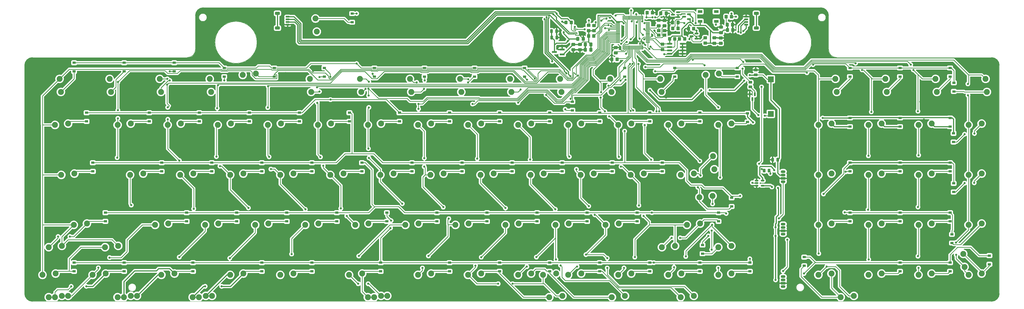
<source format=gbr>
%TF.GenerationSoftware,KiCad,Pcbnew,(6.99.0-5337-gc57e6db79a-dirty)*%
%TF.CreationDate,2023-01-26T13:45:44-05:00*%
%TF.ProjectId,m0116,6d303131-362e-46b6-9963-61645f706362,rev?*%
%TF.SameCoordinates,Original*%
%TF.FileFunction,Copper,L2,Bot*%
%TF.FilePolarity,Positive*%
%FSLAX46Y46*%
G04 Gerber Fmt 4.6, Leading zero omitted, Abs format (unit mm)*
G04 Created by KiCad (PCBNEW (6.99.0-5337-gc57e6db79a-dirty)) date 2023-01-26 13:45:44*
%MOMM*%
%LPD*%
G01*
G04 APERTURE LIST*
G04 Aperture macros list*
%AMRoundRect*
0 Rectangle with rounded corners*
0 $1 Rounding radius*
0 $2 $3 $4 $5 $6 $7 $8 $9 X,Y pos of 4 corners*
0 Add a 4 corners polygon primitive as box body*
4,1,4,$2,$3,$4,$5,$6,$7,$8,$9,$2,$3,0*
0 Add four circle primitives for the rounded corners*
1,1,$1+$1,$2,$3*
1,1,$1+$1,$4,$5*
1,1,$1+$1,$6,$7*
1,1,$1+$1,$8,$9*
0 Add four rect primitives between the rounded corners*
20,1,$1+$1,$2,$3,$4,$5,0*
20,1,$1+$1,$4,$5,$6,$7,0*
20,1,$1+$1,$6,$7,$8,$9,0*
20,1,$1+$1,$8,$9,$2,$3,0*%
G04 Aperture macros list end*
%TA.AperFunction,ComponentPad*%
%ADD10C,2.250000*%
%TD*%
%TA.AperFunction,SMDPad,CuDef*%
%ADD11R,1.200000X0.900000*%
%TD*%
%TA.AperFunction,SMDPad,CuDef*%
%ADD12RoundRect,0.150000X-0.625000X0.150000X-0.625000X-0.150000X0.625000X-0.150000X0.625000X0.150000X0*%
%TD*%
%TA.AperFunction,SMDPad,CuDef*%
%ADD13RoundRect,0.250000X-0.650000X0.350000X-0.650000X-0.350000X0.650000X-0.350000X0.650000X0.350000X0*%
%TD*%
%TA.AperFunction,SMDPad,CuDef*%
%ADD14R,1.900000X0.800000*%
%TD*%
%TA.AperFunction,SMDPad,CuDef*%
%ADD15RoundRect,0.250000X0.475000X-0.337500X0.475000X0.337500X-0.475000X0.337500X-0.475000X-0.337500X0*%
%TD*%
%TA.AperFunction,SMDPad,CuDef*%
%ADD16RoundRect,0.250000X-0.325000X-0.450000X0.325000X-0.450000X0.325000X0.450000X-0.325000X0.450000X0*%
%TD*%
%TA.AperFunction,SMDPad,CuDef*%
%ADD17RoundRect,0.250000X-0.337500X-0.475000X0.337500X-0.475000X0.337500X0.475000X-0.337500X0.475000X0*%
%TD*%
%TA.AperFunction,SMDPad,CuDef*%
%ADD18R,1.800000X1.100000*%
%TD*%
%TA.AperFunction,SMDPad,CuDef*%
%ADD19RoundRect,0.150000X0.587500X0.150000X-0.587500X0.150000X-0.587500X-0.150000X0.587500X-0.150000X0*%
%TD*%
%TA.AperFunction,SMDPad,CuDef*%
%ADD20RoundRect,0.250000X0.250000X0.475000X-0.250000X0.475000X-0.250000X-0.475000X0.250000X-0.475000X0*%
%TD*%
%TA.AperFunction,SMDPad,CuDef*%
%ADD21RoundRect,0.250000X-0.350000X-0.450000X0.350000X-0.450000X0.350000X0.450000X-0.350000X0.450000X0*%
%TD*%
%TA.AperFunction,SMDPad,CuDef*%
%ADD22RoundRect,0.250000X-0.450000X0.350000X-0.450000X-0.350000X0.450000X-0.350000X0.450000X0.350000X0*%
%TD*%
%TA.AperFunction,SMDPad,CuDef*%
%ADD23RoundRect,0.150000X0.825000X0.150000X-0.825000X0.150000X-0.825000X-0.150000X0.825000X-0.150000X0*%
%TD*%
%TA.AperFunction,SMDPad,CuDef*%
%ADD24RoundRect,0.250000X-0.475000X0.337500X-0.475000X-0.337500X0.475000X-0.337500X0.475000X0.337500X0*%
%TD*%
%TA.AperFunction,SMDPad,CuDef*%
%ADD25RoundRect,0.250000X0.350000X0.450000X-0.350000X0.450000X-0.350000X-0.450000X0.350000X-0.450000X0*%
%TD*%
%TA.AperFunction,SMDPad,CuDef*%
%ADD26RoundRect,0.250000X0.337500X0.475000X-0.337500X0.475000X-0.337500X-0.475000X0.337500X-0.475000X0*%
%TD*%
%TA.AperFunction,ComponentPad*%
%ADD27O,1.800000X1.070000*%
%TD*%
%TA.AperFunction,ComponentPad*%
%ADD28R,1.800000X1.070000*%
%TD*%
%TA.AperFunction,SMDPad,CuDef*%
%ADD29RoundRect,0.250000X-0.250000X-0.475000X0.250000X-0.475000X0.250000X0.475000X-0.250000X0.475000X0*%
%TD*%
%TA.AperFunction,SMDPad,CuDef*%
%ADD30RoundRect,0.250000X0.450000X-0.350000X0.450000X0.350000X-0.450000X0.350000X-0.450000X-0.350000X0*%
%TD*%
%TA.AperFunction,SMDPad,CuDef*%
%ADD31RoundRect,0.075000X0.700000X0.075000X-0.700000X0.075000X-0.700000X-0.075000X0.700000X-0.075000X0*%
%TD*%
%TA.AperFunction,SMDPad,CuDef*%
%ADD32RoundRect,0.075000X0.075000X0.700000X-0.075000X0.700000X-0.075000X-0.700000X0.075000X-0.700000X0*%
%TD*%
%TA.AperFunction,SMDPad,CuDef*%
%ADD33RoundRect,0.150000X-0.512500X-0.150000X0.512500X-0.150000X0.512500X0.150000X-0.512500X0.150000X0*%
%TD*%
%TA.AperFunction,SMDPad,CuDef*%
%ADD34RoundRect,0.250000X0.475000X-0.250000X0.475000X0.250000X-0.475000X0.250000X-0.475000X-0.250000X0*%
%TD*%
%TA.AperFunction,SMDPad,CuDef*%
%ADD35R,1.400000X1.200000*%
%TD*%
%TA.AperFunction,SMDPad,CuDef*%
%ADD36RoundRect,0.250000X0.450000X-0.262500X0.450000X0.262500X-0.450000X0.262500X-0.450000X-0.262500X0*%
%TD*%
%TA.AperFunction,SMDPad,CuDef*%
%ADD37R,2.200000X2.200000*%
%TD*%
%TA.AperFunction,SMDPad,CuDef*%
%ADD38RoundRect,0.150000X0.625000X-0.150000X0.625000X0.150000X-0.625000X0.150000X-0.625000X-0.150000X0*%
%TD*%
%TA.AperFunction,SMDPad,CuDef*%
%ADD39RoundRect,0.250000X0.650000X-0.350000X0.650000X0.350000X-0.650000X0.350000X-0.650000X-0.350000X0*%
%TD*%
%TA.AperFunction,SMDPad,CuDef*%
%ADD40RoundRect,0.150000X-0.150000X0.587500X-0.150000X-0.587500X0.150000X-0.587500X0.150000X0.587500X0*%
%TD*%
%TA.AperFunction,SMDPad,CuDef*%
%ADD41R,0.375000X0.500000*%
%TD*%
%TA.AperFunction,SMDPad,CuDef*%
%ADD42R,0.300000X0.650000*%
%TD*%
%TA.AperFunction,SMDPad,CuDef*%
%ADD43RoundRect,0.250000X0.262500X0.450000X-0.262500X0.450000X-0.262500X-0.450000X0.262500X-0.450000X0*%
%TD*%
%TA.AperFunction,ViaPad*%
%ADD44C,0.800000*%
%TD*%
%TA.AperFunction,Conductor*%
%ADD45C,0.250000*%
%TD*%
%TA.AperFunction,Conductor*%
%ADD46C,0.400000*%
%TD*%
%TA.AperFunction,Profile*%
%ADD47C,0.200000*%
%TD*%
%TA.AperFunction,Profile*%
%ADD48C,0.150000*%
%TD*%
%TA.AperFunction,Profile*%
%ADD49C,0.050000*%
%TD*%
G04 APERTURE END LIST*
D10*
%TO.P,SW_RALT_3,2,ROW*%
%TO.N,Net-(D7-A)*%
X203701250Y-129365000D03*
%TO.P,SW_RALT_3,1,COL*%
%TO.N,COL8*%
X208701250Y-128865000D03*
%TD*%
%TO.P,SW_SP2_3,1,COL*%
%TO.N,COL6*%
X142026250Y-128865000D03*
%TO.P,SW_SP2_3,2,ROW*%
%TO.N,Net-(D99-A)*%
X137026250Y-129365000D03*
%TD*%
%TO.P,SW_LALT_3,1,COL*%
%TO.N,COL3*%
X75351250Y-128865000D03*
%TO.P,SW_LALT_3,2,ROW*%
%TO.N,Net-(D98-A)*%
X70351250Y-129365000D03*
%TD*%
%TO.P,SW_LGUI_3,2,ROW*%
%TO.N,Net-(D97-A)*%
X39395000Y-129365000D03*
%TO.P,SW_LGUI_3,1,COL*%
%TO.N,COL2*%
X44395000Y-128865000D03*
%TD*%
%TO.P,SW_LCTRL_3,2,ROW*%
%TO.N,Net-(D96-A)*%
X13201250Y-129365000D03*
%TO.P,SW_LCTRL_3,1,COL*%
%TO.N,COL1*%
X18201250Y-128865000D03*
%TD*%
%TO.P,SW_LSH_2,2,ROW*%
%TO.N,Net-(D1-A)*%
X13201250Y-110315000D03*
%TO.P,SW_LSH_2,1,COL*%
%TO.N,COL0*%
X18201250Y-109815000D03*
%TD*%
%TO.P,SW_CAPS_2,2,ROW*%
%TO.N,Net-(D104-A)*%
X34632500Y-110315000D03*
%TO.P,SW_CAPS_2,1,COL*%
%TO.N,COL0*%
X39632500Y-109815000D03*
%TD*%
%TO.P,SW_UPX_2,2,ROW*%
%TO.N,Net-(D89-A)*%
X267995000Y-110315000D03*
%TO.P,SW_UPX_2,1,COL*%
%TO.N,COL12*%
X272995000Y-109815000D03*
%TD*%
%TO.P,SW_RSH_2,2,ROW*%
%TO.N,Net-(D88-A)*%
X246563750Y-110315000D03*
%TO.P,SW_RSH_2,1,COL*%
%TO.N,COL11*%
X251563750Y-109815000D03*
%TD*%
D11*
%TO.P,D89,1,K*%
%TO.N,ROW3*%
X261999999Y-109499999D03*
%TO.P,D89,2,A*%
%TO.N,Net-(D89-A)*%
X261999999Y-112799999D03*
%TD*%
D10*
%TO.P,SW_ENTER_3,2,ROW*%
%TO.N,Net-(D70-A)*%
X258707500Y-82265000D03*
%TO.P,SW_ENTER_3,1,COL*%
%TO.N,COL12*%
X253707500Y-82765000D03*
%TD*%
%TO.P,SW_RGUI_2,2,ROW*%
%TO.N,Net-(D100-A)*%
X227513750Y-129365000D03*
%TO.P,SW_RGUI_2,1,COL*%
%TO.N,COL9*%
X232513750Y-128865000D03*
%TD*%
%TO.P,SW_RCTRL_2,2,ROW*%
%TO.N,Net-(D8-A)*%
X253707500Y-129365000D03*
%TO.P,SW_RCTRL_2,1,COL*%
%TO.N,COL10*%
X258707500Y-128865000D03*
%TD*%
%TO.P,SW_RALT_2,2,ROW*%
%TO.N,Net-(D7-A)*%
X206320000Y-120365000D03*
%TO.P,SW_RALT_2,1,COL*%
%TO.N,COL8*%
X201320000Y-120865000D03*
%TD*%
%TO.P,SW_SP2_2,2,ROW*%
%TO.N,Net-(D99-A)*%
X134645000Y-129365000D03*
%TO.P,SW_SP2_2,1,COL*%
%TO.N,COL6*%
X139645000Y-128865000D03*
%TD*%
%TO.P,SW_LGUI_2,2,ROW*%
%TO.N,Net-(D97-A)*%
X41776250Y-129365000D03*
%TO.P,SW_LGUI_2,1,COL*%
%TO.N,COL2*%
X46776250Y-128865000D03*
%TD*%
%TO.P,SW_LALT_2,2,ROW*%
%TO.N,Net-(D98-A)*%
X67970000Y-129365000D03*
%TO.P,SW_LALT_2,1,COL*%
%TO.N,COL3*%
X72970000Y-128865000D03*
%TD*%
%TO.P,SW_LCTRL_1,2,ROW*%
%TO.N,Net-(D96-A)*%
X15582500Y-129365000D03*
%TO.P,SW_LCTRL_1,1,COL*%
%TO.N,COL1*%
X20582500Y-128865000D03*
%TD*%
D12*
%TO.P,J3,1,Pin_1*%
%TO.N,GND*%
X278625000Y-22500000D03*
%TO.P,J3,2,Pin_2*%
%TO.N,USB_DP_ESD*%
X278625000Y-23500000D03*
%TO.P,J3,3,Pin_3*%
%TO.N,USB_DM_ESD*%
X278625000Y-24500000D03*
%TO.P,J3,4,Pin_4*%
%TO.N,VBUS*%
X278625000Y-25500000D03*
D13*
%TO.P,J3,MP,MountPin*%
%TO.N,unconnected-(J3-MountPin-PadMP)*%
X282500000Y-26800000D03*
X282500000Y-21200000D03*
%TD*%
D14*
%TO.P,U1,1,GND*%
%TO.N,GND*%
X208611750Y-34977499D03*
%TO.P,U1,2,VO*%
%TO.N,+3.3VA*%
X208611750Y-36877499D03*
%TO.P,U1,3,VI*%
%TO.N,+5V*%
X205611750Y-35927499D03*
%TD*%
D10*
%TO.P,SW_Z_1,2,ROW*%
%TO.N,Net-(D78-A)*%
X58682500Y-101315000D03*
%TO.P,SW_Z_1,1,COL*%
%TO.N,COL1*%
X53682500Y-101815000D03*
%TD*%
%TO.P,SW_Y_1,2,ROW*%
%TO.N,Net-(D45-A)*%
X139645000Y-63215000D03*
%TO.P,SW_Y_1,1,COL*%
%TO.N,COL6*%
X134645000Y-63715000D03*
%TD*%
%TO.P,SW_X_1,2,ROW*%
%TO.N,Net-(D79-A)*%
X77732500Y-101315000D03*
%TO.P,SW_X_1,1,COL*%
%TO.N,COL2*%
X72732500Y-101815000D03*
%TD*%
%TO.P,SW_W_1,2,ROW*%
%TO.N,Net-(D41-A)*%
X63445000Y-63215000D03*
%TO.P,SW_W_1,1,COL*%
%TO.N,COL2*%
X58445000Y-63715000D03*
%TD*%
%TO.P,SW_V_1,2,ROW*%
%TO.N,Net-(D81-A)*%
X115832500Y-101315000D03*
%TO.P,SW_V_1,1,COL*%
%TO.N,COL4*%
X110832500Y-101815000D03*
%TD*%
%TO.P,SW_U_1,2,ROW*%
%TO.N,Net-(D46-A)*%
X158695000Y-63215000D03*
%TO.P,SW_U_1,1,COL*%
%TO.N,COL7*%
X153695000Y-63715000D03*
%TD*%
%TO.P,SW_T_1,2,ROW*%
%TO.N,Net-(D44-A)*%
X120595000Y-63215000D03*
%TO.P,SW_T_1,1,COL*%
%TO.N,COL5*%
X115595000Y-63715000D03*
%TD*%
%TO.P,SW_TAB_1,2,ROW*%
%TO.N,Net-(D39-A)*%
X20582500Y-63215000D03*
%TO.P,SW_TAB_1,1,COL*%
%TO.N,COL0*%
X15582500Y-63715000D03*
%TD*%
%TO.P,SW_S_1,2,ROW*%
%TO.N,Net-(D60-A)*%
X68207500Y-82265000D03*
%TO.P,SW_S_1,1,COL*%
%TO.N,COL2*%
X63207500Y-82765000D03*
%TD*%
%TO.P,SW_SP3_1,2,ROW*%
%TO.N,Net-(D6-A)*%
X158695000Y-120365000D03*
%TO.P,SW_SP3_1,1,COL*%
%TO.N,COL7*%
X153695000Y-120865000D03*
%TD*%
%TO.P,SW_SP2_1,2,ROW*%
%TO.N,Net-(D99-A)*%
X132501250Y-120365000D03*
%TO.P,SW_SP2_1,1,COL*%
%TO.N,COL6*%
X127501250Y-120865000D03*
%TD*%
%TO.P,SW_SP1_1,2,ROW*%
%TO.N,Net-(D2-A)*%
X106307500Y-120365000D03*
%TO.P,SW_SP1_1,1,COL*%
%TO.N,COL4*%
X101307500Y-120865000D03*
%TD*%
%TO.P,SW_SLASH_1,2,ROW*%
%TO.N,Net-(D87-A)*%
X230132500Y-101315000D03*
%TO.P,SW_SLASH_1,1,COL*%
%TO.N,COL10*%
X225132500Y-101815000D03*
%TD*%
%TO.P,SW_R_1,2,ROW*%
%TO.N,Net-(D43-A)*%
X101545000Y-63215000D03*
%TO.P,SW_R_1,1,COL*%
%TO.N,COL4*%
X96545000Y-63715000D03*
%TD*%
%TO.P,SW_RSUP3_1,2,ROW*%
%TO.N,Net-(D106-A)*%
X272995000Y-120365000D03*
%TO.P,SW_RSUP3_1,1,COL*%
%TO.N,COL13*%
X267995000Y-120865000D03*
%TD*%
%TO.P,SW_RSUP2_1,2,ROW*%
%TO.N,Net-(D102-A)*%
X253945000Y-120365000D03*
%TO.P,SW_RSUP2_1,1,COL*%
%TO.N,COL12*%
X248945000Y-120865000D03*
%TD*%
%TO.P,SW_RSUP1_1,2,ROW*%
%TO.N,Net-(D101-A)*%
X234895000Y-120365000D03*
%TO.P,SW_RSUP1_1,1,COL*%
%TO.N,COL11*%
X229895000Y-120865000D03*
%TD*%
%TO.P,SW_RSH_1,2,ROW*%
%TO.N,Net-(D88-A)*%
X261088750Y-101315000D03*
%TO.P,SW_RSH_1,1,COL*%
%TO.N,COL11*%
X256088750Y-101815000D03*
%TD*%
%TO.P,SW_RGUI_1,2,ROW*%
%TO.N,Net-(D100-A)*%
X196795000Y-120365000D03*
%TO.P,SW_RGUI_1,1,COL*%
%TO.N,COL9*%
X191795000Y-120865000D03*
%TD*%
%TO.P,SW_RCTRL_1,2,ROW*%
%TO.N,Net-(D8-A)*%
X215845000Y-120365000D03*
%TO.P,SW_RCTRL_1,1,COL*%
%TO.N,COL10*%
X210845000Y-120865000D03*
%TD*%
%TO.P,SW_RBRC_1,2,ROW*%
%TO.N,Net-(D51-A)*%
X253945000Y-63215000D03*
%TO.P,SW_RBRC_1,1,COL*%
%TO.N,COL12*%
X248945000Y-63715000D03*
%TD*%
%TO.P,SW_RALT_1,2,ROW*%
%TO.N,Net-(D7-A)*%
X177745000Y-120365000D03*
%TO.P,SW_RALT_1,1,COL*%
%TO.N,COL8*%
X172745000Y-120865000D03*
%TD*%
%TO.P,SW_Q_1,2,ROW*%
%TO.N,Net-(D40-A)*%
X44395000Y-63215000D03*
%TO.P,SW_Q_1,1,COL*%
%TO.N,COL1*%
X39395000Y-63715000D03*
%TD*%
%TO.P,SW_P_1,2,ROW*%
%TO.N,Net-(D49-A)*%
X215845000Y-63215000D03*
%TO.P,SW_P_1,1,COL*%
%TO.N,COL10*%
X210845000Y-63715000D03*
%TD*%
%TO.P,SW_POW_1,2,ROW*%
%TO.N,Net-(D82-A)*%
X114720000Y-23165000D03*
%TO.P,SW_POW_1,1,COL*%
%TO.N,COL5*%
X115220000Y-28165000D03*
%TD*%
%TO.P,SW_PER_1,2,ROW*%
%TO.N,Net-(D86-A)*%
X211082500Y-101315000D03*
%TO.P,SW_PER_1,1,COL*%
%TO.N,COL9*%
X206082500Y-101815000D03*
%TD*%
%TO.P,SW_O_1,2,ROW*%
%TO.N,Net-(D48-A)*%
X196795000Y-63215000D03*
%TO.P,SW_O_1,1,COL*%
%TO.N,COL9*%
X191795000Y-63715000D03*
%TD*%
%TO.P,SW_N_1,2,ROW*%
%TO.N,Net-(D83-A)*%
X153932500Y-101315000D03*
%TO.P,SW_N_1,1,COL*%
%TO.N,COL6*%
X148932500Y-101815000D03*
%TD*%
%TO.P,SW_M_1,2,ROW*%
%TO.N,Net-(D84-A)*%
X172982500Y-101315000D03*
%TO.P,SW_M_1,1,COL*%
%TO.N,COL7*%
X167982500Y-101815000D03*
%TD*%
%TO.P,SW_MINUS_1,2,ROW*%
%TO.N,Net-(D30-A)*%
X227370000Y-51165000D03*
%TO.P,SW_MINUS_1,1,COL*%
%TO.N,COL11*%
X226870000Y-46165000D03*
%TD*%
%TO.P,SW_L_1,2,ROW*%
%TO.N,Net-(D67-A)*%
X201557500Y-82265000D03*
%TO.P,SW_L_1,1,COL*%
%TO.N,COL9*%
X196557500Y-82765000D03*
%TD*%
%TO.P,SW_LSH_1,2,ROW*%
%TO.N,Net-(D1-A)*%
X27726250Y-101315000D03*
%TO.P,SW_LSH_1,1,COL*%
%TO.N,COL0*%
X22726250Y-101815000D03*
%TD*%
%TO.P,SW_LGUI_1,2,ROW*%
%TO.N,Net-(D97-A)*%
X61063750Y-120365000D03*
%TO.P,SW_LGUI_1,1,COL*%
%TO.N,COL2*%
X56063750Y-120865000D03*
%TD*%
%TO.P,SW_LCTRL_2,2,ROW*%
%TO.N,Net-(D96-A)*%
X34870000Y-120365000D03*
%TO.P,SW_LCTRL_2,1,COL*%
%TO.N,COL1*%
X29870000Y-120865000D03*
%TD*%
%TO.P,SW_LBRC_1,2,ROW*%
%TO.N,Net-(D50-A)*%
X234895000Y-63215000D03*
%TO.P,SW_LBRC_1,1,COL*%
%TO.N,COL11*%
X229895000Y-63715000D03*
%TD*%
%TO.P,SW_LALT_1,2,ROW*%
%TO.N,Net-(D98-A)*%
X87257500Y-120365000D03*
%TO.P,SW_LALT_1,1,COL*%
%TO.N,COL3*%
X82257500Y-120865000D03*
%TD*%
%TO.P,SW_K_1,2,ROW*%
%TO.N,Net-(D66-A)*%
X182507500Y-82265000D03*
%TO.P,SW_K_1,1,COL*%
%TO.N,COL8*%
X177507500Y-82765000D03*
%TD*%
%TO.P,SW_KPPLUS_1,2,ROW*%
%TO.N,Net-(D36-A)*%
X368245000Y-63215000D03*
%TO.P,SW_KPPLUS_1,1,COL*%
%TO.N,COL17*%
X363245000Y-63715000D03*
%TD*%
%TO.P,SW_KPPER_1,1,COL*%
%TO.N,COL16*%
X344195000Y-120865000D03*
%TO.P,SW_KPPER_1,2,ROW*%
%TO.N,Net-(D108-A)*%
X349195000Y-120365000D03*
%TD*%
%TO.P,SW_KPMULT_1,1,COL*%
%TO.N,COL17*%
X369745000Y-46165000D03*
%TO.P,SW_KPMULT_1,2,ROW*%
%TO.N,Net-(D16-A)*%
X370245000Y-51165000D03*
%TD*%
%TO.P,SW_KPMINUS_1,2,ROW*%
%TO.N,Net-(D55-A)*%
X368245000Y-82265000D03*
%TO.P,SW_KPMINUS_1,1,COL*%
%TO.N,COL17*%
X363245000Y-82765000D03*
%TD*%
%TO.P,SW_KPEQ_1,2,ROW*%
%TO.N,Net-(D34-A)*%
X332145000Y-51165000D03*
%TO.P,SW_KPEQ_1,1,COL*%
%TO.N,COL15*%
X331645000Y-46165000D03*
%TD*%
%TO.P,SW_KPENT_2,2,ROW*%
%TO.N,Net-(D93-A)*%
X361245000Y-112840000D03*
%TO.P,SW_KPENT_2,1,COL*%
%TO.N,COL17*%
X361745000Y-117840000D03*
%TD*%
%TO.P,SW_KPENT_1,1,COL*%
%TO.N,COL17*%
X363245000Y-120865000D03*
%TO.P,SW_KPENT_1,2,ROW*%
%TO.N,Net-(D93-A)*%
X368245000Y-120365000D03*
%TD*%
%TO.P,SW_KPENTX_1,2,ROW*%
%TO.N,Net-(D75-A)*%
X368245000Y-101315000D03*
%TO.P,SW_KPENTX_1,1,COL*%
%TO.N,COL17*%
X363245000Y-101815000D03*
%TD*%
%TO.P,SW_KPDIV_1,2,ROW*%
%TO.N,Net-(D35-A)*%
X351195000Y-51165000D03*
%TO.P,SW_KPDIV_1,1,COL*%
%TO.N,COL16*%
X350695000Y-46165000D03*
%TD*%
%TO.P,SW_KPCLR_1,1,COL*%
%TO.N,COL14*%
X312595000Y-46165000D03*
%TO.P,SW_KPCLR_1,2,ROW*%
%TO.N,Net-(D33-A)*%
X313095000Y-51165000D03*
%TD*%
%TO.P,SW_KP9_1,2,ROW*%
%TO.N,Net-(D53-A)*%
X349195000Y-63215000D03*
%TO.P,SW_KP9_1,1,COL*%
%TO.N,COL16*%
X344195000Y-63715000D03*
%TD*%
%TO.P,SW_KP8_1,1,COL*%
%TO.N,COL15*%
X325145000Y-63715000D03*
%TO.P,SW_KP8_1,2,ROW*%
%TO.N,Net-(D109-A)*%
X330145000Y-63215000D03*
%TD*%
%TO.P,SW_KP7_1,2,ROW*%
%TO.N,Net-(D52-A)*%
X311095000Y-63215000D03*
%TO.P,SW_KP7_1,1,COL*%
%TO.N,COL14*%
X306095000Y-63715000D03*
%TD*%
%TO.P,SW_KP6_1,2,ROW*%
%TO.N,Net-(D54-A)*%
X349195000Y-82265000D03*
%TO.P,SW_KP6_1,1,COL*%
%TO.N,COL16*%
X344195000Y-82765000D03*
%TD*%
%TO.P,SW_KP5_1,2,ROW*%
%TO.N,Net-(D73-A)*%
X330145000Y-82265000D03*
%TO.P,SW_KP5_1,1,COL*%
%TO.N,COL15*%
X325145000Y-82765000D03*
%TD*%
%TO.P,SW_KP4_1,2,ROW*%
%TO.N,Net-(D72-A)*%
X311095000Y-82265000D03*
%TO.P,SW_KP4_1,1,COL*%
%TO.N,COL14*%
X306095000Y-82765000D03*
%TD*%
%TO.P,SW_KP3_1,2,ROW*%
%TO.N,Net-(D74-A)*%
X349195000Y-101315000D03*
%TO.P,SW_KP3_1,1,COL*%
%TO.N,COL16*%
X344195000Y-101815000D03*
%TD*%
%TO.P,SW_KP2_1,2,ROW*%
%TO.N,Net-(D92-A)*%
X330145000Y-101315000D03*
%TO.P,SW_KP2_1,1,COL*%
%TO.N,COL15*%
X325145000Y-101815000D03*
%TD*%
%TO.P,SW_KP1_1,2,ROW*%
%TO.N,Net-(D91-A)*%
X311095000Y-101315000D03*
%TO.P,SW_KP1_1,1,COL*%
%TO.N,COL14*%
X306095000Y-101815000D03*
%TD*%
%TO.P,SW_KP0_2,1,COL*%
%TO.N,COL14*%
X319620000Y-128865000D03*
%TO.P,SW_KP0_2,2,ROW*%
%TO.N,Net-(D107-A)*%
X314620000Y-129365000D03*
%TD*%
%TO.P,SW_KP0_1,1,COL*%
%TO.N,COL14*%
X306095000Y-120865000D03*
%TO.P,SW_KP0_1,2,ROW*%
%TO.N,Net-(D107-A)*%
X311095000Y-120365000D03*
%TD*%
%TO.P,SW_KP0X_1,1,COL*%
%TO.N,COL15*%
X325145000Y-120865000D03*
%TO.P,SW_KP0X_1,2,ROW*%
%TO.N,Net-(D103-A)*%
X330145000Y-120365000D03*
%TD*%
%TO.P,SW_J_1,2,ROW*%
%TO.N,Net-(D65-A)*%
X163457500Y-82265000D03*
%TO.P,SW_J_1,1,COL*%
%TO.N,COL7*%
X158457500Y-82765000D03*
%TD*%
%TO.P,SW_I_1,2,ROW*%
%TO.N,Net-(D47-A)*%
X177745000Y-63215000D03*
%TO.P,SW_I_1,1,COL*%
%TO.N,COL8*%
X172745000Y-63715000D03*
%TD*%
%TO.P,SW_H_1,2,ROW*%
%TO.N,Net-(D64-A)*%
X144407500Y-82265000D03*
%TO.P,SW_H_1,1,COL*%
%TO.N,COL6*%
X139407500Y-82765000D03*
%TD*%
%TO.P,SW_G_1,2,ROW*%
%TO.N,Net-(D63-A)*%
X125357500Y-82265000D03*
%TO.P,SW_G_1,1,COL*%
%TO.N,COL5*%
X120357500Y-82765000D03*
%TD*%
%TO.P,SW_F_1,2,ROW*%
%TO.N,Net-(D62-A)*%
X106307500Y-82265000D03*
%TO.P,SW_F_1,1,COL*%
%TO.N,COL4*%
X101307500Y-82765000D03*
%TD*%
%TO.P,SW_E_1,2,ROW*%
%TO.N,Net-(D42-A)*%
X82495000Y-63215000D03*
%TO.P,SW_E_1,1,COL*%
%TO.N,COL3*%
X77495000Y-63715000D03*
%TD*%
%TO.P,SW_ESC_1,2,ROW*%
%TO.N,Net-(D19-A)*%
X17820000Y-51165000D03*
%TO.P,SW_ESC_1,1,COL*%
%TO.N,COL0*%
X17320000Y-46165000D03*
%TD*%
%TO.P,SW_EQ_1,2,ROW*%
%TO.N,Net-(D31-A)*%
X246420000Y-51165000D03*
%TO.P,SW_EQ_1,1,COL*%
%TO.N,COL12*%
X245920000Y-46165000D03*
%TD*%
%TO.P,SW_ENTER_2,2,ROW*%
%TO.N,Net-(D70-A)*%
X265995000Y-75615000D03*
%TO.P,SW_ENTER_2,1,COL*%
%TO.N,COL12*%
X266495000Y-80615000D03*
%TD*%
%TO.P,SW_ENTER_1,2,ROW*%
%TO.N,Net-(D70-A)*%
X260851250Y-91265000D03*
%TO.P,SW_ENTER_1,1,COL*%
%TO.N,COL12*%
X265851250Y-90765000D03*
%TD*%
%TO.P,SW_D_1,2,ROW*%
%TO.N,Net-(D61-A)*%
X87257500Y-82265000D03*
%TO.P,SW_D_1,1,COL*%
%TO.N,COL3*%
X82257500Y-82765000D03*
%TD*%
%TO.P,SW_C_1,2,ROW*%
%TO.N,Net-(D80-A)*%
X96782500Y-101315000D03*
%TO.P,SW_C_1,1,COL*%
%TO.N,COL3*%
X91782500Y-101815000D03*
%TD*%
%TO.P,SW_COMMA_1,2,ROW*%
%TO.N,Net-(D85-A)*%
X192032500Y-101315000D03*
%TO.P,SW_COMMA_1,1,COL*%
%TO.N,COL8*%
X187032500Y-101815000D03*
%TD*%
%TO.P,SW_COLON_1,2,ROW*%
%TO.N,Net-(D68-A)*%
X220607500Y-82265000D03*
%TO.P,SW_COLON_1,1,COL*%
%TO.N,COL10*%
X215607500Y-82765000D03*
%TD*%
%TO.P,SW_CCTRL_1,2,ROW*%
%TO.N,Net-(D57-A)*%
X22963750Y-82265000D03*
%TO.P,SW_CCTRL_1,1,COL*%
%TO.N,COL0*%
X17963750Y-82765000D03*
%TD*%
%TO.P,SW_CAPS_1,2,ROW*%
%TO.N,Net-(D104-A)*%
X15820000Y-120365000D03*
%TO.P,SW_CAPS_1,1,COL*%
%TO.N,COL0*%
X10820000Y-120865000D03*
%TD*%
%TO.P,SW_B_1,2,ROW*%
%TO.N,Net-(D105-A)*%
X134882500Y-101315000D03*
%TO.P,SW_B_1,1,COL*%
%TO.N,COL5*%
X129882500Y-101815000D03*
%TD*%
%TO.P,SW_BS_1,2,ROW*%
%TO.N,Net-(D32-A)*%
X268232500Y-44165000D03*
%TO.P,SW_BS_1,1,COL*%
%TO.N,COL13*%
X263232500Y-44665000D03*
%TD*%
%TO.P,SW_BACKSL_1,2,ROW*%
%TO.N,Net-(D12-A)*%
X272995000Y-63215000D03*
%TO.P,SW_BACKSL_1,1,COL*%
%TO.N,COL13*%
X267995000Y-63715000D03*
%TD*%
%TO.P,SW_A_1,2,ROW*%
%TO.N,Net-(D59-A)*%
X49157500Y-82265000D03*
%TO.P,SW_A_1,1,COL*%
%TO.N,COL1*%
X44157500Y-82765000D03*
%TD*%
%TO.P,SW_APOS_1,2,ROW*%
%TO.N,Net-(D69-A)*%
X239657500Y-82265000D03*
%TO.P,SW_APOS_1,1,COL*%
%TO.N,COL11*%
X234657500Y-82765000D03*
%TD*%
%TO.P,SW_9_1,2,ROW*%
%TO.N,Net-(D28-A)*%
X189270000Y-51165000D03*
%TO.P,SW_9_1,1,COL*%
%TO.N,COL9*%
X188770000Y-46165000D03*
%TD*%
%TO.P,SW_8_1,2,ROW*%
%TO.N,Net-(D27-A)*%
X170220000Y-51165000D03*
%TO.P,SW_8_1,1,COL*%
%TO.N,COL8*%
X169720000Y-46165000D03*
%TD*%
%TO.P,SW_7_1,2,ROW*%
%TO.N,Net-(D26-A)*%
X151170000Y-51165000D03*
%TO.P,SW_7_1,1,COL*%
%TO.N,COL7*%
X150670000Y-46165000D03*
%TD*%
%TO.P,SW_6_1,1,COL*%
%TO.N,COL6*%
X131620000Y-46165000D03*
%TO.P,SW_6_1,2,ROW*%
%TO.N,Net-(D25-A)*%
X132120000Y-51165000D03*
%TD*%
%TO.P,SW_5_1,1,COL*%
%TO.N,COL5*%
X112570000Y-46165000D03*
%TO.P,SW_5_1,2,ROW*%
%TO.N,Net-(D24-A)*%
X113070000Y-51165000D03*
%TD*%
%TO.P,SW_4_1,1,COL*%
%TO.N,COL4*%
X87020000Y-44665000D03*
%TO.P,SW_4_1,2,ROW*%
%TO.N,Net-(D23-A)*%
X92020000Y-44165000D03*
%TD*%
%TO.P,SW_3_1,1,COL*%
%TO.N,COL3*%
X74470000Y-46165000D03*
%TO.P,SW_3_1,2,ROW*%
%TO.N,Net-(D22-A)*%
X74970000Y-51165000D03*
%TD*%
%TO.P,SW_2_1,1,COL*%
%TO.N,COL2*%
X55420000Y-46165000D03*
%TO.P,SW_2_1,2,ROW*%
%TO.N,Net-(D21-A)*%
X55920000Y-51165000D03*
%TD*%
%TO.P,SW_1_1,1,COL*%
%TO.N,COL1*%
X36370000Y-46165000D03*
%TO.P,SW_1_1,2,ROW*%
%TO.N,Net-(D20-A)*%
X36870000Y-51165000D03*
%TD*%
%TO.P,SW_0_1,2,ROW*%
%TO.N,Net-(D29-A)*%
X208320000Y-51165000D03*
%TO.P,SW_0_1,1,COL*%
%TO.N,COL10*%
X207820000Y-46165000D03*
%TD*%
D11*
%TO.P,D6,1,K*%
%TO.N,ROW4*%
X165719999Y-116214999D03*
%TO.P,D6,2,A*%
%TO.N,Net-(D6-A)*%
X165719999Y-119514999D03*
%TD*%
%TO.P,D2,1,K*%
%TO.N,ROW4*%
X113332499Y-116214999D03*
%TO.P,D2,2,A*%
%TO.N,Net-(D2-A)*%
X113332499Y-119514999D03*
%TD*%
D15*
%TO.P,C8,1*%
%TO.N,+3.3VA*%
X269071751Y-28537500D03*
%TO.P,C8,2*%
%TO.N,GND*%
X269071751Y-26462500D03*
%TD*%
D16*
%TO.P,FB1,1*%
%TO.N,+5V*%
X210036751Y-24687500D03*
%TO.P,FB1,2*%
%TO.N,VBUS*%
X212086751Y-24687500D03*
%TD*%
D17*
%TO.P,C14,1*%
%TO.N,+3.3VA*%
X271411751Y-25522500D03*
%TO.P,C14,2*%
%TO.N,GND*%
X273486751Y-25522500D03*
%TD*%
D18*
%TO.P,SW1,1,1*%
%TO.N,+3.3VA*%
X261051750Y-24227499D03*
%TO.P,SW1,2,2*%
%TO.N,unconnected-(SW1-Pad2)*%
X267251750Y-20527499D03*
%TO.P,SW1,3,3*%
%TO.N,unconnected-(SW1-Pad3)*%
X261051750Y-20527499D03*
%TO.P,SW1,4,4*%
%TO.N,Net-(Q2-G)*%
X267251750Y-24227499D03*
%TD*%
D19*
%TO.P,Q3,1,G*%
%TO.N,Net-(Q2-G)*%
X252671751Y-20737500D03*
%TO.P,Q3,2,S*%
%TO.N,GND*%
X252671751Y-22637500D03*
%TO.P,Q3,3,D*%
%TO.N,/NRST*%
X250796751Y-21687500D03*
%TD*%
D20*
%TO.P,C18,1*%
%TO.N,GND*%
X206550000Y-30450000D03*
%TO.P,C18,2*%
%TO.N,+5V*%
X204650000Y-30450000D03*
%TD*%
D19*
%TO.P,Q1,1,G*%
%TO.N,Net-(Q1-G)*%
X256861751Y-21487500D03*
%TO.P,Q1,2,S*%
%TO.N,+3.3VA*%
X256861751Y-23387500D03*
%TO.P,Q1,3,D*%
%TO.N,/BOOT0_DRV*%
X254986751Y-22437500D03*
%TD*%
D21*
%TO.P,R9,1*%
%TO.N,GND*%
X256661751Y-27022500D03*
%TO.P,R9,2*%
%TO.N,Net-(Q2-G)*%
X258661751Y-27022500D03*
%TD*%
D22*
%TO.P,R2,1*%
%TO.N,Net-(Q1-G)*%
X263072500Y-30507500D03*
%TO.P,R2,2*%
%TO.N,+3.3VA*%
X263072500Y-32507500D03*
%TD*%
D19*
%TO.P,Q2,3,D*%
%TO.N,Net-(Q1-G)*%
X257836751Y-29872500D03*
%TO.P,Q2,2,S*%
%TO.N,GND*%
X259711751Y-30822500D03*
%TO.P,Q2,1,G*%
%TO.N,Net-(Q2-G)*%
X259711751Y-28922500D03*
%TD*%
D15*
%TO.P,C15,1*%
%TO.N,+3.3VA*%
X268942500Y-32640000D03*
%TO.P,C15,2*%
%TO.N,GND*%
X268942500Y-30565000D03*
%TD*%
%TO.P,C1,1*%
%TO.N,+3.3VA*%
X266542500Y-32602500D03*
%TO.P,C1,2*%
%TO.N,GND*%
X266542500Y-30527500D03*
%TD*%
D23*
%TO.P,U4,8,VCC*%
%TO.N,+3.3VA*%
X249450000Y-32757500D03*
%TO.P,U4,7,WP*%
%TO.N,EEP_WP*%
X249450000Y-34027500D03*
%TO.P,U4,6,SCL*%
%TO.N,EEP_SCL*%
X249450000Y-35297500D03*
%TO.P,U4,5,SDA*%
%TO.N,EEP_SDA*%
X249450000Y-36567500D03*
%TO.P,U4,4,GND*%
%TO.N,GND*%
X254400000Y-36567500D03*
%TO.P,U4,3,A2*%
X254400000Y-35297500D03*
%TO.P,U4,2,A1*%
X254400000Y-34027500D03*
%TO.P,U4,1,A0*%
X254400000Y-32757500D03*
%TD*%
D24*
%TO.P,C12,1*%
%TO.N,+3.3VA*%
X212841751Y-33012500D03*
%TO.P,C12,2*%
%TO.N,GND*%
X212841751Y-35087500D03*
%TD*%
D17*
%TO.P,C3,1*%
%TO.N,+5V*%
X214534251Y-30905000D03*
%TO.P,C3,2*%
%TO.N,GND*%
X216609251Y-30905000D03*
%TD*%
D25*
%TO.P,R8,2*%
%TO.N,EEP_SDA*%
X253250000Y-30897500D03*
%TO.P,R8,1*%
%TO.N,+3.3VA*%
X255250000Y-30897500D03*
%TD*%
D20*
%TO.P,C17,1*%
%TO.N,GND*%
X206450000Y-28000000D03*
%TO.P,C17,2*%
%TO.N,+5V*%
X204550000Y-28000000D03*
%TD*%
D17*
%TO.P,C13,1*%
%TO.N,+3.3VA*%
X271474251Y-27572500D03*
%TO.P,C13,2*%
%TO.N,GND*%
X273549251Y-27572500D03*
%TD*%
D26*
%TO.P,C20,1*%
%TO.N,/BOOT0*%
X252701751Y-24667500D03*
%TO.P,C20,2*%
%TO.N,GND*%
X250626751Y-24667500D03*
%TD*%
D21*
%TO.P,R3,1*%
%TO.N,/BOOT0_DRV*%
X250676751Y-26907500D03*
%TO.P,R3,2*%
%TO.N,/BOOT0*%
X252676751Y-26907500D03*
%TD*%
D24*
%TO.P,C2,1*%
%TO.N,+3.3VA*%
X215371751Y-33007500D03*
%TO.P,C2,2*%
%TO.N,GND*%
X215371751Y-35082500D03*
%TD*%
D11*
%TO.P,D109,1,K*%
%TO.N,ROW1*%
X337169999Y-61064999D03*
%TO.P,D109,2,A*%
%TO.N,Net-(D109-A)*%
X337169999Y-64364999D03*
%TD*%
%TO.P,D72,1,K*%
%TO.N,ROW2*%
X318119999Y-78114999D03*
%TO.P,D72,2,A*%
%TO.N,Net-(D72-A)*%
X318119999Y-81414999D03*
%TD*%
%TO.P,D52,1,K*%
%TO.N,ROW1*%
X318119999Y-61064999D03*
%TO.P,D52,2,A*%
%TO.N,Net-(D52-A)*%
X318119999Y-64364999D03*
%TD*%
%TO.P,D12,1,K*%
%TO.N,ROW1*%
X279149999Y-59289999D03*
%TO.P,D12,2,A*%
%TO.N,Net-(D12-A)*%
X279149999Y-62589999D03*
%TD*%
%TO.P,D8,1,K*%
%TO.N,ROW4*%
X222869999Y-116214999D03*
%TO.P,D8,2,A*%
%TO.N,Net-(D8-A)*%
X222869999Y-119514999D03*
%TD*%
%TO.P,D7,1,K*%
%TO.N,ROW4*%
X184769999Y-116214999D03*
%TO.P,D7,2,A*%
%TO.N,Net-(D7-A)*%
X184769999Y-119514999D03*
%TD*%
D27*
%TO.P,LED1,1,VCC*%
%TO.N,+5V*%
X292689999Y-122804999D03*
%TO.P,LED1,2,DOUT*%
%TO.N,unconnected-(LED1-DOUT-Pad2)*%
X292689999Y-125344999D03*
D28*
%TO.P,LED1,3,GND*%
%TO.N,GND*%
X292689999Y-124074999D03*
D27*
%TO.P,LED1,4,DIN*%
%TO.N,Net-(LED1-DIN)*%
X292689999Y-121534999D03*
%TD*%
%TO.P,LED2,1,VCC*%
%TO.N,+5V*%
X292689999Y-102804999D03*
%TO.P,LED2,2,DOUT*%
%TO.N,Net-(LED1-DIN)*%
X292689999Y-105344999D03*
D28*
%TO.P,LED2,3,GND*%
%TO.N,GND*%
X292689999Y-104074999D03*
D27*
%TO.P,LED2,4,DIN*%
%TO.N,Net-(LED2-DIN)*%
X292689999Y-101534999D03*
%TD*%
%TO.P,LED3,1,VCC*%
%TO.N,+5V*%
X292689999Y-82804999D03*
%TO.P,LED3,2,DOUT*%
%TO.N,Net-(LED2-DIN)*%
X292689999Y-85344999D03*
D28*
%TO.P,LED3,3,GND*%
%TO.N,GND*%
X292689999Y-84074999D03*
D27*
%TO.P,LED3,4,DIN*%
%TO.N,LEDDINC*%
X292689999Y-81534999D03*
%TD*%
D26*
%TO.P,C10,1*%
%TO.N,+3.3VA*%
X219495000Y-35110000D03*
%TO.P,C10,2*%
%TO.N,GND*%
X217420000Y-35110000D03*
%TD*%
D11*
%TO.P,D32,1,K*%
%TO.N,ROW0*%
X275257499Y-42014999D03*
%TO.P,D32,2,A*%
%TO.N,Net-(D32-A)*%
X275257499Y-45314999D03*
%TD*%
%TO.P,D61,1,K*%
%TO.N,ROW2*%
X94282499Y-78114999D03*
%TO.P,D61,2,A*%
%TO.N,Net-(D61-A)*%
X94282499Y-81414999D03*
%TD*%
%TO.P,D104,1,K*%
%TO.N,ROW4*%
X22844999Y-116214999D03*
%TO.P,D104,2,A*%
%TO.N,Net-(D104-A)*%
X22844999Y-119514999D03*
%TD*%
D29*
%TO.P,C16,1*%
%TO.N,GND*%
X288715000Y-76990000D03*
%TO.P,C16,2*%
%TO.N,+5V*%
X290615000Y-76990000D03*
%TD*%
D11*
%TO.P,D99,1,K*%
%TO.N,ROW4*%
X139526249Y-116214999D03*
%TO.P,D99,2,A*%
%TO.N,Net-(D99-A)*%
X139526249Y-119514999D03*
%TD*%
D21*
%TO.P,R16,2*%
%TO.N,PB4*%
X220651751Y-29797500D03*
%TO.P,R16,1*%
%TO.N,+3.3VA*%
X218651751Y-29797500D03*
%TD*%
D11*
%TO.P,D105,1,K*%
%TO.N,ROW4*%
X141907499Y-97164999D03*
%TO.P,D105,2,A*%
%TO.N,Net-(D105-A)*%
X141907499Y-100464999D03*
%TD*%
%TO.P,D70,1,K*%
%TO.N,ROW2*%
X273099999Y-91499999D03*
%TO.P,D70,2,A*%
%TO.N,Net-(D70-A)*%
X273099999Y-94799999D03*
%TD*%
%TO.P,D48,2,A*%
%TO.N,Net-(D48-A)*%
X203819999Y-62364999D03*
%TO.P,D48,1,K*%
%TO.N,ROW1*%
X203819999Y-59064999D03*
%TD*%
%TO.P,D74,2,A*%
%TO.N,Net-(D74-A)*%
X356219999Y-100464999D03*
%TO.P,D74,1,K*%
%TO.N,ROW3*%
X356219999Y-97164999D03*
%TD*%
%TO.P,D93,2,A*%
%TO.N,Net-(D93-A)*%
X371199999Y-116819999D03*
%TO.P,D93,1,K*%
%TO.N,ROW4*%
X371199999Y-113519999D03*
%TD*%
%TO.P,D75,2,A*%
%TO.N,Net-(D75-A)*%
X356939999Y-108719999D03*
%TO.P,D75,1,K*%
%TO.N,ROW3*%
X356939999Y-105419999D03*
%TD*%
%TO.P,D20,1,K*%
%TO.N,ROW0*%
X41894999Y-40014999D03*
%TO.P,D20,2,A*%
%TO.N,Net-(D20-A)*%
X41894999Y-43314999D03*
%TD*%
%TO.P,D87,1,K*%
%TO.N,ROW3*%
X237157499Y-97164999D03*
%TO.P,D87,2,A*%
%TO.N,Net-(D87-A)*%
X237157499Y-100464999D03*
%TD*%
D26*
%TO.P,C19,1*%
%TO.N,GND*%
X248211751Y-21172500D03*
%TO.P,C19,2*%
%TO.N,/NRST*%
X246136751Y-21172500D03*
%TD*%
D11*
%TO.P,D40,1,K*%
%TO.N,ROW1*%
X51419999Y-59064999D03*
%TO.P,D40,2,A*%
%TO.N,Net-(D40-A)*%
X51419999Y-62364999D03*
%TD*%
%TO.P,D63,1,K*%
%TO.N,ROW3*%
X132382499Y-78114999D03*
%TO.P,D63,2,A*%
%TO.N,Net-(D63-A)*%
X132382499Y-81414999D03*
%TD*%
%TO.P,D28,1,K*%
%TO.N,ROW0*%
X194294999Y-42014999D03*
%TO.P,D28,2,A*%
%TO.N,Net-(D28-A)*%
X194294999Y-45314999D03*
%TD*%
%TO.P,D25,1,K*%
%TO.N,ROW0*%
X137144999Y-42014999D03*
%TO.P,D25,2,A*%
%TO.N,Net-(D25-A)*%
X137144999Y-45314999D03*
%TD*%
%TO.P,D96,1,K*%
%TO.N,ROW4*%
X41894999Y-116214999D03*
%TO.P,D96,2,A*%
%TO.N,Net-(D96-A)*%
X41894999Y-119514999D03*
%TD*%
%TO.P,D29,1,K*%
%TO.N,ROW0*%
X212499999Y-54849999D03*
%TO.P,D29,2,A*%
%TO.N,Net-(D29-A)*%
X212499999Y-58149999D03*
%TD*%
%TO.P,D80,1,K*%
%TO.N,ROW3*%
X103807499Y-97164999D03*
%TO.P,D80,2,A*%
%TO.N,Net-(D80-A)*%
X103807499Y-100464999D03*
%TD*%
%TO.P,D43,1,K*%
%TO.N,ROW1*%
X108569999Y-59064999D03*
%TO.P,D43,2,A*%
%TO.N,Net-(D43-A)*%
X108569999Y-62364999D03*
%TD*%
%TO.P,D65,1,K*%
%TO.N,ROW2*%
X170482499Y-78114999D03*
%TO.P,D65,2,A*%
%TO.N,Net-(D65-A)*%
X170482499Y-81414999D03*
%TD*%
%TO.P,D73,2,A*%
%TO.N,Net-(D73-A)*%
X337169999Y-81414999D03*
%TO.P,D73,1,K*%
%TO.N,ROW2*%
X337169999Y-78114999D03*
%TD*%
%TO.P,D35,1,K*%
%TO.N,ROW0*%
X356219999Y-42014999D03*
%TO.P,D35,2,A*%
%TO.N,Net-(D35-A)*%
X356219999Y-45314999D03*
%TD*%
D15*
%TO.P,C22,1*%
%TO.N,/VCAP_1*%
X229000000Y-36287500D03*
%TO.P,C22,2*%
%TO.N,GND*%
X229000000Y-34212500D03*
%TD*%
D11*
%TO.P,D60,1,K*%
%TO.N,ROW2*%
X75232499Y-78114999D03*
%TO.P,D60,2,A*%
%TO.N,Net-(D60-A)*%
X75232499Y-81414999D03*
%TD*%
%TO.P,D59,1,K*%
%TO.N,ROW2*%
X56182499Y-78114999D03*
%TO.P,D59,2,A*%
%TO.N,Net-(D59-A)*%
X56182499Y-81414999D03*
%TD*%
%TO.P,D102,1,K*%
%TO.N,ROW4*%
X260969999Y-116214999D03*
%TO.P,D102,2,A*%
%TO.N,Net-(D102-A)*%
X260969999Y-119514999D03*
%TD*%
D15*
%TO.P,C23,1*%
%TO.N,/OSCI*%
X245311751Y-25915000D03*
%TO.P,C23,2*%
%TO.N,GND*%
X245311751Y-23840000D03*
%TD*%
D11*
%TO.P,D100,2,A*%
%TO.N,Net-(D100-A)*%
X203819999Y-119514999D03*
%TO.P,D100,1,K*%
%TO.N,ROW4*%
X203819999Y-116214999D03*
%TD*%
D21*
%TO.P,R17,1*%
%TO.N,GND*%
X227500000Y-38750000D03*
%TO.P,R17,2*%
%TO.N,PB2*%
X229500000Y-38750000D03*
%TD*%
D11*
%TO.P,D19,1,K*%
%TO.N,ROW0*%
X22844999Y-40014999D03*
%TO.P,D19,2,A*%
%TO.N,Net-(D19-A)*%
X22844999Y-43314999D03*
%TD*%
%TO.P,D42,1,K*%
%TO.N,ROW1*%
X89519999Y-59064999D03*
%TO.P,D42,2,A*%
%TO.N,Net-(D42-A)*%
X89519999Y-62364999D03*
%TD*%
D30*
%TO.P,R14,1*%
%TO.N,+3.3VA*%
X218661751Y-27797500D03*
%TO.P,R14,2*%
%TO.N,PB7*%
X218661751Y-25797500D03*
%TD*%
D11*
%TO.P,D97,1,K*%
%TO.N,ROW4*%
X68088749Y-116214999D03*
%TO.P,D97,2,A*%
%TO.N,Net-(D97-A)*%
X68088749Y-119514999D03*
%TD*%
D31*
%TO.P,U3,1,VBAT*%
%TO.N,+3.3VA*%
X241211751Y-24772500D03*
%TO.P,U3,2,PC13*%
%TO.N,unconnected-(U3-PC13-Pad2)*%
X241211751Y-25272500D03*
%TO.P,U3,3,PC14*%
%TO.N,unconnected-(U3-PC14-Pad3)*%
X241211751Y-25772500D03*
%TO.P,U3,4,PC15*%
%TO.N,unconnected-(U3-PC15-Pad4)*%
X241211751Y-26272500D03*
%TO.P,U3,5,PH0*%
%TO.N,/OSCI*%
X241211751Y-26772500D03*
%TO.P,U3,6,PH1*%
%TO.N,/OSCO*%
X241211751Y-27272500D03*
%TO.P,U3,7,NRST*%
%TO.N,/NRST*%
X241211751Y-27772500D03*
%TO.P,U3,8,PC0*%
%TO.N,unconnected-(U3-PC0-Pad8)*%
X241211751Y-28272500D03*
%TO.P,U3,9,PC1*%
%TO.N,unconnected-(U3-PC1-Pad9)*%
X241211751Y-28772500D03*
%TO.P,U3,10,PC2*%
%TO.N,unconnected-(U3-PC2-Pad10)*%
X241211751Y-29272500D03*
%TO.P,U3,11,PC3*%
%TO.N,unconnected-(U3-PC3-Pad11)*%
X241211751Y-29772500D03*
%TO.P,U3,12,VSSA*%
%TO.N,GND*%
X241211751Y-30272500D03*
%TO.P,U3,13,VDDA*%
%TO.N,+3.3VA*%
X241211751Y-30772500D03*
%TO.P,U3,14,PA0*%
%TO.N,EEP_WP*%
X241211751Y-31272500D03*
%TO.P,U3,15,PA1*%
%TO.N,unconnected-(U3-PA1-Pad15)*%
X241211751Y-31772500D03*
%TO.P,U3,16,PA2*%
%TO.N,BUZIN*%
X241211751Y-32272500D03*
D32*
%TO.P,U3,17,PA3*%
%TO.N,COL17*%
X239286751Y-34197500D03*
%TO.P,U3,18,VSS*%
%TO.N,GND*%
X238786751Y-34197500D03*
%TO.P,U3,19,VDD*%
%TO.N,+3.3VA*%
X238286751Y-34197500D03*
%TO.P,U3,20,PA4*%
%TO.N,COL16*%
X237786751Y-34197500D03*
%TO.P,U3,21,PA5*%
%TO.N,COL15*%
X237286751Y-34197500D03*
%TO.P,U3,22,PA6*%
%TO.N,COL14*%
X236786751Y-34197500D03*
%TO.P,U3,23,PA7*%
%TO.N,ROW4*%
X236286751Y-34197500D03*
%TO.P,U3,24,PC4*%
%TO.N,unconnected-(U3-PC4-Pad24)*%
X235786751Y-34197500D03*
%TO.P,U3,25,PC5*%
%TO.N,ROW3*%
X235286751Y-34197500D03*
%TO.P,U3,26,PB0*%
%TO.N,ROW0*%
X234786751Y-34197500D03*
%TO.P,U3,27,PB1*%
%TO.N,COL2*%
X234286751Y-34197500D03*
%TO.P,U3,28,PB2*%
%TO.N,PB2*%
X233786751Y-34197500D03*
%TO.P,U3,29,PB10*%
%TO.N,COL13*%
X233286751Y-34197500D03*
%TO.P,U3,30,VCAP1*%
%TO.N,/VCAP_1*%
X232786751Y-34197500D03*
%TO.P,U3,31,VSS*%
%TO.N,GND*%
X232286751Y-34197500D03*
%TO.P,U3,32,VDD*%
%TO.N,+3.3VA*%
X231786751Y-34197500D03*
D31*
%TO.P,U3,33,PB12*%
%TO.N,COL11*%
X229861751Y-32272500D03*
%TO.P,U3,34,PB13*%
%TO.N,COL10*%
X229861751Y-31772500D03*
%TO.P,U3,35,PB14*%
%TO.N,COL9*%
X229861751Y-31272500D03*
%TO.P,U3,36,PB15*%
%TO.N,COL8*%
X229861751Y-30772500D03*
%TO.P,U3,37,PC6*%
%TO.N,COL7*%
X229861751Y-30272500D03*
%TO.P,U3,38,PC7*%
%TO.N,COL6*%
X229861751Y-29772500D03*
%TO.P,U3,39,PC8*%
%TO.N,COL5*%
X229861751Y-29272500D03*
%TO.P,U3,40,PC9*%
%TO.N,COL4*%
X229861751Y-28772500D03*
%TO.P,U3,41,PA8*%
%TO.N,COL3*%
X229861751Y-28272500D03*
%TO.P,U3,42,PA9*%
%TO.N,unconnected-(U3-PA9-Pad42)*%
X229861751Y-27772500D03*
%TO.P,U3,43,PA10*%
%TO.N,PA10*%
X229861751Y-27272500D03*
%TO.P,U3,44,PA11*%
%TO.N,USB_DM*%
X229861751Y-26772500D03*
%TO.P,U3,45,PA12*%
%TO.N,USB_DP*%
X229861751Y-26272500D03*
%TO.P,U3,46,PA13*%
%TO.N,COL0*%
X229861751Y-25772500D03*
%TO.P,U3,47,VSS*%
%TO.N,GND*%
X229861751Y-25272500D03*
%TO.P,U3,48,VDD*%
%TO.N,+3.3VA*%
X229861751Y-24772500D03*
D32*
%TO.P,U3,49,PA14*%
%TO.N,ROW2*%
X231786751Y-22847500D03*
%TO.P,U3,50,PA15*%
%TO.N,COL1*%
X232286751Y-22847500D03*
%TO.P,U3,51,PC10*%
%TO.N,PC10*%
X232786751Y-22847500D03*
%TO.P,U3,52,PC11*%
%TO.N,ROW1*%
X233286751Y-22847500D03*
%TO.P,U3,53,PC12*%
%TO.N,unconnected-(U3-PC12-Pad53)*%
X233786751Y-22847500D03*
%TO.P,U3,54,PD2*%
%TO.N,unconnected-(U3-PD2-Pad54)*%
X234286751Y-22847500D03*
%TO.P,U3,55,PB3*%
%TO.N,PB3*%
X234786751Y-22847500D03*
%TO.P,U3,56,PB4*%
%TO.N,PB4*%
X235286751Y-22847500D03*
%TO.P,U3,57,PB5*%
%TO.N,COL12*%
X235786751Y-22847500D03*
%TO.P,U3,58,PB6*%
%TO.N,unconnected-(U3-PB6-Pad58)*%
X236286751Y-22847500D03*
%TO.P,U3,59,PB7*%
%TO.N,PB7*%
X236786751Y-22847500D03*
%TO.P,U3,60,BOOT0*%
%TO.N,/BOOT0*%
X237286751Y-22847500D03*
%TO.P,U3,61,PB8*%
%TO.N,EEP_SCL*%
X237786751Y-22847500D03*
%TO.P,U3,62,PB9*%
%TO.N,EEP_SDA*%
X238286751Y-22847500D03*
%TO.P,U3,63,VSS*%
%TO.N,GND*%
X238786751Y-22847500D03*
%TO.P,U3,64,VDD*%
%TO.N,+3.3VA*%
X239286751Y-22847500D03*
%TD*%
D11*
%TO.P,D84,1,K*%
%TO.N,ROW3*%
X180007499Y-97164999D03*
%TO.P,D84,2,A*%
%TO.N,Net-(D84-A)*%
X180007499Y-100464999D03*
%TD*%
%TO.P,D81,1,K*%
%TO.N,ROW3*%
X122857499Y-97164999D03*
%TO.P,D81,2,A*%
%TO.N,Net-(D81-A)*%
X122857499Y-100464999D03*
%TD*%
%TO.P,D106,1,K*%
%TO.N,ROW4*%
X280019999Y-116214999D03*
%TO.P,D106,2,A*%
%TO.N,Net-(D106-A)*%
X280019999Y-119514999D03*
%TD*%
%TO.P,D27,1,K*%
%TO.N,ROW0*%
X175244999Y-42014999D03*
%TO.P,D27,2,A*%
%TO.N,Net-(D27-A)*%
X175244999Y-45314999D03*
%TD*%
D21*
%TO.P,R11,2*%
%TO.N,EEP_WP*%
X251450000Y-30897500D03*
%TO.P,R11,1*%
%TO.N,+3.3VA*%
X249450000Y-30897500D03*
%TD*%
D11*
%TO.P,D53,1,K*%
%TO.N,ROW1*%
X356219999Y-61064999D03*
%TO.P,D53,2,A*%
%TO.N,Net-(D53-A)*%
X356219999Y-64364999D03*
%TD*%
%TO.P,D82,1,K*%
%TO.N,ROW0*%
X128649999Y-21279999D03*
%TO.P,D82,2,A*%
%TO.N,Net-(D82-A)*%
X128649999Y-24579999D03*
%TD*%
%TO.P,D57,1,K*%
%TO.N,ROW2*%
X29988749Y-78114999D03*
%TO.P,D57,2,A*%
%TO.N,Net-(D57-A)*%
X29988749Y-81414999D03*
%TD*%
D33*
%TO.P,U2,1*%
%TO.N,GND*%
X282615000Y-86850000D03*
%TO.P,U2,2*%
%TO.N,LEDDIN*%
X282615000Y-85900000D03*
%TO.P,U2,3,GND*%
%TO.N,GND*%
X282615000Y-84950000D03*
%TO.P,U2,4*%
%TO.N,LEDDINC*%
X284890000Y-84950000D03*
%TO.P,U2,5,VCC*%
%TO.N,+5V*%
X284890000Y-86850000D03*
%TD*%
D11*
%TO.P,D16,1,K*%
%TO.N,ROW0*%
X357659999Y-47659999D03*
%TO.P,D16,2,A*%
%TO.N,Net-(D16-A)*%
X357659999Y-50959999D03*
%TD*%
D22*
%TO.P,R10,2*%
%TO.N,EEP_SCL*%
X246750000Y-34975000D03*
%TO.P,R10,1*%
%TO.N,+3.3VA*%
X246750000Y-32975000D03*
%TD*%
D11*
%TO.P,D45,1,K*%
%TO.N,ROW1*%
X146669999Y-59064999D03*
%TO.P,D45,2,A*%
%TO.N,Net-(D45-A)*%
X146669999Y-62364999D03*
%TD*%
%TO.P,D54,2,A*%
%TO.N,Net-(D54-A)*%
X356219999Y-81414999D03*
%TO.P,D54,1,K*%
%TO.N,ROW2*%
X356219999Y-78114999D03*
%TD*%
%TO.P,D49,1,K*%
%TO.N,ROW1*%
X222869999Y-59064999D03*
%TO.P,D49,2,A*%
%TO.N,Net-(D49-A)*%
X222869999Y-62364999D03*
%TD*%
%TO.P,D86,1,K*%
%TO.N,ROW3*%
X218107499Y-97164999D03*
%TO.P,D86,2,A*%
%TO.N,Net-(D86-A)*%
X218107499Y-100464999D03*
%TD*%
D26*
%TO.P,C11,1*%
%TO.N,+3.3VA*%
X219487500Y-33040000D03*
%TO.P,C11,2*%
%TO.N,GND*%
X217412500Y-33040000D03*
%TD*%
D11*
%TO.P,D41,1,K*%
%TO.N,ROW1*%
X70469999Y-59064999D03*
%TO.P,D41,2,A*%
%TO.N,Net-(D41-A)*%
X70469999Y-62364999D03*
%TD*%
%TO.P,D85,1,K*%
%TO.N,ROW3*%
X199057499Y-97164999D03*
%TO.P,D85,2,A*%
%TO.N,Net-(D85-A)*%
X199057499Y-100464999D03*
%TD*%
%TO.P,D46,1,K*%
%TO.N,ROW1*%
X165719999Y-59064999D03*
%TO.P,D46,2,A*%
%TO.N,Net-(D46-A)*%
X165719999Y-62364999D03*
%TD*%
D30*
%TO.P,R12,1*%
%TO.N,+3.3VA*%
X220686751Y-27822500D03*
%TO.P,R12,2*%
%TO.N,PA10*%
X220686751Y-25822500D03*
%TD*%
D11*
%TO.P,D68,1,K*%
%TO.N,ROW2*%
X227632499Y-78114999D03*
%TO.P,D68,2,A*%
%TO.N,Net-(D68-A)*%
X227632499Y-81414999D03*
%TD*%
D21*
%TO.P,R5,1*%
%TO.N,/BOOT0*%
X240961751Y-20972500D03*
%TO.P,R5,2*%
%TO.N,GND*%
X242961751Y-20972500D03*
%TD*%
D11*
%TO.P,D103,1,K*%
%TO.N,ROW4*%
X337169999Y-116214999D03*
%TO.P,D103,2,A*%
%TO.N,Net-(D103-A)*%
X337169999Y-119514999D03*
%TD*%
%TO.P,D33,1,K*%
%TO.N,ROW0*%
X318119999Y-42014999D03*
%TO.P,D33,2,A*%
%TO.N,Net-(D33-A)*%
X318119999Y-45314999D03*
%TD*%
D15*
%TO.P,C24,1*%
%TO.N,/OSCO*%
X247531751Y-25932500D03*
%TO.P,C24,2*%
%TO.N,GND*%
X247531751Y-23857500D03*
%TD*%
D11*
%TO.P,D91,2,A*%
%TO.N,Net-(D91-A)*%
X318119999Y-100464999D03*
%TO.P,D91,1,K*%
%TO.N,ROW3*%
X318119999Y-97164999D03*
%TD*%
%TO.P,D51,1,K*%
%TO.N,ROW1*%
X260969999Y-59064999D03*
%TO.P,D51,2,A*%
%TO.N,Net-(D51-A)*%
X260969999Y-62364999D03*
%TD*%
%TO.P,D55,1,K*%
%TO.N,ROW2*%
X357589999Y-85999999D03*
%TO.P,D55,2,A*%
%TO.N,Net-(D55-A)*%
X357589999Y-89299999D03*
%TD*%
D34*
%TO.P,C21,1*%
%TO.N,+5V*%
X282300000Y-44650000D03*
%TO.P,C21,2*%
%TO.N,GND*%
X282300000Y-42750000D03*
%TD*%
D11*
%TO.P,D31,1,K*%
%TO.N,ROW0*%
X251444999Y-42014999D03*
%TO.P,D31,2,A*%
%TO.N,Net-(D31-A)*%
X251444999Y-45314999D03*
%TD*%
%TO.P,D66,1,K*%
%TO.N,ROW2*%
X189532499Y-78114999D03*
%TO.P,D66,2,A*%
%TO.N,Net-(D66-A)*%
X189532499Y-81414999D03*
%TD*%
D35*
%TO.P,Y1,1,1*%
%TO.N,/OSCI*%
X245311750Y-27787499D03*
%TO.P,Y1,2,2*%
%TO.N,GND*%
X247511750Y-27787499D03*
%TO.P,Y1,3,3*%
%TO.N,/OSCO*%
X247511750Y-29487499D03*
%TO.P,Y1,4,4*%
%TO.N,GND*%
X245311750Y-29487499D03*
%TD*%
D21*
%TO.P,R15,1*%
%TO.N,+3.3VA*%
X271000000Y-22500000D03*
%TO.P,R15,2*%
%TO.N,PB3*%
X273000000Y-22500000D03*
%TD*%
D11*
%TO.P,D92,1,K*%
%TO.N,ROW3*%
X337169999Y-97164999D03*
%TO.P,D92,2,A*%
%TO.N,Net-(D92-A)*%
X337169999Y-100464999D03*
%TD*%
%TO.P,D79,1,K*%
%TO.N,ROW3*%
X84757499Y-97164999D03*
%TO.P,D79,2,A*%
%TO.N,Net-(D79-A)*%
X84757499Y-100464999D03*
%TD*%
%TO.P,D67,1,K*%
%TO.N,ROW2*%
X208582499Y-78114999D03*
%TO.P,D67,2,A*%
%TO.N,Net-(D67-A)*%
X208582499Y-81414999D03*
%TD*%
D36*
%TO.P,R4,1*%
%TO.N,Net-(Q4-B)*%
X280250000Y-49250000D03*
%TO.P,R4,2*%
%TO.N,BUZIN*%
X280250000Y-47425000D03*
%TD*%
D11*
%TO.P,D50,1,K*%
%TO.N,ROW1*%
X241919999Y-59064999D03*
%TO.P,D50,2,A*%
%TO.N,Net-(D50-A)*%
X241919999Y-62364999D03*
%TD*%
D37*
%TO.P,BUZ1,1*%
%TO.N,+5V*%
X287999999Y-46299999D03*
%TO.P,BUZ1,2*%
%TO.N,Net-(Q4-C)*%
X287999999Y-59499999D03*
%TD*%
D11*
%TO.P,D98,1,K*%
%TO.N,ROW4*%
X94282499Y-116214999D03*
%TO.P,D98,2,A*%
%TO.N,Net-(D98-A)*%
X94282499Y-119514999D03*
%TD*%
%TO.P,D23,1,K*%
%TO.N,ROW0*%
X99044999Y-42014999D03*
%TO.P,D23,2,A*%
%TO.N,Net-(D23-A)*%
X99044999Y-45314999D03*
%TD*%
%TO.P,D34,2,A*%
%TO.N,Net-(D34-A)*%
X337169999Y-45314999D03*
%TO.P,D34,1,K*%
%TO.N,ROW0*%
X337169999Y-42014999D03*
%TD*%
%TO.P,D107,1,K*%
%TO.N,ROW4*%
X300749999Y-114099999D03*
%TO.P,D107,2,A*%
%TO.N,Net-(D107-A)*%
X300749999Y-117399999D03*
%TD*%
%TO.P,D101,1,K*%
%TO.N,ROW4*%
X241919999Y-116214999D03*
%TO.P,D101,2,A*%
%TO.N,Net-(D101-A)*%
X241919999Y-119514999D03*
%TD*%
%TO.P,D1,1,K*%
%TO.N,ROW3*%
X34751249Y-97164999D03*
%TO.P,D1,2,A*%
%TO.N,Net-(D1-A)*%
X34751249Y-100464999D03*
%TD*%
D38*
%TO.P,J2,1,Pin_1*%
%TO.N,GND*%
X104125000Y-25500000D03*
%TO.P,J2,2,Pin_2*%
%TO.N,USB_DP_ESD*%
X104125000Y-24500000D03*
%TO.P,J2,3,Pin_3*%
%TO.N,USB_DM_ESD*%
X104125000Y-23500000D03*
%TO.P,J2,4,Pin_4*%
%TO.N,VBUS*%
X104125000Y-22500000D03*
D39*
%TO.P,J2,MP,MountPin*%
%TO.N,unconnected-(J2-MountPin-PadMP)*%
X100250000Y-26800000D03*
X100250000Y-21200000D03*
%TD*%
D40*
%TO.P,Q4,1,E*%
%TO.N,GND*%
X280000000Y-52000000D03*
%TO.P,Q4,2,B*%
%TO.N,Net-(Q4-B)*%
X281900000Y-52000000D03*
%TO.P,Q4,3,C*%
%TO.N,Net-(Q4-C)*%
X280950000Y-53875000D03*
%TD*%
D11*
%TO.P,D36,1,K*%
%TO.N,ROW1*%
X357559999Y-66929999D03*
%TO.P,D36,2,A*%
%TO.N,Net-(D36-A)*%
X357559999Y-70229999D03*
%TD*%
%TO.P,D30,1,K*%
%TO.N,ROW0*%
X232394999Y-42014999D03*
%TO.P,D30,2,A*%
%TO.N,Net-(D30-A)*%
X232394999Y-45314999D03*
%TD*%
%TO.P,D26,1,K*%
%TO.N,ROW0*%
X156194999Y-42014999D03*
%TO.P,D26,2,A*%
%TO.N,Net-(D26-A)*%
X156194999Y-45314999D03*
%TD*%
%TO.P,D108,1,K*%
%TO.N,ROW4*%
X356219999Y-116214999D03*
%TO.P,D108,2,A*%
%TO.N,Net-(D108-A)*%
X356219999Y-119514999D03*
%TD*%
%TO.P,D24,1,K*%
%TO.N,ROW1*%
X118094999Y-42014999D03*
%TO.P,D24,2,A*%
%TO.N,Net-(D24-A)*%
X118094999Y-45314999D03*
%TD*%
%TO.P,D22,1,K*%
%TO.N,ROW0*%
X79994999Y-42014999D03*
%TO.P,D22,2,A*%
%TO.N,Net-(D22-A)*%
X79994999Y-45314999D03*
%TD*%
%TO.P,D83,1,K*%
%TO.N,ROW3*%
X160957499Y-97164999D03*
%TO.P,D83,2,A*%
%TO.N,Net-(D83-A)*%
X160957499Y-100464999D03*
%TD*%
%TO.P,D47,1,K*%
%TO.N,ROW1*%
X184769999Y-59064999D03*
%TO.P,D47,2,A*%
%TO.N,Net-(D47-A)*%
X184769999Y-62364999D03*
%TD*%
%TO.P,D78,1,K*%
%TO.N,ROW3*%
X65707499Y-97164999D03*
%TO.P,D78,2,A*%
%TO.N,Net-(D78-A)*%
X65707499Y-100464999D03*
%TD*%
%TO.P,D69,1,K*%
%TO.N,ROW2*%
X246682499Y-78114999D03*
%TO.P,D69,2,A*%
%TO.N,Net-(D69-A)*%
X246682499Y-81414999D03*
%TD*%
%TO.P,D44,1,K*%
%TO.N,ROW2*%
X127619999Y-59064999D03*
%TO.P,D44,2,A*%
%TO.N,Net-(D44-A)*%
X127619999Y-62364999D03*
%TD*%
%TO.P,D39,1,K*%
%TO.N,ROW1*%
X27607499Y-59064999D03*
%TO.P,D39,2,A*%
%TO.N,Net-(D39-A)*%
X27607499Y-62364999D03*
%TD*%
%TO.P,D21,1,K*%
%TO.N,ROW0*%
X60944999Y-40014999D03*
%TO.P,D21,2,A*%
%TO.N,Net-(D21-A)*%
X60944999Y-43314999D03*
%TD*%
%TO.P,D62,1,K*%
%TO.N,ROW2*%
X113332499Y-78114999D03*
%TO.P,D62,2,A*%
%TO.N,Net-(D62-A)*%
X113332499Y-81414999D03*
%TD*%
D41*
%TO.P,U5,1,IO1*%
%TO.N,USB_DM_ESD*%
X214224250Y-29004999D03*
D42*
%TO.P,U5,2,GND*%
%TO.N,GND*%
X213686750Y-29079999D03*
D41*
%TO.P,U5,3,IO2*%
%TO.N,USB_DP_ESD*%
X213149250Y-29004999D03*
%TO.P,U5,4,IO2*%
%TO.N,USB_DP*%
X213149250Y-27304999D03*
D42*
%TO.P,U5,5,VBUS*%
%TO.N,VBUS*%
X213686750Y-27229999D03*
D41*
%TO.P,U5,6,IO1*%
%TO.N,USB_DM*%
X214224250Y-27304999D03*
%TD*%
D43*
%TO.P,R6,1*%
%TO.N,LEDDIN*%
X287327500Y-81140000D03*
%TO.P,R6,2*%
%TO.N,PB3*%
X285502500Y-81140000D03*
%TD*%
D11*
%TO.P,D64,1,K*%
%TO.N,ROW2*%
X151432499Y-78114999D03*
%TO.P,D64,2,A*%
%TO.N,Net-(D64-A)*%
X151432499Y-81414999D03*
%TD*%
%TO.P,D88,1,K*%
%TO.N,ROW3*%
X268113749Y-97164999D03*
%TO.P,D88,2,A*%
%TO.N,Net-(D88-A)*%
X268113749Y-100464999D03*
%TD*%
D44*
%TO.N,Net-(D21-A)*%
X59250000Y-46750000D03*
X59250000Y-43250000D03*
%TO.N,COL1*%
X39510000Y-47370000D03*
%TO.N,Net-(D22-A)*%
X80000000Y-46750000D03*
%TO.N,Net-(D24-A)*%
X116250000Y-51000000D03*
X116250000Y-45500000D03*
%TO.N,COL6*%
X135000000Y-47250000D03*
%TO.N,Net-(D25-A)*%
X136500000Y-44250000D03*
X133750000Y-50000000D03*
%TO.N,GND*%
X145250000Y-51500000D03*
%TO.N,COL7*%
X153250000Y-47500000D03*
%TO.N,Net-(D26-A)*%
X156250000Y-46750000D03*
X156000000Y-50000000D03*
%TO.N,GND*%
X165750000Y-51250000D03*
X165000000Y-46000000D03*
%TO.N,COL8*%
X172862701Y-46362701D03*
%TO.N,Net-(D27-A)*%
X172750000Y-47500000D03*
%TO.N,GND*%
X204500000Y-46000000D03*
X205750000Y-51000000D03*
X185500000Y-51500000D03*
X186000000Y-46250000D03*
%TO.N,Net-(D28-A)*%
X192750000Y-50250000D03*
X195250000Y-46500000D03*
%TO.N,Net-(D29-A)*%
X209750000Y-57750000D03*
%TO.N,LEDDIN*%
X281000000Y-85750000D03*
X287815000Y-82330000D03*
%TO.N,GND*%
X85500000Y-52480000D03*
X282750000Y-83500000D03*
X208500000Y-33500000D03*
X291000000Y-124000000D03*
X47750000Y-123500000D03*
X13750000Y-105250000D03*
X204500000Y-124250000D03*
X207250000Y-126000000D03*
X189000000Y-119750000D03*
X199250000Y-126250000D03*
X194500000Y-123250000D03*
%TO.N,COL9*%
X208000000Y-117250000D03*
%TO.N,Net-(D1-A)*%
X21250000Y-106250000D03*
X16750000Y-106250000D03*
%TO.N,ROW3*%
X264250000Y-106000000D03*
%TO.N,Net-(D88-A)*%
X253500000Y-106750000D03*
X250250000Y-106750000D03*
%TO.N,GND*%
X240250000Y-129000000D03*
X224000000Y-126500000D03*
%TO.N,COL10*%
X225750000Y-114500000D03*
X225750000Y-118250000D03*
%TO.N,COL9*%
X206250000Y-115000000D03*
%TO.N,COL8*%
X184250000Y-124250000D03*
X189750000Y-124250000D03*
%TO.N,COL6*%
X131000000Y-124250000D03*
X134750000Y-124250000D03*
%TO.N,Net-(D98-A)*%
X79000000Y-125250000D03*
X72750000Y-125250000D03*
%TO.N,Net-(D96-A)*%
X27500000Y-125250000D03*
X21750000Y-125250000D03*
%TO.N,USB_DP_ESD*%
X275633475Y-28205151D03*
%TO.N,USB_DM_ESD*%
X276565687Y-28565687D03*
%TO.N,VBUS*%
X277500000Y-28000000D03*
%TO.N,GND*%
X212250000Y-39750000D03*
X212750000Y-37000000D03*
X223500000Y-46000000D03*
X225000000Y-49000000D03*
X221612059Y-48889950D03*
X236500000Y-52750000D03*
X229500000Y-52000000D03*
%TO.N,VBUS*%
X206500000Y-21250000D03*
X201901000Y-23427033D03*
X204750000Y-39500000D03*
%TO.N,USB_DM_ESD*%
X210200500Y-44051835D03*
X205250000Y-21500000D03*
X202700500Y-22609500D03*
%TO.N,GND*%
X280273402Y-39525791D03*
%TO.N,BUZIN*%
X277500000Y-39750000D03*
X258304643Y-38879143D03*
%TO.N,+5V*%
X264750000Y-50500000D03*
X261500000Y-50500000D03*
X277875000Y-46875000D03*
%TO.N,COL11*%
X226500000Y-60500000D03*
X223250000Y-53250000D03*
X224840000Y-58565500D03*
%TO.N,USB_DP_ESD*%
X211732369Y-45113033D03*
%TO.N,GND*%
X209000000Y-31250000D03*
X262500000Y-28250000D03*
X261500000Y-27250000D03*
X243000000Y-29500000D03*
X326000000Y-40750000D03*
%TO.N,ROW0*%
X304061445Y-40735945D03*
X301750000Y-43824500D03*
%TO.N,GND*%
X282750000Y-46500000D03*
%TO.N,COL13*%
X262750000Y-41000000D03*
%TO.N,Net-(D36-A)*%
X365500000Y-67000000D03*
X361750000Y-67250000D03*
%TO.N,COL16*%
X344000000Y-58500000D03*
X344250000Y-75250000D03*
X344000000Y-95000000D03*
X344000000Y-113750000D03*
X344250000Y-118250000D03*
%TO.N,COL15*%
X325250000Y-115000000D03*
X325000000Y-96000000D03*
X325145000Y-75500000D03*
X326250000Y-58750000D03*
%TO.N,COL14*%
X306250000Y-112750000D03*
X309250000Y-117750000D03*
%TO.N,GND*%
X267250000Y-88750000D03*
X263000000Y-89250000D03*
%TO.N,COL12*%
X261000000Y-77500000D03*
%TO.N,COL15*%
X322750000Y-42739500D03*
X320250000Y-40224500D03*
%TO.N,GND*%
X241250000Y-37000000D03*
%TO.N,COL16*%
X341250000Y-40750000D03*
X342250000Y-42750000D03*
%TO.N,BUZIN*%
X241747163Y-34755142D03*
X277250000Y-42250000D03*
%TO.N,PB3*%
X284500000Y-49250000D03*
X274750000Y-22500000D03*
%TO.N,ROW1*%
X281250000Y-62750000D03*
X307750000Y-61065000D03*
%TO.N,GND*%
X292000000Y-78750000D03*
%TO.N,Net-(Q4-C)*%
X285750000Y-60250000D03*
X283250000Y-60000000D03*
%TO.N,GND*%
X243750000Y-27750000D03*
%TO.N,COL12*%
X245500000Y-58565500D03*
%TO.N,COL13*%
X267995000Y-57000000D03*
X268750000Y-83750000D03*
X268000000Y-118250000D03*
X265500000Y-104000000D03*
X265500000Y-111250000D03*
%TO.N,Net-(D70-A)*%
X261250000Y-83000000D03*
X260250000Y-87500000D03*
%TO.N,Net-(Q1-G)*%
X257000000Y-31000000D03*
X258332458Y-24167542D03*
%TO.N,PB3*%
X273000000Y-21250000D03*
%TO.N,+5V*%
X210750000Y-31750000D03*
X280000000Y-44750000D03*
X242000000Y-50500000D03*
%TO.N,PB3*%
X234875000Y-20125000D03*
X284544500Y-80500000D03*
X283500000Y-78500000D03*
%TO.N,ROW4*%
X244500497Y-58565500D03*
X243500000Y-116215000D03*
%TO.N,ROW3*%
X240000000Y-63750000D03*
X242500000Y-77000000D03*
X235631016Y-58200030D03*
X242750000Y-97165000D03*
%TO.N,ROW0*%
X232750000Y-46500000D03*
X244000000Y-43250000D03*
%TO.N,COL13*%
X240284000Y-41656000D03*
X232918000Y-36576000D03*
%TO.N,GND*%
X179070000Y-44704000D03*
X163170000Y-55390000D03*
%TO.N,Net-(D72-A)*%
X316484500Y-81590000D03*
%TO.N,ROW2*%
X276310000Y-90790000D03*
X308040000Y-90040000D03*
%TO.N,ROW4*%
X280020000Y-114750000D03*
X300610000Y-120370000D03*
%TO.N,ROW3*%
X316130000Y-97010000D03*
X271030000Y-97480000D03*
%TO.N,EEP_SDA*%
X247460000Y-36760000D03*
X239340000Y-29430000D03*
%TO.N,EEP_SCL*%
X242230000Y-33880000D03*
X238053403Y-30830515D03*
%TO.N,COL12*%
X237630000Y-40480000D03*
X234650000Y-31070000D03*
%TO.N,GND*%
X231900000Y-28090000D03*
%TO.N,ROW2*%
X232370000Y-66100000D03*
X234640000Y-58330000D03*
X235428800Y-40432545D03*
X231230047Y-31606221D03*
%TO.N,ROW1*%
X234430000Y-40470000D03*
X231070463Y-32790403D03*
%TO.N,GND*%
X216240000Y-28900000D03*
%TO.N,USB_DP*%
X213383500Y-26325417D03*
X227180000Y-26048000D03*
%TO.N,GND*%
X228110941Y-24566095D03*
X218310000Y-50100000D03*
X215730000Y-26320000D03*
%TO.N,COL10*%
X211320000Y-75830000D03*
X214020000Y-80610000D03*
%TO.N,COL11*%
X230210000Y-75910000D03*
X230990000Y-79650000D03*
X237780000Y-94410000D03*
X239570000Y-98380000D03*
%TO.N,COL12*%
X265851250Y-93850000D03*
X265650000Y-101770000D03*
X255640000Y-113840000D03*
X251150000Y-117950000D03*
%TO.N,COL11*%
X236250000Y-114100000D03*
X232140000Y-118210000D03*
X223380000Y-51250000D03*
%TO.N,Net-(D30-A)*%
X230790000Y-46880000D03*
%TO.N,ROW0*%
X198160000Y-46120000D03*
X202470000Y-52260000D03*
%TO.N,GND*%
X134500000Y-113560000D03*
X113790000Y-43170000D03*
X103360000Y-43930000D03*
X141230000Y-44570000D03*
X160440000Y-44630000D03*
X146450000Y-56190000D03*
X140750000Y-52160000D03*
X118210000Y-52050000D03*
X122620000Y-52480000D03*
X91900000Y-53770000D03*
X105670000Y-52860000D03*
X71290000Y-54200000D03*
X51440000Y-54630000D03*
%TO.N,COL2*%
X62900000Y-77280000D03*
%TO.N,ROW1*%
X120410000Y-45410000D03*
X120430000Y-54080000D03*
%TO.N,COL7*%
X156130000Y-76360000D03*
X156090000Y-79650000D03*
%TO.N,COL10*%
X218720000Y-94680000D03*
X220980000Y-97970000D03*
X217640000Y-113130000D03*
X214270000Y-117670000D03*
%TO.N,COL9*%
X198790000Y-114100000D03*
X195150000Y-117730000D03*
X205970000Y-95830000D03*
X196410000Y-76890000D03*
%TO.N,COL8*%
X176290000Y-76580000D03*
X187010000Y-95390000D03*
X177800000Y-114130000D03*
X175620000Y-117340000D03*
%TO.N,COL7*%
X157690000Y-113660000D03*
X155410000Y-118240000D03*
%TO.N,ROW4*%
X143490000Y-100180000D03*
X143270000Y-103020000D03*
%TO.N,COL3*%
X77000000Y-75780000D03*
X78350000Y-79440000D03*
%TO.N,COL5*%
X115390000Y-55270000D03*
X116600000Y-75940000D03*
X117630000Y-79300000D03*
X124360000Y-95530000D03*
X126600000Y-98440000D03*
%TO.N,COL4*%
X110860000Y-95890000D03*
X97060000Y-75890000D03*
X97730000Y-80560000D03*
%TO.N,COL3*%
X82090000Y-114500000D03*
X89190000Y-95350000D03*
%TO.N,COL4*%
X105630000Y-112930000D03*
%TO.N,COL6*%
X131205000Y-113665000D03*
X134840000Y-72750000D03*
X135060000Y-76300000D03*
X147750000Y-93730000D03*
%TO.N,COL2*%
X68380000Y-95670000D03*
X62860000Y-114100000D03*
%TO.N,COL1*%
X39230000Y-76190000D03*
X44610000Y-94270000D03*
X36330000Y-114280000D03*
X32080000Y-118160000D03*
%TO.N,COL17*%
X363040000Y-52400000D03*
X363000000Y-48090000D03*
%TO.N,COL10*%
X211775500Y-53750000D03*
%TO.N,COL9*%
X191795000Y-55250000D03*
%TO.N,COL8*%
X174500000Y-55750000D03*
%TO.N,COL7*%
X153920000Y-57630000D03*
X153940000Y-55750000D03*
%TO.N,COL6*%
X135020000Y-57050000D03*
X134950000Y-52550000D03*
X134860000Y-49854500D03*
%TO.N,COL5*%
X115330000Y-49404500D03*
%TO.N,COL4*%
X96550000Y-57100000D03*
X96680000Y-48954500D03*
%TO.N,COL2*%
X214625500Y-44853099D03*
X226250000Y-48750000D03*
%TO.N,COL3*%
X77320000Y-57340000D03*
X77580000Y-48504500D03*
%TO.N,COL2*%
X58340000Y-46155500D03*
X58200000Y-48404500D03*
X58510000Y-61580000D03*
X58470000Y-57020000D03*
%TO.N,COL1*%
X39510000Y-61200000D03*
X39510000Y-58110000D03*
X226200000Y-25664500D03*
X228958391Y-22004500D03*
%TO.N,PB7*%
X223506251Y-23959224D03*
X225457790Y-23222000D03*
%TO.N,+5V*%
X209155404Y-28344596D03*
X208630000Y-24310000D03*
%TO.N,Net-(D55-A)*%
X365420000Y-85780000D03*
X361780000Y-85910000D03*
%TO.N,COL17*%
X358430000Y-108560000D03*
X358560000Y-113200000D03*
%TO.N,ROW0*%
X130400000Y-21270000D03*
X130370000Y-40310000D03*
%TO.N,/BOOT0*%
X255062125Y-24937875D03*
%TO.N,Net-(Q2-G)*%
X259711751Y-27822500D03*
X259371751Y-24938000D03*
X267141751Y-25517500D03*
%TO.N,+5V*%
X289820000Y-102706000D03*
X289820000Y-106008000D03*
X288425000Y-87370000D03*
X289820000Y-122772000D03*
X290765000Y-87740000D03*
%TO.N,Net-(LED1-DIN)*%
X294290000Y-107460000D03*
X292655000Y-119425000D03*
%TO.N,Net-(LED2-DIN)*%
X291090000Y-99360000D03*
%TO.N,+3.3VA*%
X238261751Y-32722500D03*
X233130000Y-32090000D03*
X239061751Y-24247500D03*
X239809251Y-31120000D03*
X239914873Y-24883354D03*
X232067217Y-25013000D03*
%TO.N,/NRST*%
X239837637Y-27174649D03*
X243961137Y-22737797D03*
%TO.N,USB_DM*%
X217191751Y-27287500D03*
X224910000Y-26823500D03*
%TO.N,/BOOT0*%
X237004790Y-24544043D03*
X240711751Y-22722500D03*
X242961751Y-22722500D03*
%TO.N,GND*%
X324450000Y-54750000D03*
X158750000Y-74450000D03*
X346625000Y-75725000D03*
X311100000Y-113850000D03*
X173000000Y-73250000D03*
X102600000Y-74300000D03*
X211500000Y-113700000D03*
X126870000Y-112120000D03*
X113750000Y-113950000D03*
X344900000Y-54850000D03*
X194150000Y-74450000D03*
X359100000Y-43850000D03*
X248951751Y-27787500D03*
X329300000Y-93750000D03*
X137800000Y-74150000D03*
X234450000Y-73850000D03*
X241750000Y-92400000D03*
X78150000Y-74850000D03*
X345725000Y-79450000D03*
X93300000Y-113500000D03*
X310550000Y-93950000D03*
X73200000Y-113500000D03*
X248430000Y-111940000D03*
X330350000Y-72900000D03*
X295502500Y-105202500D03*
X248100000Y-53250000D03*
X60050000Y-112200000D03*
X230150000Y-91500000D03*
X249101751Y-26027500D03*
X238286751Y-20767500D03*
X312350000Y-73450000D03*
X354215965Y-43318783D03*
X326450000Y-93500000D03*
X188850000Y-113700000D03*
X255750000Y-93500000D03*
X346850000Y-93900000D03*
X171700000Y-113350000D03*
X151450000Y-113900000D03*
X118450000Y-74700000D03*
X249750000Y-73200000D03*
X295065000Y-119340000D03*
X177600000Y-75000000D03*
X85450000Y-113950000D03*
X346275000Y-61700000D03*
%TO.N,COL7*%
X165450000Y-99450000D03*
X163350000Y-95050000D03*
%TO.N,PB7*%
X236755980Y-21516631D03*
X218751751Y-23887500D03*
%TO.N,PB4*%
X235111751Y-24257500D03*
X226761751Y-22897500D03*
%TO.N,LEDDINC*%
X289315000Y-80990000D03*
%TO.N,PA10*%
X226420000Y-27548000D03*
X221381751Y-24597000D03*
%TD*%
D45*
%TO.N,Net-(D21-A)*%
X60945000Y-43315000D02*
X59315000Y-43315000D01*
X59315000Y-43315000D02*
X59250000Y-43250000D01*
X59250000Y-46750000D02*
X59119500Y-46880500D01*
X58619500Y-46880500D02*
X55920000Y-49580000D01*
X59119500Y-46880500D02*
X58619500Y-46880500D01*
X55920000Y-49580000D02*
X55920000Y-51165000D01*
%TO.N,COL1*%
X90570000Y-43564390D02*
X90570000Y-44765610D01*
X90005610Y-43000000D02*
X90570000Y-43564390D01*
X81346396Y-43000000D02*
X90005610Y-43000000D01*
X39510000Y-47370000D02*
X43880000Y-43000000D01*
X81106396Y-43240000D02*
X81346396Y-43000000D01*
X78883604Y-43240000D02*
X81106396Y-43240000D01*
X138520000Y-42950000D02*
X154793604Y-42950000D01*
X78643604Y-43000000D02*
X78883604Y-43240000D01*
X90570000Y-44765610D02*
X91894390Y-46090000D01*
X57410000Y-43000000D02*
X58500000Y-44090000D01*
X58500000Y-44090000D02*
X62160000Y-44090000D01*
X63250000Y-43000000D02*
X78643604Y-43000000D01*
X99970000Y-46090000D02*
X99970000Y-44540000D01*
X62160000Y-44090000D02*
X63250000Y-43000000D01*
X43880000Y-43000000D02*
X57410000Y-43000000D01*
X91894390Y-46090000D02*
X99970000Y-46090000D01*
X99970000Y-44540000D02*
X98856396Y-44540000D01*
X98856396Y-44540000D02*
X100446396Y-42950000D01*
X100446396Y-42950000D02*
X111908299Y-42950000D01*
X111908299Y-42950000D02*
X115543299Y-46585000D01*
X115543299Y-46585000D02*
X120896701Y-46585000D01*
X120896701Y-46585000D02*
X124531701Y-42950000D01*
X124531701Y-42950000D02*
X135743604Y-42950000D01*
X136033604Y-43240000D02*
X138256396Y-43240000D01*
X138520000Y-42976396D02*
X138520000Y-42950000D01*
X135743604Y-42950000D02*
X136033604Y-43240000D01*
X138256396Y-43240000D02*
X138520000Y-42976396D01*
%TO.N,COL2*%
X58340000Y-46155500D02*
X58330500Y-46165000D01*
X58330500Y-46165000D02*
X55420000Y-46165000D01*
%TO.N,COL0*%
X10800000Y-63560000D02*
X10800000Y-52685000D01*
X10800000Y-52685000D02*
X17320000Y-46165000D01*
X155270000Y-42790000D02*
X157120000Y-42790000D01*
X155270000Y-42500000D02*
X155270000Y-42790000D01*
X124345305Y-42500000D02*
X135930000Y-42500000D01*
X228012500Y-25772500D02*
X229861751Y-25772500D01*
X136220000Y-42790000D02*
X138070000Y-42790000D01*
X113489695Y-43895000D02*
X118470305Y-43895000D01*
X174320000Y-42790000D02*
X176170000Y-42790000D01*
X193370000Y-42790000D02*
X193804695Y-42790000D01*
X135930000Y-42500000D02*
X136220000Y-42790000D01*
X119685000Y-45710305D02*
X120109695Y-46135000D01*
X176170000Y-42790000D02*
X176495000Y-42465000D01*
X198460305Y-46845000D02*
X198885000Y-46420305D01*
X17320000Y-46165000D02*
X20985000Y-42500000D01*
X157120000Y-42790000D02*
X157120000Y-42500000D01*
X176495000Y-42465000D02*
X193045000Y-42465000D01*
X20985000Y-42500000D02*
X78780000Y-42500000D01*
X78780000Y-42500000D02*
X79070000Y-42790000D01*
X212457369Y-45413338D02*
X212457369Y-42252631D01*
X112094695Y-42500000D02*
X113489695Y-43895000D01*
X99970000Y-42790000D02*
X100260000Y-42500000D01*
X119685000Y-45109695D02*
X119685000Y-45710305D01*
X198311396Y-45395000D02*
X195416396Y-42500000D01*
X118470305Y-43895000D02*
X119685000Y-45109695D01*
X79070000Y-42790000D02*
X80920000Y-42790000D01*
X212457369Y-42252631D02*
X217700000Y-37010000D01*
X138070000Y-42500000D02*
X155270000Y-42500000D01*
X198885000Y-46420305D02*
X198885000Y-45819695D01*
X138070000Y-42790000D02*
X138070000Y-42500000D01*
X80920000Y-42790000D02*
X81210000Y-42500000D01*
X97830000Y-42500000D02*
X98120000Y-42790000D01*
X81210000Y-42500000D02*
X97830000Y-42500000D01*
X120109695Y-46135000D02*
X120710305Y-46135000D01*
X98120000Y-42790000D02*
X99970000Y-42790000D01*
X157120000Y-42500000D02*
X174320000Y-42500000D01*
X227180000Y-24940000D02*
X228012500Y-25772500D01*
X174320000Y-42500000D02*
X174320000Y-42790000D01*
X193804695Y-42790000D02*
X197859695Y-46845000D01*
X100260000Y-42500000D02*
X112094695Y-42500000D01*
X210961393Y-45838033D02*
X212032674Y-45838033D01*
X120710305Y-46135000D02*
X124345305Y-42500000D01*
X193045000Y-42465000D02*
X193370000Y-42790000D01*
X197859695Y-46845000D02*
X198460305Y-46845000D01*
X198885000Y-45819695D02*
X198460305Y-45395000D01*
X198460305Y-45395000D02*
X198311396Y-45395000D01*
X195416396Y-42500000D02*
X207623360Y-42500000D01*
X207623360Y-42500000D02*
X210961393Y-45838033D01*
X212032674Y-45838033D02*
X212457369Y-45413338D01*
X217700000Y-37010000D02*
X219730000Y-37010000D01*
X219730000Y-37010000D02*
X222180000Y-34560000D01*
X222180000Y-34560000D02*
X222180000Y-28905647D01*
X222180000Y-28905647D02*
X223231751Y-27853896D01*
X223231751Y-27853896D02*
X223231751Y-26528249D01*
X223231751Y-26528249D02*
X224820000Y-24940000D01*
X224820000Y-24940000D02*
X227180000Y-24940000D01*
%TO.N,Net-(D19-A)*%
X22845000Y-43315000D02*
X22845000Y-46140000D01*
X22845000Y-46140000D02*
X17820000Y-51165000D01*
%TO.N,Net-(D20-A)*%
X41895000Y-43315000D02*
X38750000Y-46460000D01*
X38750000Y-46460000D02*
X38750000Y-49285000D01*
X38750000Y-49285000D02*
X36870000Y-51165000D01*
%TO.N,Net-(D22-A)*%
X79995000Y-45315000D02*
X79995000Y-46745000D01*
X79995000Y-46745000D02*
X80000000Y-46750000D01*
%TO.N,Net-(D24-A)*%
X118095000Y-45315000D02*
X116435000Y-45315000D01*
X116435000Y-45315000D02*
X116250000Y-45500000D01*
X116250000Y-51000000D02*
X116085000Y-51165000D01*
X116085000Y-51165000D02*
X113070000Y-51165000D01*
%TO.N,COL2*%
X157782792Y-43400000D02*
X173657208Y-43400000D01*
X154897208Y-43690000D02*
X157492792Y-43690000D01*
X154607208Y-43400000D02*
X154897208Y-43690000D01*
X140850000Y-43400000D02*
X154607208Y-43400000D01*
X138160000Y-46090000D02*
X140850000Y-43400000D01*
X58200000Y-48404500D02*
X58824500Y-47780000D01*
X214625500Y-45294403D02*
X214625500Y-44853099D01*
X173657208Y-43400000D02*
X173947208Y-43690000D01*
X136220000Y-46090000D02*
X138160000Y-46090000D01*
X120338097Y-47780000D02*
X124718097Y-43400000D01*
X124718097Y-43400000D02*
X133530000Y-43400000D01*
X214236944Y-44905847D02*
X214625500Y-45294403D01*
X157492792Y-43690000D02*
X157782792Y-43400000D01*
X133530000Y-43400000D02*
X136220000Y-46090000D01*
X58824500Y-47780000D02*
X120338097Y-47780000D01*
X173947208Y-43690000D02*
X176542792Y-43690000D01*
X176542792Y-43690000D02*
X176867792Y-43365000D01*
X176867792Y-43365000D02*
X190008604Y-43365000D01*
X212405466Y-46738033D02*
X214236944Y-44906555D01*
X190008604Y-43365000D02*
X194388604Y-47745000D01*
X194388604Y-47745000D02*
X198833097Y-47745000D01*
X198833097Y-47745000D02*
X203078097Y-43500000D01*
X203078097Y-43500000D02*
X207350568Y-43500000D01*
X207350568Y-43500000D02*
X210588601Y-46738033D01*
X210588601Y-46738033D02*
X212405466Y-46738033D01*
X214236944Y-44906555D02*
X214236944Y-44905847D01*
%TO.N,COL6*%
X133915000Y-46165000D02*
X131620000Y-46165000D01*
X135000000Y-47250000D02*
X133915000Y-46165000D01*
%TO.N,Net-(D25-A)*%
X132585000Y-51165000D02*
X133750000Y-50000000D01*
X136500000Y-44250000D02*
X136500000Y-44670000D01*
X136500000Y-44670000D02*
X137145000Y-45315000D01*
%TO.N,COL7*%
X152005000Y-47500000D02*
X153250000Y-47500000D01*
X150670000Y-46165000D02*
X152005000Y-47500000D01*
%TO.N,Net-(D26-A)*%
X151170000Y-51165000D02*
X154835000Y-51165000D01*
X154835000Y-51165000D02*
X156000000Y-50000000D01*
X156250000Y-46750000D02*
X156250000Y-45370000D01*
%TO.N,COL1*%
X174133604Y-43240000D02*
X173843604Y-42950000D01*
X212219070Y-46288033D02*
X210774997Y-46288033D01*
X212907369Y-45599734D02*
X212219070Y-46288033D01*
X223681751Y-28040292D02*
X222630000Y-29092043D01*
X198646701Y-47295000D02*
X194575000Y-47295000D01*
X194575000Y-47295000D02*
X190195000Y-42915000D01*
X212907369Y-43613765D02*
X212907369Y-45599734D01*
X219916396Y-37460000D02*
X217886396Y-37460000D01*
X222630000Y-29092043D02*
X222630000Y-34746396D01*
X210774997Y-46288033D02*
X207486964Y-43000000D01*
X222630000Y-34746396D02*
X219916396Y-37460000D01*
X207486964Y-43000000D02*
X200500000Y-43000000D01*
X223681751Y-26714645D02*
X223681751Y-28040292D01*
X213900000Y-41446396D02*
X213900000Y-44606396D01*
X213900000Y-44606396D02*
X212907369Y-43613765D01*
X173843604Y-42950000D02*
X157570000Y-42950000D01*
X224731896Y-25664500D02*
X223681751Y-26714645D01*
X157570000Y-42950000D02*
X157570000Y-42976396D01*
X200500000Y-43000000D02*
X199335000Y-44165000D01*
X217886396Y-37460000D02*
X213900000Y-41446396D01*
X199335000Y-44165000D02*
X199335000Y-46606701D01*
X199335000Y-46606701D02*
X198646701Y-47295000D01*
X226200000Y-25664500D02*
X224731896Y-25664500D01*
X176356396Y-43240000D02*
X174133604Y-43240000D01*
X157570000Y-42976396D02*
X157306396Y-43240000D01*
X190195000Y-42915000D02*
X176681396Y-42915000D01*
X176681396Y-42915000D02*
X176356396Y-43240000D01*
X157306396Y-43240000D02*
X155083604Y-43240000D01*
X155083604Y-43240000D02*
X154793604Y-42950000D01*
%TO.N,COL6*%
X216700000Y-41191980D02*
X218631980Y-39260000D01*
X195555812Y-49580000D02*
X212885488Y-49580000D01*
X212885488Y-49580000D02*
X216700000Y-45765488D01*
X220661980Y-39260000D02*
X224430000Y-35491980D01*
X176927201Y-53300000D02*
X177227201Y-53600000D01*
X157199104Y-53300000D02*
X176927201Y-53300000D01*
X177227201Y-53600000D02*
X191535812Y-53600000D01*
X191535812Y-53600000D02*
X195555812Y-49580000D01*
X155749104Y-54750000D02*
X157199104Y-53300000D01*
X149589195Y-53630000D02*
X150709195Y-54750000D01*
X216700000Y-45765488D02*
X216700000Y-41191980D01*
X150709195Y-54750000D02*
X155749104Y-54750000D01*
X138635500Y-53630000D02*
X149589195Y-53630000D01*
X134860000Y-49854500D02*
X138635500Y-53630000D01*
X218631980Y-39260000D02*
X220661980Y-39260000D01*
X224430000Y-35491980D02*
X224430000Y-31187355D01*
X224430000Y-31187355D02*
X225844855Y-29772500D01*
X225844855Y-29772500D02*
X229861751Y-29772500D01*
%TO.N,COL7*%
X202812597Y-50304500D02*
X206658097Y-54150000D01*
X206658097Y-54150000D02*
X208327208Y-54150000D01*
X195467708Y-50304500D02*
X202812597Y-50304500D01*
X176740805Y-53750000D02*
X177040805Y-54050000D01*
X155385500Y-55750000D02*
X157385500Y-53750000D01*
X157385500Y-53750000D02*
X176740805Y-53750000D01*
X191722208Y-54050000D02*
X195467708Y-50304500D01*
X224880000Y-35678376D02*
X224880000Y-31373751D01*
X225981251Y-30272500D02*
X229861751Y-30272500D01*
X153940000Y-55750000D02*
X155385500Y-55750000D01*
X177040805Y-54050000D02*
X191722208Y-54050000D01*
X220848376Y-39710000D02*
X224880000Y-35678376D01*
X208327208Y-54150000D02*
X210700000Y-51777208D01*
X210700000Y-51633916D02*
X212303916Y-50030000D01*
X210700000Y-51777208D02*
X210700000Y-51633916D01*
X212303916Y-50030000D02*
X213071884Y-50030000D01*
X213071884Y-50030000D02*
X217150000Y-45951884D01*
X217150000Y-41378376D02*
X218818376Y-39710000D01*
X218818376Y-39710000D02*
X220848376Y-39710000D01*
X217150000Y-45951884D02*
X217150000Y-41378376D01*
X224880000Y-31373751D02*
X225981251Y-30272500D01*
X153940000Y-55750000D02*
X153940000Y-57610000D01*
X153940000Y-57610000D02*
X153920000Y-57630000D01*
%TO.N,COL8*%
X169720000Y-46165000D02*
X172665000Y-46165000D01*
X172665000Y-46165000D02*
X172862701Y-46362701D01*
%TO.N,Net-(D27-A)*%
X174935000Y-45315000D02*
X172750000Y-47500000D01*
%TO.N,COL8*%
X208513604Y-54600000D02*
X211150000Y-51963604D01*
X206471701Y-54600000D02*
X208513604Y-54600000D01*
X225330000Y-35864772D02*
X225330000Y-31560147D01*
X195654104Y-50754500D02*
X202626201Y-50754500D01*
X212490312Y-50480000D02*
X213258279Y-50480000D01*
X213258279Y-50480000D02*
X217600000Y-46138279D01*
X176465500Y-54500000D02*
X191908604Y-54500000D01*
X175215500Y-55750000D02*
X176465500Y-54500000D01*
X174500000Y-55750000D02*
X175215500Y-55750000D01*
X211150000Y-51820312D02*
X212490312Y-50480000D01*
X225330000Y-31560147D02*
X226117647Y-30772500D01*
X202626201Y-50754500D02*
X206471701Y-54600000D01*
X191908604Y-54500000D02*
X195654104Y-50754500D01*
X211150000Y-51963604D02*
X211150000Y-51820312D01*
X217600000Y-46138279D02*
X217600000Y-41564772D01*
X221034772Y-40160000D02*
X225330000Y-35864772D01*
X217600000Y-41564772D02*
X219004772Y-40160000D01*
X219004772Y-40160000D02*
X221034772Y-40160000D01*
X226117647Y-30772500D02*
X229861751Y-30772500D01*
%TO.N,Net-(D28-A)*%
X194295000Y-45545000D02*
X195250000Y-46500000D01*
X192750000Y-50250000D02*
X191835000Y-51165000D01*
X191835000Y-51165000D02*
X189270000Y-51165000D01*
%TO.N,COL9*%
X219191168Y-40610000D02*
X221221168Y-40610000D01*
X218050000Y-46324675D02*
X218050000Y-41751168D01*
X218050000Y-41751168D02*
X219191168Y-40610000D01*
X213444675Y-50930000D02*
X218050000Y-46324675D01*
X211600000Y-52006708D02*
X212676708Y-50930000D01*
X211600000Y-52150000D02*
X211600000Y-52006708D01*
X212676708Y-50930000D02*
X213444675Y-50930000D01*
X226254043Y-31272500D02*
X229861751Y-31272500D01*
X208700000Y-55050000D02*
X211600000Y-52150000D01*
X206285305Y-55050000D02*
X208700000Y-55050000D01*
X202439805Y-51204500D02*
X206285305Y-55050000D01*
X195840500Y-51204500D02*
X202439805Y-51204500D01*
X191795000Y-55250000D02*
X195840500Y-51204500D01*
X221221168Y-40610000D02*
X225780000Y-36051168D01*
X225780000Y-36051168D02*
X225780000Y-31746543D01*
X225780000Y-31746543D02*
X226254043Y-31272500D01*
%TO.N,Net-(D29-A)*%
X209750000Y-57750000D02*
X210150000Y-58150000D01*
X210150000Y-58150000D02*
X212500000Y-58150000D01*
%TO.N,COL10*%
X226230000Y-36237564D02*
X226230000Y-31932939D01*
X212863104Y-51380000D02*
X213631071Y-51380000D01*
X226230000Y-31932939D02*
X226390439Y-31772500D01*
X221407564Y-41060000D02*
X226230000Y-36237564D01*
X219377564Y-41060000D02*
X221407564Y-41060000D01*
X218500000Y-41937564D02*
X219377564Y-41060000D01*
X218500000Y-46511071D02*
X218500000Y-41937564D01*
X212050000Y-52193104D02*
X212863104Y-51380000D01*
X226390439Y-31772500D02*
X229861751Y-31772500D01*
X212050000Y-53475500D02*
X212050000Y-52193104D01*
X213631071Y-51380000D02*
X218500000Y-46511071D01*
X211775500Y-53750000D02*
X212050000Y-53475500D01*
D46*
%TO.N,USB_DM_ESD*%
X210200500Y-44051835D02*
X209350500Y-43201835D01*
X209350500Y-42664777D02*
X202700500Y-36014777D01*
X209350500Y-43201835D02*
X209350500Y-42664777D01*
X202700500Y-36014777D02*
X202700500Y-22609500D01*
%TO.N,USB_DP_ESD*%
X203500000Y-22941371D02*
X203500000Y-21810000D01*
X203300500Y-23140871D02*
X203500000Y-22941371D01*
X211000000Y-43465749D02*
X203300500Y-35766249D01*
X203300500Y-35766249D02*
X203300500Y-23140871D01*
X211000000Y-44380664D02*
X211000000Y-43465749D01*
X211732369Y-45113033D02*
X211000000Y-44380664D01*
D45*
%TO.N,COL3*%
X229861751Y-28272500D02*
X225435667Y-28272500D01*
X77854500Y-48230000D02*
X77580000Y-48504500D01*
X225435667Y-28272500D02*
X223080000Y-30628167D01*
X223080000Y-30628167D02*
X223080000Y-34932792D01*
X223080000Y-34932792D02*
X220102792Y-37910000D01*
X215350000Y-40632792D02*
X215350000Y-45206299D01*
X220102792Y-37910000D02*
X218072792Y-37910000D01*
X218072792Y-37910000D02*
X215350000Y-40632792D01*
X215350000Y-45206299D02*
X212326299Y-48230000D01*
X212326299Y-48230000D02*
X77854500Y-48230000D01*
%TO.N,COL4*%
X96680000Y-48954500D02*
X96954500Y-48680000D01*
X96954500Y-48680000D02*
X212512695Y-48680000D01*
X212512695Y-48680000D02*
X215800000Y-45392695D01*
X215800000Y-45392695D02*
X215800000Y-40819188D01*
X215800000Y-40819188D02*
X218259188Y-38360000D01*
X218259188Y-38360000D02*
X220289188Y-38360000D01*
X220289188Y-38360000D02*
X223530000Y-35119188D01*
X223530000Y-35119188D02*
X223530000Y-30814563D01*
X223530000Y-30814563D02*
X225572063Y-28772500D01*
X225572063Y-28772500D02*
X229861751Y-28772500D01*
%TO.N,COL5*%
X229861751Y-29272500D02*
X225708459Y-29272500D01*
X218445584Y-38810000D02*
X216250000Y-41005584D01*
X225708459Y-29272500D02*
X223980000Y-31000959D01*
X212699091Y-49130000D02*
X115604500Y-49130000D01*
X223980000Y-31000959D02*
X223980000Y-35305584D01*
X223980000Y-35305584D02*
X220475584Y-38810000D01*
X220475584Y-38810000D02*
X218445584Y-38810000D01*
X216250000Y-41005584D02*
X216250000Y-45579092D01*
X216250000Y-45579092D02*
X212699091Y-49130000D01*
X115604500Y-49130000D02*
X115330000Y-49404500D01*
D46*
%TO.N,VBUS*%
X202100500Y-23626533D02*
X201901000Y-23427033D01*
X202100500Y-36263305D02*
X202100500Y-23626533D01*
X204750000Y-38912805D02*
X202100500Y-36263305D01*
X204750000Y-39500000D02*
X204750000Y-38912805D01*
D45*
%TO.N,ROW0*%
X202470000Y-52260000D02*
X205710000Y-55500000D01*
X205710000Y-55500000D02*
X209304390Y-55500000D01*
X209304390Y-55500000D02*
X209954390Y-54850000D01*
X209954390Y-54850000D02*
X212500000Y-54850000D01*
X212500000Y-52379500D02*
X223370500Y-52379500D01*
X212500000Y-54850000D02*
X212500000Y-52379500D01*
X223370500Y-52379500D02*
X226275000Y-49475000D01*
X226275000Y-49475000D02*
X227055000Y-49475000D01*
X227055000Y-49475000D02*
X228140000Y-48390000D01*
%TO.N,COL11*%
X220370000Y-44665000D02*
X222727500Y-47022500D01*
X222727500Y-47022500D02*
X223380000Y-47675000D01*
X226870000Y-46165000D02*
X226012500Y-47022500D01*
X226012500Y-47022500D02*
X222727500Y-47022500D01*
%TO.N,COL2*%
X230160000Y-41748396D02*
X234286751Y-37621645D01*
X234286751Y-37621645D02*
X234286751Y-34197500D01*
X226250000Y-48750000D02*
X226700000Y-48750000D01*
X226700000Y-48750000D02*
X230160000Y-45290000D01*
X230160000Y-45290000D02*
X230160000Y-41748396D01*
%TO.N,COL12*%
X239420000Y-51170000D02*
X239420000Y-46000000D01*
X239420000Y-46000000D02*
X239420000Y-44665000D01*
X245920000Y-46165000D02*
X239585000Y-46165000D01*
X239585000Y-46165000D02*
X239420000Y-46000000D01*
%TO.N,Net-(D31-A)*%
X250760000Y-46000000D02*
X250760000Y-46825000D01*
X250760000Y-46825000D02*
X246420000Y-51165000D01*
%TO.N,ROW0*%
X244000000Y-43250000D02*
X251000000Y-43250000D01*
X251445000Y-42805000D02*
X251445000Y-42015000D01*
X251000000Y-43250000D02*
X251445000Y-42805000D01*
D46*
%TO.N,+5V*%
X242000000Y-50500000D02*
X245550000Y-54050000D01*
X245550000Y-54050000D02*
X257950000Y-54050000D01*
X257950000Y-54050000D02*
X261500000Y-50500000D01*
D45*
%TO.N,COL14*%
X306095000Y-63715000D02*
X306095000Y-46250000D01*
X306095000Y-46250000D02*
X306095000Y-44665000D01*
X312595000Y-46165000D02*
X306180000Y-46165000D01*
X306180000Y-46165000D02*
X306095000Y-46250000D01*
%TO.N,Net-(D33-A)*%
X318120000Y-45315000D02*
X318120000Y-46140000D01*
X318120000Y-46140000D02*
X313095000Y-51165000D01*
%TO.N,COL15*%
X331645000Y-46165000D02*
X326645000Y-46165000D01*
X326645000Y-46165000D02*
X326270000Y-45790000D01*
%TO.N,Net-(D34-A)*%
X337170000Y-45315000D02*
X337170000Y-46140000D01*
X337170000Y-46140000D02*
X332145000Y-51165000D01*
%TO.N,COL16*%
X345665000Y-46165000D02*
X344000000Y-44500000D01*
X344000000Y-44500000D02*
X342250000Y-42750000D01*
X344000000Y-58500000D02*
X344000000Y-44500000D01*
X350695000Y-46165000D02*
X345665000Y-46165000D01*
%TO.N,Net-(D35-A)*%
X351195000Y-51165000D02*
X356220000Y-46140000D01*
X356220000Y-46140000D02*
X356220000Y-45315000D01*
%TO.N,COL17*%
X363245000Y-44665000D02*
X368245000Y-44665000D01*
X368245000Y-44665000D02*
X369745000Y-46165000D01*
%TO.N,Net-(D16-A)*%
X361450000Y-50960000D02*
X361655000Y-51165000D01*
X361655000Y-51165000D02*
X370245000Y-51165000D01*
X357660000Y-50960000D02*
X361450000Y-50960000D01*
%TO.N,LEDDIN*%
X281150000Y-85900000D02*
X282230749Y-85900000D01*
X281000000Y-85750000D02*
X281150000Y-85900000D01*
D46*
%TO.N,+5V*%
X205611751Y-33250000D02*
X206361751Y-32500000D01*
X206361751Y-32500000D02*
X210000000Y-32500000D01*
X210000000Y-32500000D02*
X210750000Y-31750000D01*
%TO.N,LEDDINC*%
X284890000Y-84950000D02*
X284890000Y-83890000D01*
X284890000Y-83890000D02*
X283745000Y-82745000D01*
X284015000Y-79540000D02*
X288095000Y-79540000D01*
X283745000Y-82745000D02*
X283745000Y-79810000D01*
X283745000Y-79810000D02*
X284015000Y-79540000D01*
X288095000Y-79540000D02*
X289315000Y-80760000D01*
X289315000Y-80760000D02*
X289315000Y-80990000D01*
%TO.N,+5V*%
X209155404Y-28344596D02*
X209155404Y-28885404D01*
X209155404Y-28885404D02*
X211175000Y-30905000D01*
X205611751Y-33250000D02*
X205611751Y-35927500D01*
X205611751Y-31411751D02*
X205611751Y-33250000D01*
%TO.N,USB_DM_ESD*%
X172428528Y-32120000D02*
X183338528Y-21210000D01*
X108500000Y-31745711D02*
X108874289Y-32120000D01*
X108500000Y-25348528D02*
X108500000Y-31745711D01*
X104125000Y-23500000D02*
X106651472Y-23500000D01*
X106651472Y-23500000D02*
X108500000Y-25348528D01*
X108874289Y-32120000D02*
X172428528Y-32120000D01*
X183338528Y-21210000D02*
X204960000Y-21210000D01*
X204960000Y-21210000D02*
X205250000Y-21500000D01*
D45*
%TO.N,COL10*%
X225750000Y-118250000D02*
X225750000Y-120828458D01*
X230221542Y-125300000D02*
X255142500Y-125300000D01*
X225750000Y-120828458D02*
X230221542Y-125300000D01*
X255142500Y-125300000D02*
X258707500Y-128865000D01*
%TO.N,Net-(D8-A)*%
X253707500Y-129365000D02*
X250092500Y-125750000D01*
X250092500Y-125750000D02*
X230035146Y-125750000D01*
X230035146Y-125750000D02*
X223800146Y-119515000D01*
X223800146Y-119515000D02*
X222870000Y-119515000D01*
%TO.N,COL10*%
X217640000Y-113130000D02*
X224380000Y-113130000D01*
X224380000Y-113130000D02*
X225750000Y-114500000D01*
%TO.N,COL9*%
X206082500Y-101815000D02*
X206082500Y-114832500D01*
X206082500Y-114832500D02*
X206250000Y-115000000D01*
X208500000Y-121750000D02*
X208500000Y-117750000D01*
X209750000Y-123000000D02*
X208500000Y-121750000D01*
X208500000Y-117750000D02*
X208000000Y-117250000D01*
X226648750Y-123000000D02*
X232513750Y-128865000D01*
X226648750Y-123000000D02*
X209750000Y-123000000D01*
%TO.N,Net-(D100-A)*%
X203820000Y-119515000D02*
X203820000Y-120215000D01*
X203820000Y-120215000D02*
X212970000Y-129365000D01*
X212970000Y-129365000D02*
X227513750Y-129365000D01*
%TO.N,COL8*%
X189750000Y-124250000D02*
X201500000Y-124250000D01*
X201500000Y-124250000D02*
X201705000Y-124250000D01*
X201320000Y-120865000D02*
X201320000Y-124070000D01*
X201320000Y-124070000D02*
X201500000Y-124250000D01*
%TO.N,Net-(D100-A)*%
X198500000Y-118660000D02*
X201910000Y-118660000D01*
X196795000Y-120365000D02*
X198500000Y-118660000D01*
X201910000Y-118660000D02*
X202765000Y-119515000D01*
X202765000Y-119515000D02*
X203820000Y-119515000D01*
%TO.N,COL8*%
X206320000Y-128865000D02*
X208701250Y-128865000D01*
%TO.N,Net-(D7-A)*%
X193839695Y-129365000D02*
X203701250Y-129365000D01*
X193839695Y-129365000D02*
X184770000Y-120295305D01*
X184770000Y-120295305D02*
X184770000Y-119515000D01*
%TO.N,COL6*%
X139645000Y-128865000D02*
X142026250Y-128865000D01*
%TO.N,Net-(D99-A)*%
X134645000Y-129365000D02*
X137026250Y-129365000D01*
%TO.N,COL8*%
X172745000Y-120865000D02*
X176130000Y-124250000D01*
X201705000Y-124250000D02*
X206320000Y-128865000D01*
X176130000Y-124250000D02*
X184250000Y-124250000D01*
%TO.N,Net-(D99-A)*%
X132501250Y-120365000D02*
X132501250Y-127221250D01*
%TO.N,COL6*%
X134750000Y-124250000D02*
X135030000Y-124250000D01*
X135030000Y-124250000D02*
X139645000Y-128865000D01*
%TO.N,Net-(D99-A)*%
X132501250Y-127221250D02*
X134645000Y-129365000D01*
%TO.N,COL6*%
X127501250Y-120865000D02*
X130886250Y-124250000D01*
X130886250Y-124250000D02*
X131000000Y-124250000D01*
%TO.N,Net-(D98-A)*%
X67970000Y-129365000D02*
X70351250Y-129365000D01*
%TO.N,COL3*%
X72970000Y-128865000D02*
X75351250Y-128865000D01*
%TO.N,Net-(D97-A)*%
X39395000Y-129365000D02*
X41776250Y-129365000D01*
%TO.N,COL2*%
X44395000Y-128865000D02*
X46776250Y-128865000D01*
%TO.N,Net-(D96-A)*%
X13201250Y-129365000D02*
X15582500Y-129365000D01*
%TO.N,COL1*%
X18201250Y-128865000D02*
X20582500Y-128865000D01*
X29870000Y-120865000D02*
X21870000Y-128865000D01*
X21870000Y-128865000D02*
X20582500Y-128865000D01*
%TO.N,Net-(D96-A)*%
X15582500Y-129365000D02*
X15582500Y-127417500D01*
X15582500Y-127417500D02*
X16526250Y-126473750D01*
X16526250Y-126473750D02*
X20526250Y-126473750D01*
X20526250Y-126473750D02*
X21750000Y-125250000D01*
%TO.N,Net-(D104-A)*%
X34632500Y-110315000D02*
X25435000Y-110315000D01*
X22845000Y-119515000D02*
X21000000Y-119515000D01*
X21000000Y-119515000D02*
X16670000Y-119515000D01*
X25435000Y-110315000D02*
X21000000Y-114750000D01*
X21000000Y-114750000D02*
X21000000Y-119515000D01*
%TO.N,COL0*%
X39632500Y-109815000D02*
X37317500Y-107500000D01*
X37317500Y-107500000D02*
X20516250Y-107500000D01*
X20516250Y-107500000D02*
X18201250Y-109815000D01*
%TO.N,Net-(D1-A)*%
X13201250Y-110315000D02*
X16750000Y-106766250D01*
X16750000Y-106766250D02*
X16750000Y-106250000D01*
X21250000Y-106250000D02*
X22791250Y-106250000D01*
X22791250Y-106250000D02*
X27726250Y-101315000D01*
%TO.N,COL0*%
X18201250Y-109815000D02*
X18201250Y-106340000D01*
X18201250Y-106340000D02*
X22726250Y-101815000D01*
%TO.N,COL1*%
X36330000Y-114280000D02*
X40720000Y-114280000D01*
X40720000Y-114280000D02*
X43000000Y-112000000D01*
X43000000Y-112000000D02*
X43000000Y-107610000D01*
X48795000Y-101815000D02*
X53682500Y-101815000D01*
X43000000Y-107610000D02*
X48795000Y-101815000D01*
%TO.N,ROW3*%
X262000000Y-108250000D02*
X264250000Y-106000000D01*
X262000000Y-109500000D02*
X262000000Y-108250000D01*
%TO.N,Net-(D89-A)*%
X267995000Y-110315000D02*
X265510000Y-112800000D01*
X265510000Y-112800000D02*
X262000000Y-112800000D01*
%TO.N,COL13*%
X265500000Y-104000000D02*
X265500000Y-111250000D01*
%TO.N,COL12*%
X265650000Y-101770000D02*
X265650000Y-102470000D01*
X265650000Y-102470000D02*
X272995000Y-109815000D01*
%TO.N,Net-(D88-A)*%
X246563750Y-110315000D02*
X250128750Y-106750000D01*
X250128750Y-106750000D02*
X250250000Y-106750000D01*
X253500000Y-106750000D02*
X255653750Y-106750000D01*
X255653750Y-106750000D02*
X261088750Y-101315000D01*
%TO.N,COL11*%
X241765000Y-101815000D02*
X251500000Y-101815000D01*
X251500000Y-101815000D02*
X256088750Y-101815000D01*
X251563750Y-109815000D02*
X251563750Y-101878750D01*
X251563750Y-101878750D02*
X251500000Y-101815000D01*
%TO.N,Net-(D70-A)*%
X261250000Y-83000000D02*
X260515000Y-82265000D01*
X260515000Y-82265000D02*
X258707500Y-82265000D01*
%TO.N,ROW2*%
X246682500Y-78115000D02*
X253115000Y-78115000D01*
X253115000Y-78115000D02*
X256000000Y-81000000D01*
X256000000Y-81000000D02*
X256000000Y-85000000D01*
X262730000Y-87730000D02*
X269770000Y-87730000D01*
X256000000Y-85000000D02*
X257625000Y-86625000D01*
X261625000Y-86625000D02*
X262730000Y-87730000D01*
X257625000Y-86625000D02*
X261625000Y-86625000D01*
X269770000Y-87730000D02*
X272940000Y-90900000D01*
D46*
%TO.N,Net-(D98-A)*%
X67970000Y-129365000D02*
X72085000Y-125250000D01*
X72085000Y-125250000D02*
X72750000Y-125250000D01*
X79000000Y-125250000D02*
X82372500Y-125250000D01*
X82372500Y-125250000D02*
X87257500Y-120365000D01*
%TO.N,COL3*%
X72970000Y-128865000D02*
X80970000Y-120865000D01*
X80970000Y-120865000D02*
X82257500Y-120865000D01*
%TO.N,Net-(D97-A)*%
X41776250Y-129365000D02*
X41776250Y-123473750D01*
X41776250Y-123473750D02*
X45910000Y-119340000D01*
X45910000Y-119340000D02*
X54160000Y-119340000D01*
X55000000Y-118500000D02*
X59198750Y-118500000D01*
X54160000Y-119340000D02*
X55000000Y-118500000D01*
X59198750Y-118500000D02*
X61063750Y-120365000D01*
%TO.N,COL2*%
X46776250Y-128865000D02*
X54776250Y-120865000D01*
X54776250Y-120865000D02*
X56063750Y-120865000D01*
%TO.N,Net-(D96-A)*%
X27500000Y-125250000D02*
X29985000Y-125250000D01*
X29985000Y-125250000D02*
X34870000Y-120365000D01*
%TO.N,USB_DP_ESD*%
X275633475Y-25938708D02*
X278072183Y-23500000D01*
X275633475Y-25938708D02*
X275633475Y-28205151D01*
%TO.N,USB_DM_ESD*%
X276565687Y-26006496D02*
X278072183Y-24500000D01*
X276565687Y-28565687D02*
X276565687Y-26006496D01*
%TO.N,VBUS*%
X278625000Y-26875000D02*
X277500000Y-28000000D01*
X278625000Y-25500000D02*
X278625000Y-26875000D01*
D45*
%TO.N,COL11*%
X223380000Y-47675000D02*
X223380000Y-51250000D01*
D46*
%TO.N,VBUS*%
X206500000Y-21250000D02*
X205860000Y-20610000D01*
X205860000Y-20610000D02*
X183090000Y-20610000D01*
X172180000Y-31520000D02*
X109122817Y-31520000D01*
X183090000Y-20610000D02*
X172180000Y-31520000D01*
X109122817Y-31520000D02*
X109122817Y-25122817D01*
X109122817Y-25122817D02*
X106500000Y-22500000D01*
X106500000Y-22500000D02*
X104125000Y-22500000D01*
X212086751Y-24687500D02*
X210649251Y-23250000D01*
X210649251Y-23250000D02*
X208250000Y-23250000D01*
X208250000Y-23250000D02*
X206500000Y-21500000D01*
X206500000Y-21500000D02*
X206500000Y-21250000D01*
%TO.N,USB_DM_ESD*%
X206395000Y-22645000D02*
X205250000Y-21500000D01*
X206395000Y-23605000D02*
X211195001Y-28405000D01*
X206395000Y-23605000D02*
X206395000Y-22645000D01*
D45*
%TO.N,BUZIN*%
X276300000Y-38550000D02*
X277500000Y-39750000D01*
X258633786Y-38550000D02*
X276300000Y-38550000D01*
X258304643Y-38879143D02*
X258633786Y-38550000D01*
D46*
%TO.N,+5V*%
X277875000Y-46875000D02*
X274250000Y-50500000D01*
X274250000Y-50500000D02*
X264750000Y-50500000D01*
D45*
%TO.N,COL11*%
X226500000Y-60500000D02*
X226680000Y-60500000D01*
X226680000Y-60500000D02*
X229895000Y-63715000D01*
X223250000Y-53250000D02*
X223250000Y-56975500D01*
X223250000Y-56975500D02*
X224840000Y-58565500D01*
D46*
%TO.N,USB_DP_ESD*%
X203751473Y-21810000D02*
X203500000Y-21810000D01*
X203500000Y-21810000D02*
X183587056Y-21810000D01*
X210946473Y-29005000D02*
X203751473Y-21810000D01*
X213136751Y-29005000D02*
X210946473Y-29005000D01*
X172677056Y-32720000D02*
X108474289Y-32720000D01*
X183587056Y-21810000D02*
X172677056Y-32720000D01*
X107900000Y-25597056D02*
X106802944Y-24500000D01*
X108474289Y-32720000D02*
X107900000Y-32145711D01*
X107900000Y-32145711D02*
X107900000Y-25597056D01*
X106802944Y-24500000D02*
X104125000Y-24500000D01*
%TO.N,+5V*%
X204650000Y-30450000D02*
X205611751Y-31411751D01*
X204550000Y-28000000D02*
X204550000Y-30350000D01*
D45*
%TO.N,ROW4*%
X236905000Y-49291396D02*
X236905000Y-38729695D01*
X244500497Y-58565500D02*
X244500497Y-56886893D01*
X244500497Y-56886893D02*
X236905000Y-49291396D01*
X236905000Y-38729695D02*
X236286751Y-38111446D01*
X236286751Y-38111446D02*
X236286751Y-34197500D01*
%TO.N,COL12*%
X245500000Y-58565500D02*
X245500000Y-57250000D01*
X245500000Y-57250000D02*
X239420000Y-51170000D01*
D46*
%TO.N,unconnected-(J3-MountPin-PadMP)*%
X282500000Y-21200000D02*
X282500000Y-26800000D01*
D45*
%TO.N,PB3*%
X274750000Y-22500000D02*
X273000000Y-22500000D01*
D46*
%TO.N,+3.3VA*%
X208926751Y-36877500D02*
X212816751Y-32987500D01*
D45*
%TO.N,PB2*%
X229896000Y-38354000D02*
X232918000Y-38354000D01*
%TO.N,GND*%
X228787500Y-34212500D02*
X227500000Y-35500000D01*
X227500000Y-35500000D02*
X227500000Y-38750000D01*
X229000000Y-34212500D02*
X230035000Y-34212500D01*
X230035000Y-34212500D02*
X231145000Y-35322500D01*
X242227500Y-30272500D02*
X243000000Y-29500000D01*
X241211751Y-30272500D02*
X242227500Y-30272500D01*
%TO.N,Net-(D107-A)*%
X307365000Y-129365000D02*
X314620000Y-129365000D01*
X300750000Y-117400000D02*
X299500000Y-118650000D01*
X299500000Y-118650000D02*
X299500000Y-121500000D01*
X299500000Y-121500000D02*
X307365000Y-129365000D01*
%TO.N,ROW4*%
X305000000Y-116215000D02*
X356220000Y-116215000D01*
X304765000Y-116215000D02*
X305000000Y-116215000D01*
X305000000Y-116215000D02*
X302885000Y-114100000D01*
X302885000Y-114100000D02*
X300750000Y-114100000D01*
%TO.N,ROW0*%
X304061445Y-40735945D02*
X304397390Y-40400000D01*
X304397390Y-40400000D02*
X316505000Y-40400000D01*
X316505000Y-40400000D02*
X318120000Y-42015000D01*
X275257500Y-42015000D02*
X276772500Y-40500000D01*
X285704416Y-40500000D02*
X288754416Y-43550000D01*
X288754416Y-43550000D02*
X301475500Y-43550000D01*
X276772500Y-40500000D02*
X285704416Y-40500000D01*
X301475500Y-43550000D02*
X301750000Y-43824500D01*
%TO.N,COL13*%
X262136000Y-40386000D02*
X262750000Y-41000000D01*
X247142000Y-40386000D02*
X262136000Y-40386000D01*
%TO.N,ROW0*%
X251445000Y-42015000D02*
X275257500Y-42015000D01*
%TO.N,Net-(D36-A)*%
X357560000Y-70230000D02*
X358770000Y-70230000D01*
X365500000Y-67000000D02*
X365500000Y-65960000D01*
X358770000Y-70230000D02*
X361750000Y-67250000D01*
X365500000Y-65960000D02*
X368245000Y-63215000D01*
%TO.N,COL16*%
X344250000Y-75250000D02*
X344195000Y-75195000D01*
X344195000Y-75195000D02*
X344195000Y-63715000D01*
X344000000Y-95000000D02*
X344195000Y-94805000D01*
X344195000Y-94805000D02*
X344195000Y-82765000D01*
X344195000Y-120865000D02*
X344195000Y-118305000D01*
X344000000Y-113750000D02*
X344195000Y-113555000D01*
X344195000Y-118305000D02*
X344250000Y-118250000D01*
X344195000Y-113555000D02*
X344195000Y-101815000D01*
%TO.N,COL15*%
X325145000Y-114895000D02*
X325250000Y-115000000D01*
X325145000Y-101815000D02*
X325145000Y-114895000D01*
X325145000Y-95855000D02*
X325000000Y-96000000D01*
X325145000Y-82765000D02*
X325145000Y-95855000D01*
X325145000Y-75500000D02*
X325145000Y-63715000D01*
X326270000Y-58730000D02*
X326250000Y-58750000D01*
X326270000Y-45790000D02*
X326270000Y-58730000D01*
X323219500Y-42739500D02*
X326270000Y-45790000D01*
D46*
%TO.N,ROW1*%
X307750000Y-61065000D02*
X318120000Y-61065000D01*
D45*
%TO.N,COL14*%
X306095000Y-63715000D02*
X306095000Y-82765000D01*
X306095000Y-101815000D02*
X306095000Y-82765000D01*
%TO.N,ROW2*%
X308040000Y-90040000D02*
X315760000Y-82320000D01*
X315760000Y-82320000D02*
X315760000Y-80475000D01*
X315760000Y-80475000D02*
X318120000Y-78115000D01*
%TO.N,COL14*%
X309270000Y-117690000D02*
X309270000Y-117730000D01*
X309270000Y-117730000D02*
X309250000Y-117750000D01*
X306250000Y-112750000D02*
X306095000Y-112595000D01*
X306095000Y-112595000D02*
X306095000Y-101815000D01*
%TO.N,COL12*%
X248945000Y-65445000D02*
X261000000Y-77500000D01*
X248945000Y-63715000D02*
X248945000Y-65445000D01*
%TO.N,COL14*%
X236786751Y-34197500D02*
X236786751Y-35809543D01*
X236786751Y-35809543D02*
X240827208Y-39850000D01*
X240827208Y-39850000D02*
X256309188Y-39850000D01*
X288940812Y-43100000D02*
X304530000Y-43100000D01*
X256309188Y-39850000D02*
X258059188Y-38100000D01*
X258059188Y-38100000D02*
X283940812Y-38100000D01*
X283940812Y-38100000D02*
X288940812Y-43100000D01*
X304530000Y-43100000D02*
X306095000Y-44665000D01*
%TO.N,COL15*%
X320250000Y-40224500D02*
X319975500Y-39950000D01*
X319975500Y-39950000D02*
X303822792Y-39950000D01*
X303822792Y-39950000D02*
X301122792Y-42650000D01*
X301122792Y-42650000D02*
X289127208Y-42650000D01*
X237286751Y-35673147D02*
X237286751Y-34197500D01*
X289127208Y-42650000D02*
X284127208Y-37650000D01*
X241013604Y-39400000D02*
X237286751Y-35673147D01*
X284127208Y-37650000D02*
X257872792Y-37650000D01*
X256122792Y-39400000D02*
X241013604Y-39400000D01*
X257872792Y-37650000D02*
X256122792Y-39400000D01*
X323219500Y-42739500D02*
X322750000Y-42739500D01*
%TO.N,COL16*%
X237786751Y-34197500D02*
X237786751Y-35536751D01*
X300936396Y-42200000D02*
X303636396Y-39500000D01*
X237786751Y-35536751D02*
X241200000Y-38950000D01*
X241200000Y-38950000D02*
X255936396Y-38950000D01*
X257686396Y-37200000D02*
X284313604Y-37200000D01*
X255936396Y-38950000D02*
X257686396Y-37200000D01*
X289313604Y-42200000D02*
X300936396Y-42200000D01*
X340000000Y-39500000D02*
X341250000Y-40750000D01*
X284313604Y-37200000D02*
X289313604Y-42200000D01*
X303636396Y-39500000D02*
X340000000Y-39500000D01*
%TO.N,COL17*%
X363245000Y-44665000D02*
X357580000Y-39000000D01*
X357580000Y-39000000D02*
X303500000Y-39000000D01*
X303500000Y-39000000D02*
X300750000Y-41750000D01*
X300750000Y-41750000D02*
X289500000Y-41750000D01*
X257500000Y-36750000D02*
X255750000Y-38500000D01*
X289500000Y-41750000D02*
X284500000Y-36750000D01*
X284500000Y-36750000D02*
X257500000Y-36750000D01*
X255750000Y-38500000D02*
X244466716Y-38500000D01*
X244466716Y-38500000D02*
X240164216Y-34197500D01*
X240164216Y-34197500D02*
X239286751Y-34197500D01*
%TO.N,BUZIN*%
X277250000Y-44425000D02*
X280250000Y-47425000D01*
X277250000Y-42250000D02*
X277250000Y-44425000D01*
X241211751Y-32272500D02*
X241211751Y-34219730D01*
X241211751Y-34219730D02*
X241747163Y-34755142D01*
%TO.N,Net-(D32-A)*%
X275257500Y-45315000D02*
X269382500Y-45315000D01*
X269382500Y-45315000D02*
X268232500Y-44165000D01*
%TO.N,Net-(Q4-C)*%
X285750000Y-60250000D02*
X287250000Y-60250000D01*
%TO.N,Net-(Q4-B)*%
X281900000Y-52000000D02*
X281900000Y-51000000D01*
X280250000Y-49250000D02*
X281900000Y-50900000D01*
X281900000Y-50900000D02*
X281900000Y-51000000D01*
%TO.N,+5V*%
X282300000Y-44650000D02*
X285000000Y-44650000D01*
X285000000Y-44650000D02*
X286650000Y-46300000D01*
%TO.N,PB3*%
X284500000Y-49250000D02*
X284500000Y-77500000D01*
D46*
%TO.N,ROW1*%
X279150000Y-60650000D02*
X279150000Y-59290000D01*
X281250000Y-62750000D02*
X279150000Y-60650000D01*
%TO.N,ROW2*%
X318120000Y-78115000D02*
X356220000Y-78115000D01*
%TO.N,ROW1*%
X356220000Y-61065000D02*
X357065000Y-61065000D01*
X357065000Y-61065000D02*
X357560000Y-61560000D01*
X357560000Y-61560000D02*
X357560000Y-66930000D01*
X318285000Y-60900000D02*
X356055000Y-60900000D01*
%TO.N,Net-(D53-A)*%
X356220000Y-64365000D02*
X350345000Y-64365000D01*
X350345000Y-64365000D02*
X349195000Y-63215000D01*
%TO.N,Net-(D109-A)*%
X337170000Y-64365000D02*
X331295000Y-64365000D01*
X331295000Y-64365000D02*
X330145000Y-63215000D01*
%TO.N,Net-(D52-A)*%
X318120000Y-64365000D02*
X312245000Y-64365000D01*
X312245000Y-64365000D02*
X311095000Y-63215000D01*
%TO.N,+5V*%
X288000000Y-54250000D02*
X291250000Y-57500000D01*
X288000000Y-46300000D02*
X288000000Y-54250000D01*
X291250000Y-57500000D02*
X291250000Y-76355000D01*
X291250000Y-76355000D02*
X290615000Y-76990000D01*
D45*
X288000000Y-46300000D02*
X286650000Y-46300000D01*
%TO.N,Net-(Q4-C)*%
X280950000Y-53875000D02*
X280950000Y-57700000D01*
X280950000Y-57700000D02*
X283250000Y-60000000D01*
%TO.N,+3.3VA*%
X241211751Y-30772500D02*
X244010355Y-30772500D01*
X244010355Y-30772500D02*
X246212855Y-32975000D01*
%TO.N,EEP_WP*%
X241211751Y-31272500D02*
X243022500Y-31272500D01*
X243022500Y-31272500D02*
X245777500Y-34027500D01*
X245777500Y-34027500D02*
X249450000Y-34027500D01*
%TO.N,GND*%
X243750000Y-28025749D02*
X243750000Y-27750000D01*
X245211751Y-29487500D02*
X243750000Y-28025749D01*
%TO.N,COL13*%
X267995000Y-57000000D02*
X263232500Y-52237500D01*
X263232500Y-52237500D02*
X263232500Y-44665000D01*
X268750000Y-83750000D02*
X268750000Y-64470000D01*
X268750000Y-64470000D02*
X267995000Y-63715000D01*
X267995000Y-118255000D02*
X268000000Y-118250000D01*
X267995000Y-120865000D02*
X267995000Y-118255000D01*
%TO.N,Net-(D70-A)*%
X260851250Y-91265000D02*
X260851250Y-88101250D01*
X260851250Y-88101250D02*
X260250000Y-87500000D01*
X261250000Y-83000000D02*
X261250000Y-80360000D01*
X261250000Y-80360000D02*
X265995000Y-75615000D01*
D46*
%TO.N,+3.3VA*%
X265000000Y-32507500D02*
X266447500Y-32507500D01*
X264822126Y-27427874D02*
X263131751Y-25737500D01*
X263072500Y-32507500D02*
X265000000Y-32507500D01*
X265931751Y-28537500D02*
X264822126Y-27427874D01*
X265000000Y-32507500D02*
X265000000Y-27605748D01*
X265000000Y-27605748D02*
X264822126Y-27427874D01*
%TO.N,Net-(Q1-G)*%
X256861751Y-21487500D02*
X258332458Y-22958207D01*
X258332458Y-22958207D02*
X258332458Y-24167542D01*
X257000000Y-31000000D02*
X257000000Y-30709251D01*
X257000000Y-30709251D02*
X257836751Y-29872500D01*
%TO.N,+3.3VA*%
X257297512Y-24667500D02*
X256582500Y-24667500D01*
X256582500Y-24667500D02*
X254150000Y-27100000D01*
X254150000Y-27100000D02*
X254150000Y-29797500D01*
D45*
%TO.N,/BOOT0*%
X255062125Y-24937875D02*
X254791750Y-24667500D01*
X254791750Y-24667500D02*
X252701751Y-24667500D01*
%TO.N,Net-(Q1-G)*%
X257836751Y-29872500D02*
X257836751Y-31336751D01*
X257836751Y-31336751D02*
X258500000Y-32000000D01*
X258500000Y-32000000D02*
X261250000Y-32000000D01*
X261250000Y-32000000D02*
X262742500Y-30507500D01*
%TO.N,PB3*%
X273000000Y-21250000D02*
X273000000Y-22500000D01*
%TO.N,+3.3VA*%
X271000000Y-22500000D02*
X271000000Y-25110749D01*
%TO.N,PB3*%
X284500000Y-77500000D02*
X283500000Y-78500000D01*
D46*
%TO.N,+5V*%
X211175000Y-31325000D02*
X210750000Y-31750000D01*
X211175000Y-30905000D02*
X211175000Y-31325000D01*
X280000000Y-44750000D02*
X282200000Y-44750000D01*
D45*
%TO.N,PB3*%
X234875000Y-20125000D02*
X234786751Y-20213249D01*
X234786751Y-20213249D02*
X234786751Y-22847500D01*
X285184500Y-81140000D02*
X284544500Y-80500000D01*
%TO.N,ROW4*%
X243500000Y-116215000D02*
X280020000Y-116215000D01*
X22845000Y-116215000D02*
X243500000Y-116215000D01*
%TO.N,ROW3*%
X240000000Y-63750000D02*
X240000000Y-74500000D01*
X240000000Y-74500000D02*
X242500000Y-77000000D01*
X236153800Y-40732850D02*
X234750000Y-42136650D01*
X234750000Y-57319014D02*
X235631016Y-58200030D01*
X236153800Y-40132240D02*
X236153800Y-40732850D01*
X235286751Y-39265191D02*
X236153800Y-40132240D01*
X235286751Y-34197500D02*
X235286751Y-39265191D01*
X242750000Y-97165000D02*
X268113750Y-97165000D01*
X234750000Y-42136650D02*
X234750000Y-57319014D01*
X160957500Y-97165000D02*
X242750000Y-97165000D01*
%TO.N,Net-(D31-A)*%
X250760000Y-46000000D02*
X251445000Y-45315000D01*
%TO.N,ROW0*%
X230860000Y-48390000D02*
X232750000Y-46500000D01*
X228140000Y-48390000D02*
X230860000Y-48390000D01*
X228140000Y-48390000D02*
X230610000Y-45920000D01*
X234761751Y-34222500D02*
X234761751Y-37783041D01*
X234761751Y-37783041D02*
X232395000Y-40149792D01*
X232395000Y-40149792D02*
X232395000Y-42015000D01*
%TO.N,COL13*%
X245872000Y-41656000D02*
X247142000Y-40386000D01*
X233286751Y-34197500D02*
X233286751Y-36207249D01*
X233286751Y-36207249D02*
X232918000Y-36576000D01*
X240284000Y-41656000D02*
X245872000Y-41656000D01*
%TO.N,PB2*%
X232918000Y-38354000D02*
X233786751Y-37485249D01*
X233786751Y-37485249D02*
X233786751Y-34197500D01*
%TO.N,ROW0*%
X230610000Y-45920000D02*
X230610000Y-43800000D01*
X230610000Y-43800000D02*
X232395000Y-42015000D01*
%TO.N,Net-(D72-A)*%
X316659500Y-81415000D02*
X316484500Y-81590000D01*
X318120000Y-81415000D02*
X316659500Y-81415000D01*
%TO.N,Net-(D91-A)*%
X318120000Y-100465000D02*
X311945000Y-100465000D01*
X311945000Y-100465000D02*
X311095000Y-101315000D01*
%TO.N,Net-(D92-A)*%
X337170000Y-100465000D02*
X330995000Y-100465000D01*
X330995000Y-100465000D02*
X330145000Y-101315000D01*
%TO.N,Net-(D73-A)*%
X337170000Y-81415000D02*
X330995000Y-81415000D01*
X330995000Y-81415000D02*
X330145000Y-82265000D01*
%TO.N,ROW2*%
X276200000Y-90900000D02*
X276310000Y-90790000D01*
X272940000Y-90900000D02*
X276200000Y-90900000D01*
X273100000Y-91060000D02*
X272940000Y-90900000D01*
%TO.N,ROW4*%
X280020000Y-116215000D02*
X280020000Y-114750000D01*
%TO.N,ROW3*%
X271030000Y-97480000D02*
X270715000Y-97165000D01*
X270715000Y-97165000D02*
X268113750Y-97165000D01*
X316130000Y-97010000D02*
X317965000Y-97010000D01*
%TO.N,EEP_SDA*%
X250202500Y-36567500D02*
X252410000Y-34360000D01*
X252410000Y-34360000D02*
X252410000Y-31737500D01*
X252410000Y-31737500D02*
X253250000Y-30897500D01*
X249257500Y-36760000D02*
X249450000Y-36567500D01*
X238286751Y-22847500D02*
X238286751Y-28376751D01*
X238286751Y-28376751D02*
X239340000Y-29430000D01*
X247460000Y-36760000D02*
X249257500Y-36760000D01*
%TO.N,EEP_SCL*%
X249450000Y-35297500D02*
X247072500Y-35297500D01*
X242230000Y-33880000D02*
X243325000Y-34975000D01*
X237786751Y-22847500D02*
X237786751Y-30563863D01*
X237786751Y-30563863D02*
X238053403Y-30830515D01*
X243325000Y-34975000D02*
X246750000Y-34975000D01*
%TO.N,COL12*%
X235786751Y-22847500D02*
X235786751Y-23907195D01*
X235786751Y-23907195D02*
X235836751Y-23957195D01*
X235836751Y-29883249D02*
X234650000Y-31070000D01*
X235836751Y-23957195D02*
X235836751Y-29883249D01*
X237630000Y-40480000D02*
X237630000Y-42875000D01*
X237630000Y-42875000D02*
X239420000Y-44665000D01*
%TO.N,ROW2*%
X234335305Y-41590000D02*
X234125000Y-41590000D01*
X234125000Y-57815000D02*
X234640000Y-58330000D01*
X234125000Y-41590000D02*
X234125000Y-57815000D01*
X235428800Y-40496505D02*
X234335305Y-41590000D01*
X232370000Y-78065000D02*
X232420000Y-78115000D01*
X235428800Y-40432545D02*
X235428800Y-40496505D01*
X151432500Y-78115000D02*
X232420000Y-78115000D01*
X232420000Y-78115000D02*
X246682500Y-78115000D01*
X232370000Y-66100000D02*
X232370000Y-78065000D01*
X232645317Y-24546751D02*
X232826751Y-24546751D01*
X231786751Y-23688185D02*
X232645317Y-24546751D01*
X232836751Y-24556751D02*
X232836751Y-29999517D01*
X232826751Y-24546751D02*
X232836751Y-24556751D01*
X231786751Y-22847500D02*
X231786751Y-23688185D01*
X232836751Y-29999517D02*
X231230047Y-31606221D01*
%TO.N,ROW1*%
X234430000Y-40470000D02*
X233675000Y-41225000D01*
X233286751Y-22847500D02*
X233286751Y-30574115D01*
X233286751Y-30574115D02*
X231070463Y-32790403D01*
X233675000Y-59285000D02*
X233670000Y-59290000D01*
X279150000Y-59290000D02*
X233670000Y-59290000D01*
X233670000Y-59290000D02*
X146895000Y-59290000D01*
X233675000Y-41225000D02*
X233675000Y-59285000D01*
D46*
%TO.N,GND*%
X217420000Y-35110000D02*
X212864251Y-35110000D01*
X217412500Y-33040000D02*
X217412500Y-35102500D01*
%TO.N,+3.3VA*%
X218651751Y-29797500D02*
X218651751Y-31970000D01*
X218651751Y-31970000D02*
X218651751Y-32204251D01*
D45*
X215371751Y-33007500D02*
X216389251Y-31990000D01*
X218631751Y-31990000D02*
X218651751Y-31970000D01*
X216389251Y-31990000D02*
X218631751Y-31990000D01*
%TO.N,GND*%
X213696751Y-29580000D02*
X215284251Y-29580000D01*
X215284251Y-29580000D02*
X216609251Y-30905000D01*
X213696751Y-29580000D02*
X213711751Y-29565000D01*
%TO.N,USB_DM_ESD*%
X214224251Y-28492500D02*
X214161751Y-28430000D01*
X214224251Y-29005000D02*
X214224251Y-28492500D01*
X214161751Y-28430000D02*
X211113935Y-28430000D01*
%TO.N,VBUS*%
X212086751Y-24687500D02*
X212086751Y-27330000D01*
X212086751Y-27330000D02*
X212636751Y-27880000D01*
X212636751Y-27880000D02*
X213661751Y-27880000D01*
X213661751Y-27880000D02*
X213686751Y-27855000D01*
X213686751Y-27855000D02*
X213686751Y-27230000D01*
%TO.N,USB_DP*%
X213149251Y-26559666D02*
X213149251Y-27305000D01*
X213383500Y-26325417D02*
X213149251Y-26559666D01*
%TO.N,USB_DM*%
X224910000Y-26823500D02*
X226508104Y-26823500D01*
X226508104Y-26823500D02*
X226559104Y-26772500D01*
X226559104Y-26772500D02*
X229861751Y-26772500D01*
%TO.N,USB_DP*%
X229861751Y-26272500D02*
X227404500Y-26272500D01*
X227404500Y-26272500D02*
X227180000Y-26048000D01*
%TO.N,PA10*%
X226420000Y-27548000D02*
X226695500Y-27272500D01*
X226695500Y-27272500D02*
X229861751Y-27272500D01*
%TO.N,GND*%
X228817346Y-25272500D02*
X229861751Y-25272500D01*
X228817346Y-25272500D02*
X228110941Y-24566095D01*
%TO.N,+3.3VA*%
X233130000Y-32090000D02*
X232857855Y-32090000D01*
X232857855Y-32090000D02*
X231786751Y-33161104D01*
X231786751Y-33161104D02*
X231786751Y-34197500D01*
D46*
X230570000Y-24292573D02*
X231346790Y-24292573D01*
X230570000Y-24292573D02*
X229288195Y-24292573D01*
X229691751Y-24292573D02*
X230570000Y-24292573D01*
X226968122Y-21972500D02*
X229288195Y-24292573D01*
X222221751Y-21972500D02*
X222211751Y-21982500D01*
X226968122Y-21972500D02*
X222221751Y-21972500D01*
X222211751Y-21982500D02*
X222211751Y-26297500D01*
X222211751Y-26297500D02*
X220686751Y-27822500D01*
D45*
%TO.N,COL10*%
X215607500Y-82765000D02*
X214020000Y-81177500D01*
X214020000Y-81177500D02*
X214020000Y-80610000D01*
X211320000Y-75830000D02*
X210845000Y-75355000D01*
X210845000Y-75355000D02*
X210845000Y-63715000D01*
%TO.N,COL11*%
X229895000Y-75595000D02*
X229895000Y-63715000D01*
X234657500Y-82765000D02*
X231542500Y-79650000D01*
X231542500Y-79650000D02*
X230990000Y-79650000D01*
X230210000Y-75910000D02*
X229895000Y-75595000D01*
X237780000Y-85887500D02*
X234657500Y-82765000D01*
X241765000Y-101815000D02*
X241765000Y-100575000D01*
X241765000Y-100575000D02*
X239570000Y-98380000D01*
X237780000Y-94410000D02*
X237780000Y-85887500D01*
X236250000Y-114100000D02*
X236250000Y-107330000D01*
X236250000Y-107330000D02*
X241765000Y-101815000D01*
%TO.N,COL12*%
X265650000Y-101770000D02*
X255640000Y-111780000D01*
X255640000Y-111780000D02*
X255640000Y-113840000D01*
X265851250Y-93850000D02*
X265851250Y-90765000D01*
%TO.N,Net-(D70-A)*%
X260851250Y-91265000D02*
X260851250Y-92855990D01*
X260851250Y-92855990D02*
X263800260Y-95805000D01*
X263800260Y-95805000D02*
X272095000Y-95805000D01*
X272095000Y-95805000D02*
X273100000Y-94800000D01*
%TO.N,Net-(D88-A)*%
X261088750Y-101315000D02*
X262558750Y-99845000D01*
X262558750Y-99845000D02*
X267493750Y-99845000D01*
X267493750Y-99845000D02*
X268113750Y-100465000D01*
%TO.N,COL12*%
X248945000Y-120865000D02*
X251150000Y-118660000D01*
X251150000Y-118660000D02*
X251150000Y-117950000D01*
%TO.N,COL11*%
X229895000Y-120865000D02*
X232140000Y-118620000D01*
X232140000Y-118620000D02*
X232140000Y-118210000D01*
%TO.N,Net-(D30-A)*%
X230790000Y-46880000D02*
X232355000Y-45315000D01*
%TO.N,ROW0*%
X198160000Y-45880000D02*
X198160000Y-46120000D01*
X194295000Y-42015000D02*
X198160000Y-45880000D01*
X175245000Y-42015000D02*
X194295000Y-42015000D01*
%TO.N,COL6*%
X131205000Y-113665000D02*
X143055000Y-101815000D01*
X143055000Y-101815000D02*
X148932500Y-101815000D01*
%TO.N,COL2*%
X58445000Y-72825000D02*
X62900000Y-77280000D01*
X58445000Y-63715000D02*
X58445000Y-72825000D01*
%TO.N,ROW1*%
X120280000Y-45280000D02*
X120410000Y-45410000D01*
X120280000Y-44200000D02*
X120280000Y-45280000D01*
X141685000Y-54080000D02*
X120430000Y-54080000D01*
X120430000Y-54080000D02*
X120280000Y-54080000D01*
%TO.N,COL7*%
X153695000Y-63715000D02*
X156130000Y-66150000D01*
X156485000Y-82715000D02*
X156485000Y-80045000D01*
X156485000Y-80045000D02*
X156090000Y-79650000D01*
X156130000Y-76360000D02*
X156130000Y-66150000D01*
%TO.N,Net-(D87-A)*%
X237157500Y-100465000D02*
X230982500Y-100465000D01*
X230982500Y-100465000D02*
X230132500Y-101315000D01*
%TO.N,COL10*%
X225132500Y-101815000D02*
X221287500Y-97970000D01*
X215607500Y-91567500D02*
X215607500Y-82765000D01*
X221287500Y-97970000D02*
X220980000Y-97970000D01*
X218720000Y-94680000D02*
X215607500Y-91567500D01*
X225132500Y-105637500D02*
X225132500Y-101815000D01*
X217640000Y-113130000D02*
X225132500Y-105637500D01*
X214040000Y-117670000D02*
X214270000Y-117670000D01*
X210845000Y-120865000D02*
X214040000Y-117670000D01*
%TO.N,COL9*%
X191795000Y-120865000D02*
X194930000Y-117730000D01*
X194930000Y-117730000D02*
X195150000Y-117730000D01*
X198790000Y-114100000D02*
X206082500Y-106807500D01*
X196557500Y-86417500D02*
X205970000Y-95830000D01*
X196557500Y-82765000D02*
X196557500Y-86417500D01*
X196410000Y-68330000D02*
X196410000Y-76890000D01*
X191795000Y-63715000D02*
X196410000Y-68330000D01*
%TO.N,COL8*%
X176382500Y-76487500D02*
X176290000Y-76580000D01*
X176382500Y-67352500D02*
X176382500Y-76487500D01*
%TO.N,ROW2*%
X273100000Y-91500000D02*
X273100000Y-91060000D01*
%TO.N,ROW0*%
X137145000Y-42015000D02*
X156195000Y-42015000D01*
X130370000Y-40310000D02*
X132075000Y-42015000D01*
X132075000Y-42015000D02*
X137145000Y-42015000D01*
%TO.N,COL8*%
X177507500Y-85887500D02*
X187010000Y-95390000D01*
X177507500Y-82765000D02*
X177507500Y-85887500D01*
X176382500Y-67352500D02*
X172745000Y-63715000D01*
X172745000Y-120865000D02*
X175620000Y-117990000D01*
X175620000Y-117990000D02*
X175620000Y-117340000D01*
X177800000Y-114130000D02*
X187032500Y-104897500D01*
X187032500Y-104897500D02*
X187032500Y-101815000D01*
%TO.N,COL7*%
X157690000Y-113660000D02*
X165165000Y-106185000D01*
X155410000Y-119150000D02*
X155410000Y-118240000D01*
X153695000Y-120865000D02*
X155410000Y-119150000D01*
X165165000Y-106185000D02*
X165165000Y-101715000D01*
%TO.N,ROW4*%
X141907500Y-98597500D02*
X141907500Y-97165000D01*
X139526250Y-116215000D02*
X139526250Y-106763750D01*
X139526250Y-106763750D02*
X143270000Y-103020000D01*
X143490000Y-100180000D02*
X141907500Y-98597500D01*
%TO.N,COL3*%
X82257500Y-82765000D02*
X78932500Y-79440000D01*
X78932500Y-79440000D02*
X78350000Y-79440000D01*
X77000000Y-75780000D02*
X77000000Y-64210000D01*
%TO.N,COL5*%
X115595000Y-55475000D02*
X115390000Y-55270000D01*
X115595000Y-63715000D02*
X115595000Y-55475000D01*
X116600000Y-75940000D02*
X115595000Y-74935000D01*
X120357500Y-82765000D02*
X117630000Y-80037500D01*
X117630000Y-80037500D02*
X117630000Y-79300000D01*
X115595000Y-74935000D02*
X115595000Y-63715000D01*
X129882500Y-101815000D02*
X126600000Y-98532500D01*
X126600000Y-98532500D02*
X126600000Y-98440000D01*
X124360000Y-95530000D02*
X124360000Y-86767500D01*
X124360000Y-86767500D02*
X120357500Y-82765000D01*
%TO.N,COL4*%
X101307500Y-86337500D02*
X110860000Y-95890000D01*
X101307500Y-82765000D02*
X101307500Y-86337500D01*
X101307500Y-82765000D02*
X99102500Y-80560000D01*
X99102500Y-80560000D02*
X97730000Y-80560000D01*
X97060000Y-75890000D02*
X96545000Y-75375000D01*
X96545000Y-75375000D02*
X96545000Y-63715000D01*
%TO.N,COL3*%
X91782500Y-104807500D02*
X82090000Y-114500000D01*
X91782500Y-101815000D02*
X91782500Y-104807500D01*
X82257500Y-88417500D02*
X89190000Y-95350000D01*
X82257500Y-82765000D02*
X82257500Y-88417500D01*
%TO.N,Net-(D1-A)*%
X34751250Y-100465000D02*
X28576250Y-100465000D01*
X28576250Y-100465000D02*
X27726250Y-101315000D01*
%TO.N,Net-(D79-A)*%
X84757500Y-100465000D02*
X78582500Y-100465000D01*
X78582500Y-100465000D02*
X77732500Y-101315000D01*
%TO.N,Net-(D80-A)*%
X103807500Y-100465000D02*
X97632500Y-100465000D01*
X97632500Y-100465000D02*
X96782500Y-101315000D01*
%TO.N,Net-(D105-A)*%
X141907500Y-100465000D02*
X135732500Y-100465000D01*
X135732500Y-100465000D02*
X134882500Y-101315000D01*
%TO.N,Net-(D81-A)*%
X122857500Y-100465000D02*
X116682500Y-100465000D01*
X116682500Y-100465000D02*
X115832500Y-101315000D01*
%TO.N,COL4*%
X105630000Y-107017500D02*
X110832500Y-101815000D01*
X105630000Y-112930000D02*
X105630000Y-107017500D01*
%TO.N,COL6*%
X139407500Y-82765000D02*
X139407500Y-80647500D01*
X139407500Y-80647500D02*
X135060000Y-76300000D01*
X134645000Y-72555000D02*
X134645000Y-63715000D01*
X134840000Y-72750000D02*
X134645000Y-72555000D01*
X139407500Y-85387500D02*
X147750000Y-93730000D01*
X139407500Y-82765000D02*
X139407500Y-85387500D01*
%TO.N,Net-(D64-A)*%
X151432500Y-81415000D02*
X145257500Y-81415000D01*
X145257500Y-81415000D02*
X144407500Y-82265000D01*
%TO.N,Net-(D83-A)*%
X160957500Y-100465000D02*
X154782500Y-100465000D01*
X154782500Y-100465000D02*
X153932500Y-101315000D01*
%TO.N,Net-(D65-A)*%
X170482500Y-81415000D02*
X164307500Y-81415000D01*
X164307500Y-81415000D02*
X163457500Y-82265000D01*
%TO.N,Net-(D84-A)*%
X180007500Y-100465000D02*
X173832500Y-100465000D01*
X173832500Y-100465000D02*
X172982500Y-101315000D01*
%TO.N,Net-(D85-A)*%
X199057500Y-100465000D02*
X192882500Y-100465000D01*
X192882500Y-100465000D02*
X192032500Y-101315000D01*
%TO.N,Net-(D86-A)*%
X218107500Y-100465000D02*
X211932500Y-100465000D01*
X211932500Y-100465000D02*
X211082500Y-101315000D01*
%TO.N,Net-(D66-A)*%
X189532500Y-81415000D02*
X183357500Y-81415000D01*
X183357500Y-81415000D02*
X182507500Y-82265000D01*
%TO.N,Net-(D67-A)*%
X208582500Y-81415000D02*
X202407500Y-81415000D01*
X202407500Y-81415000D02*
X201557500Y-82265000D01*
%TO.N,Net-(D68-A)*%
X227632500Y-81415000D02*
X221457500Y-81415000D01*
X221457500Y-81415000D02*
X220607500Y-82265000D01*
%TO.N,Net-(D69-A)*%
X246682500Y-81415000D02*
X240507500Y-81415000D01*
X240507500Y-81415000D02*
X239657500Y-82265000D01*
%TO.N,Net-(D51-A)*%
X260970000Y-62365000D02*
X254795000Y-62365000D01*
X254795000Y-62365000D02*
X253945000Y-63215000D01*
%TO.N,Net-(D50-A)*%
X241920000Y-62365000D02*
X235745000Y-62365000D01*
X235745000Y-62365000D02*
X234895000Y-63215000D01*
%TO.N,Net-(D49-A)*%
X222870000Y-62365000D02*
X216695000Y-62365000D01*
X216695000Y-62365000D02*
X215845000Y-63215000D01*
%TO.N,Net-(D48-A)*%
X203820000Y-62365000D02*
X197645000Y-62365000D01*
X197645000Y-62365000D02*
X196795000Y-63215000D01*
%TO.N,Net-(D47-A)*%
X184770000Y-62365000D02*
X178595000Y-62365000D01*
X178595000Y-62365000D02*
X177745000Y-63215000D01*
%TO.N,Net-(D46-A)*%
X165720000Y-62365000D02*
X159545000Y-62365000D01*
X159545000Y-62365000D02*
X158695000Y-63215000D01*
%TO.N,Net-(D45-A)*%
X146670000Y-62365000D02*
X140495000Y-62365000D01*
X140495000Y-62365000D02*
X139645000Y-63215000D01*
%TO.N,Net-(D44-A)*%
X127620000Y-62365000D02*
X121445000Y-62365000D01*
X121445000Y-62365000D02*
X120595000Y-63215000D01*
%TO.N,Net-(D63-A)*%
X132382500Y-81415000D02*
X126207500Y-81415000D01*
X126207500Y-81415000D02*
X125357500Y-82265000D01*
%TO.N,Net-(D62-A)*%
X113332500Y-81415000D02*
X107157500Y-81415000D01*
X107157500Y-81415000D02*
X106307500Y-82265000D01*
%TO.N,Net-(D61-A)*%
X94282500Y-81415000D02*
X88107500Y-81415000D01*
X88107500Y-81415000D02*
X87257500Y-82265000D01*
%TO.N,Net-(D60-A)*%
X75232500Y-81415000D02*
X69057500Y-81415000D01*
X69057500Y-81415000D02*
X68207500Y-82265000D01*
%TO.N,COL2*%
X68380000Y-95670000D02*
X68380000Y-87937500D01*
X68380000Y-87937500D02*
X63207500Y-82765000D01*
X62860000Y-114100000D02*
X72732500Y-104227500D01*
X72732500Y-104227500D02*
X72732500Y-101815000D01*
%TO.N,Net-(D78-A)*%
X65707500Y-100465000D02*
X59532500Y-100465000D01*
X59532500Y-100465000D02*
X58682500Y-101315000D01*
%TO.N,COL1*%
X39230000Y-76190000D02*
X39395000Y-76025000D01*
X39395000Y-76025000D02*
X39395000Y-63715000D01*
X44610000Y-94270000D02*
X44157500Y-93817500D01*
X44157500Y-93817500D02*
X44157500Y-82765000D01*
X29870000Y-120865000D02*
X32080000Y-118655000D01*
X32080000Y-118655000D02*
X32080000Y-118160000D01*
%TO.N,ROW4*%
X300610000Y-120370000D02*
X304765000Y-116215000D01*
%TO.N,ROW3*%
X356220000Y-97165000D02*
X318120000Y-97165000D01*
X356940000Y-105420000D02*
X356940000Y-103900000D01*
X356940000Y-103900000D02*
X357145000Y-103695000D01*
X357145000Y-103695000D02*
X357145000Y-98090000D01*
X357145000Y-98090000D02*
X356220000Y-97165000D01*
%TO.N,Net-(D74-A)*%
X356220000Y-100465000D02*
X350045000Y-100465000D01*
X350045000Y-100465000D02*
X349195000Y-101315000D01*
%TO.N,Net-(D75-A)*%
X368245000Y-101315000D02*
X360275000Y-109285000D01*
X360275000Y-109285000D02*
X357505000Y-109285000D01*
X357505000Y-109285000D02*
X356940000Y-108720000D01*
%TO.N,COL17*%
X363245000Y-63715000D02*
X363245000Y-101815000D01*
X363245000Y-44665000D02*
X363245000Y-47845000D01*
X363245000Y-47845000D02*
X363000000Y-48090000D01*
X363040000Y-52400000D02*
X363245000Y-52605000D01*
X363245000Y-52605000D02*
X363245000Y-63715000D01*
%TO.N,ROW0*%
X356655000Y-42015000D02*
X357660000Y-43020000D01*
X357660000Y-43020000D02*
X357660000Y-47660000D01*
X318120000Y-42015000D02*
X356220000Y-42015000D01*
%TO.N,COL11*%
X220370000Y-44665000D02*
X220370000Y-42733960D01*
X220370000Y-42733960D02*
X226680000Y-36423960D01*
X226680000Y-32272500D02*
X226680000Y-36423960D01*
X229861751Y-32272500D02*
X226680000Y-32272500D01*
D46*
%TO.N,+3.3VA*%
X219495000Y-35110000D02*
X219495000Y-33047500D01*
X218651751Y-32204251D02*
X219487500Y-33040000D01*
D45*
%TO.N,Net-(D43-A)*%
X108570000Y-62365000D02*
X102395000Y-62365000D01*
X102395000Y-62365000D02*
X101545000Y-63215000D01*
%TO.N,Net-(D42-A)*%
X89520000Y-62365000D02*
X83345000Y-62365000D01*
X83345000Y-62365000D02*
X82495000Y-63215000D01*
%TO.N,Net-(D41-A)*%
X70470000Y-62365000D02*
X64295000Y-62365000D01*
X64295000Y-62365000D02*
X63445000Y-63215000D01*
%TO.N,Net-(D40-A)*%
X51420000Y-62365000D02*
X45245000Y-62365000D01*
X45245000Y-62365000D02*
X44395000Y-63215000D01*
%TO.N,Net-(D59-A)*%
X56182500Y-81415000D02*
X50007500Y-81415000D01*
X50007500Y-81415000D02*
X49157500Y-82265000D01*
%TO.N,Net-(D57-A)*%
X29988750Y-81415000D02*
X23813750Y-81415000D01*
X23813750Y-81415000D02*
X22963750Y-82265000D01*
%TO.N,Net-(D39-A)*%
X27607500Y-62365000D02*
X21432500Y-62365000D01*
X21432500Y-62365000D02*
X20582500Y-63215000D01*
%TO.N,Net-(D23-A)*%
X99045000Y-45315000D02*
X93170000Y-45315000D01*
X93170000Y-45315000D02*
X92020000Y-44165000D01*
%TO.N,COL6*%
X134860000Y-49854500D02*
X134860000Y-52460000D01*
X134860000Y-52460000D02*
X134950000Y-52550000D01*
X135020000Y-57050000D02*
X134645000Y-57425000D01*
X134645000Y-57425000D02*
X134645000Y-63715000D01*
%TO.N,COL4*%
X96680000Y-56970000D02*
X96550000Y-57100000D01*
X96680000Y-48954500D02*
X96680000Y-56970000D01*
%TO.N,COL3*%
X77320000Y-48764500D02*
X77320000Y-57340000D01*
X77580000Y-48504500D02*
X77320000Y-48764500D01*
%TO.N,COL2*%
X59090000Y-56400000D02*
X58200000Y-55510000D01*
X58470000Y-57020000D02*
X59090000Y-56400000D01*
X58200000Y-55510000D02*
X58200000Y-48404500D01*
X58445000Y-61645000D02*
X58510000Y-61580000D01*
X58445000Y-63715000D02*
X58445000Y-61645000D01*
%TO.N,COL1*%
X39510000Y-47370000D02*
X39510000Y-58110000D01*
X39510000Y-61200000D02*
X39395000Y-61315000D01*
X39395000Y-61315000D02*
X39395000Y-63715000D01*
X232286751Y-22006815D02*
X231919936Y-21640000D01*
X232286751Y-22847500D02*
X232286751Y-22006815D01*
X231919936Y-21640000D02*
X229322891Y-21640000D01*
X229322891Y-21640000D02*
X228958391Y-22004500D01*
%TO.N,PB7*%
X225457790Y-23222000D02*
X225445790Y-23210000D01*
X225445790Y-23210000D02*
X224255475Y-23210000D01*
X224255475Y-23210000D02*
X223506251Y-23959224D01*
D46*
%TO.N,+5V*%
X210036751Y-24687500D02*
X209007500Y-24687500D01*
X209007500Y-24687500D02*
X208630000Y-24310000D01*
X211175000Y-30905000D02*
X214534251Y-30905000D01*
%TO.N,unconnected-(J2-MountPin-PadMP)*%
X100250000Y-21200000D02*
X100250000Y-26800000D01*
D45*
%TO.N,ROW1*%
X27607500Y-59065000D02*
X108570000Y-59065000D01*
%TO.N,ROW3*%
X137190000Y-94940000D02*
X137240000Y-94890000D01*
X137240000Y-94890000D02*
X146340000Y-94890000D01*
X146340000Y-94890000D02*
X148615000Y-97165000D01*
X148615000Y-97165000D02*
X160957500Y-97165000D01*
X132382500Y-78115000D02*
X133665000Y-78115000D01*
X133665000Y-78115000D02*
X136240000Y-80690000D01*
X136240000Y-80690000D02*
X136240000Y-93990000D01*
X136240000Y-93990000D02*
X137190000Y-94940000D01*
X134965000Y-97165000D02*
X137190000Y-94940000D01*
X34751250Y-97165000D02*
X134965000Y-97165000D01*
%TO.N,ROW2*%
X125930000Y-74720000D02*
X128620000Y-74720000D01*
X128620000Y-74720000D02*
X136880000Y-74720000D01*
X128095000Y-59065000D02*
X128620000Y-59590000D01*
X128620000Y-59590000D02*
X128620000Y-74720000D01*
X113332500Y-78115000D02*
X122535000Y-78115000D01*
X122535000Y-78115000D02*
X125930000Y-74720000D01*
X136880000Y-74720000D02*
X140275000Y-78115000D01*
X140275000Y-78115000D02*
X151432500Y-78115000D01*
X29988750Y-78115000D02*
X113332500Y-78115000D01*
%TO.N,COL0*%
X10820000Y-120865000D02*
X10820000Y-101740000D01*
X10820000Y-101740000D02*
X10820000Y-82720000D01*
X22726250Y-101815000D02*
X10895000Y-101815000D01*
X10895000Y-101815000D02*
X10820000Y-101740000D01*
X10820000Y-82720000D02*
X10820000Y-63580000D01*
X17963750Y-82765000D02*
X10865000Y-82765000D01*
X10865000Y-82765000D02*
X10820000Y-82720000D01*
X10820000Y-63580000D02*
X10800000Y-63560000D01*
%TO.N,Net-(D104-A)*%
X16670000Y-119515000D02*
X15820000Y-120365000D01*
%TO.N,Net-(D96-A)*%
X41895000Y-119515000D02*
X35720000Y-119515000D01*
X35720000Y-119515000D02*
X34870000Y-120365000D01*
%TO.N,Net-(D97-A)*%
X68088750Y-119515000D02*
X61913750Y-119515000D01*
X61913750Y-119515000D02*
X61063750Y-120365000D01*
%TO.N,Net-(D98-A)*%
X94282500Y-119515000D02*
X88107500Y-119515000D01*
X88107500Y-119515000D02*
X87257500Y-120365000D01*
%TO.N,Net-(D2-A)*%
X113332500Y-119515000D02*
X107157500Y-119515000D01*
X107157500Y-119515000D02*
X106307500Y-120365000D01*
%TO.N,Net-(D99-A)*%
X139526250Y-119515000D02*
X133351250Y-119515000D01*
X133351250Y-119515000D02*
X132501250Y-120365000D01*
%TO.N,Net-(D6-A)*%
X165720000Y-119515000D02*
X159545000Y-119515000D01*
X159545000Y-119515000D02*
X158695000Y-120365000D01*
%TO.N,Net-(D8-A)*%
X222870000Y-119515000D02*
X216695000Y-119515000D01*
X216695000Y-119515000D02*
X215845000Y-120365000D01*
%TO.N,Net-(D101-A)*%
X241920000Y-119515000D02*
X235745000Y-119515000D01*
X235745000Y-119515000D02*
X234895000Y-120365000D01*
%TO.N,Net-(D102-A)*%
X260970000Y-119515000D02*
X254795000Y-119515000D01*
X254795000Y-119515000D02*
X253945000Y-120365000D01*
%TO.N,Net-(D106-A)*%
X280020000Y-119515000D02*
X273845000Y-119515000D01*
X273845000Y-119515000D02*
X272995000Y-120365000D01*
%TO.N,ROW1*%
X120280000Y-54080000D02*
X114610000Y-54080000D01*
X118095000Y-42015000D02*
X120280000Y-44200000D01*
X146670000Y-59065000D02*
X141685000Y-54080000D01*
X114610000Y-54080000D02*
X109625000Y-59065000D01*
X109625000Y-59065000D02*
X108570000Y-59065000D01*
%TO.N,Net-(D12-A)*%
X272995000Y-63215000D02*
X278525000Y-63215000D01*
X278525000Y-63215000D02*
X279150000Y-62590000D01*
%TO.N,Net-(D103-A)*%
X330145000Y-120365000D02*
X336320000Y-120365000D01*
X336320000Y-120365000D02*
X337170000Y-119515000D01*
%TO.N,ROW0*%
X175245000Y-42015000D02*
X156195000Y-42015000D01*
X79995000Y-42015000D02*
X92135000Y-42015000D01*
X92135000Y-42015000D02*
X92930000Y-41220000D01*
X92930000Y-41220000D02*
X97190000Y-41220000D01*
X97190000Y-41220000D02*
X97985000Y-42015000D01*
X97985000Y-42015000D02*
X111195000Y-42015000D01*
X111195000Y-42015000D02*
X112900000Y-40310000D01*
X112900000Y-40310000D02*
X130370000Y-40310000D01*
X60945000Y-40015000D02*
X77995000Y-40015000D01*
X77995000Y-40015000D02*
X79995000Y-42015000D01*
X22845000Y-40015000D02*
X60945000Y-40015000D01*
%TO.N,ROW2*%
X356220000Y-78115000D02*
X356945000Y-78115000D01*
X356945000Y-78115000D02*
X357590000Y-78760000D01*
X357590000Y-78760000D02*
X357590000Y-86000000D01*
%TO.N,Net-(D54-A)*%
X356220000Y-81415000D02*
X350045000Y-81415000D01*
X350045000Y-81415000D02*
X349195000Y-82265000D01*
%TO.N,Net-(D55-A)*%
X357590000Y-89300000D02*
X358390000Y-89300000D01*
X358390000Y-89300000D02*
X361780000Y-85910000D01*
X365420000Y-85090000D02*
X368245000Y-82265000D01*
X365420000Y-85780000D02*
X365420000Y-85090000D01*
%TO.N,COL17*%
X363245000Y-82765000D02*
X363245000Y-101815000D01*
X361745000Y-117840000D02*
X358560000Y-114655000D01*
X358560000Y-114655000D02*
X358560000Y-113200000D01*
X358430000Y-108560000D02*
X363245000Y-103745000D01*
X363245000Y-103745000D02*
X363245000Y-101815000D01*
X363245000Y-120865000D02*
X361745000Y-119365000D01*
X361745000Y-119365000D02*
X361745000Y-117840000D01*
%TO.N,ROW4*%
X371200000Y-113520000D02*
X367250000Y-113520000D01*
X367250000Y-113520000D02*
X364070000Y-110340000D01*
X364070000Y-110340000D02*
X359080000Y-110340000D01*
X359080000Y-110340000D02*
X356220000Y-113200000D01*
X356220000Y-113200000D02*
X356220000Y-116215000D01*
%TO.N,Net-(D108-A)*%
X349195000Y-120365000D02*
X355370000Y-120365000D01*
X355370000Y-120365000D02*
X356220000Y-119515000D01*
%TO.N,COL14*%
X306095000Y-120865000D02*
X309270000Y-117690000D01*
X317705000Y-128865000D02*
X319620000Y-128865000D01*
X309270000Y-117690000D02*
X312670000Y-117690000D01*
X312670000Y-117690000D02*
X314160000Y-119180000D01*
X314160000Y-119180000D02*
X314160000Y-125320000D01*
X314160000Y-125320000D02*
X317705000Y-128865000D01*
%TO.N,Net-(D107-A)*%
X311095000Y-120365000D02*
X311095000Y-125840000D01*
X311095000Y-125840000D02*
X314620000Y-129365000D01*
%TO.N,Net-(D93-A)*%
X371200000Y-116820000D02*
X371200000Y-117410000D01*
X371200000Y-117410000D02*
X368245000Y-120365000D01*
%TO.N,Net-(D82-A)*%
X114720000Y-23165000D02*
X125665000Y-23165000D01*
X125665000Y-23165000D02*
X127080000Y-24580000D01*
X127080000Y-24580000D02*
X128650000Y-24580000D01*
%TO.N,ROW0*%
X130390000Y-21280000D02*
X130400000Y-21270000D01*
X128650000Y-21280000D02*
X130390000Y-21280000D01*
%TO.N,COL0*%
X10800000Y-63560000D02*
X10955000Y-63715000D01*
X10955000Y-63715000D02*
X15582500Y-63715000D01*
%TO.N,USB_DM*%
X217191751Y-27287500D02*
X214241751Y-27287500D01*
%TO.N,Net-(D7-A)*%
X184770000Y-119515000D02*
X178595000Y-119515000D01*
X178595000Y-119515000D02*
X177745000Y-120365000D01*
%TO.N,Net-(D93-A)*%
X361245000Y-112840000D02*
X368245000Y-119840000D01*
%TO.N,/VCAP_1*%
X232311750Y-35772500D02*
X232786751Y-35297500D01*
X229520000Y-35772500D02*
X232311750Y-35772500D01*
%TO.N,GND*%
X231145000Y-35322500D02*
X232002436Y-35322500D01*
D46*
%TO.N,+3.3VA*%
X218661751Y-27797500D02*
X220661751Y-27797500D01*
X212841751Y-33012500D02*
X215366751Y-33012500D01*
D45*
%TO.N,GND*%
X213711751Y-29565000D02*
X213711751Y-29105000D01*
D46*
%TO.N,+3.3VA*%
X258771751Y-25737500D02*
X257701751Y-24667500D01*
D45*
X268942500Y-32640000D02*
X266580000Y-32640000D01*
D46*
X257297512Y-24667500D02*
X257297512Y-23823261D01*
X263131751Y-25737500D02*
X261161751Y-25737500D01*
X261051751Y-24227500D02*
X261051751Y-25627500D01*
X261051751Y-25627500D02*
X261161751Y-25737500D01*
X271474251Y-27572500D02*
X270036751Y-27572500D01*
X250550000Y-29797500D02*
X254150000Y-29797500D01*
X257297512Y-24667500D02*
X257701751Y-24667500D01*
X261161751Y-25737500D02*
X258771751Y-25737500D01*
X257297512Y-23823261D02*
X256861751Y-23387500D01*
X254150000Y-29797500D02*
X255250000Y-30897500D01*
X270036751Y-27572500D02*
X269071751Y-28537500D01*
X269071751Y-28537500D02*
X265931751Y-28537500D01*
X271474251Y-27572500D02*
X271474251Y-25585000D01*
D45*
%TO.N,/BOOT0*%
X252566751Y-24207500D02*
X252566751Y-26422500D01*
%TO.N,GND*%
X266542500Y-30527500D02*
X268905000Y-30527500D01*
X256661751Y-27281751D02*
X259711751Y-30331751D01*
X254400000Y-32757500D02*
X254400000Y-36567500D01*
X259711751Y-30331751D02*
X259711751Y-30822500D01*
D46*
X273549251Y-27572500D02*
X273549251Y-25585000D01*
D45*
%TO.N,/BOOT0_DRV*%
X254781751Y-22437500D02*
X253721751Y-23497500D01*
X253721751Y-23497500D02*
X252141751Y-23497500D01*
%TO.N,Net-(Q2-G)*%
X267141751Y-25517500D02*
X267141751Y-24337500D01*
X259461751Y-27822500D02*
X259711751Y-27822500D01*
X259371751Y-21332500D02*
X259371751Y-24938000D01*
X252819251Y-20590000D02*
X258629251Y-20590000D01*
X258629251Y-20590000D02*
X259371751Y-21332500D01*
X258661751Y-27022500D02*
X259461751Y-27822500D01*
D46*
X259711751Y-28922500D02*
X259711751Y-27822500D01*
%TO.N,+5V*%
X289820000Y-122772000D02*
X289820000Y-106008000D01*
X290040000Y-101165000D02*
X289820000Y-101385000D01*
X290865000Y-87840000D02*
X290865000Y-97971371D01*
X287905000Y-86850000D02*
X288425000Y-87370000D01*
X290765000Y-87740000D02*
X290865000Y-87840000D01*
X284890000Y-86850000D02*
X287905000Y-86850000D01*
X290615000Y-76990000D02*
X290615000Y-82030000D01*
X290040000Y-98796371D02*
X290040000Y-101165000D01*
X290615000Y-82030000D02*
X291390000Y-82805000D01*
X289820000Y-101385000D02*
X289820000Y-102706000D01*
X291390000Y-82805000D02*
X292690000Y-82805000D01*
X290865000Y-97971371D02*
X290040000Y-98796371D01*
D45*
X289820000Y-102706000D02*
X289820000Y-106008000D01*
%TO.N,Net-(LED1-DIN)*%
X292655000Y-119425000D02*
X294290000Y-117790000D01*
X294290000Y-117790000D02*
X294290000Y-107460000D01*
%TO.N,Net-(LED2-DIN)*%
X292690000Y-97760000D02*
X292690000Y-85345000D01*
X291090000Y-99360000D02*
X292690000Y-97760000D01*
%TO.N,LEDDIN*%
X287815000Y-82330000D02*
X287815000Y-81627500D01*
X287815000Y-81627500D02*
X287327500Y-81140000D01*
D46*
%TO.N,+3.3VA*%
X229691751Y-24292573D02*
X229691751Y-24602500D01*
X229811751Y-24722500D02*
X229861751Y-24722500D01*
X249450000Y-30897500D02*
X249450000Y-32757500D01*
X218661751Y-27797500D02*
X218661751Y-29787500D01*
D45*
X249450000Y-32757500D02*
X246967500Y-32757500D01*
X239914873Y-24883354D02*
X240025727Y-24772500D01*
X239809251Y-31120000D02*
X240156751Y-30772500D01*
X240156751Y-30772500D02*
X241211751Y-30772500D01*
X238261751Y-32722500D02*
X238261751Y-34172500D01*
D46*
X249450000Y-30897500D02*
X250550000Y-29797500D01*
D45*
X240025727Y-24772500D02*
X241211751Y-24772500D01*
X239286751Y-22847500D02*
X239286751Y-24022500D01*
D46*
X229691751Y-24602500D02*
X229811751Y-24722500D01*
D45*
X239286751Y-24022500D02*
X239061751Y-24247500D01*
D46*
X231346790Y-24292573D02*
X232067217Y-25013000D01*
D45*
%TO.N,/OSCI*%
X245311751Y-27787500D02*
X245311751Y-25915000D01*
X245311751Y-25915000D02*
X244454251Y-26772500D01*
X244454251Y-26772500D02*
X241211751Y-26772500D01*
%TO.N,/OSCO*%
X247511751Y-29487500D02*
X246561751Y-29487500D01*
X246486751Y-26977500D02*
X247531751Y-25932500D01*
X243806751Y-29932500D02*
X243806751Y-29026815D01*
X244286751Y-30412500D02*
X243806751Y-29932500D01*
X246586751Y-30412500D02*
X244286751Y-30412500D01*
X242052436Y-27272500D02*
X241211751Y-27272500D01*
X246486751Y-29412500D02*
X246486751Y-26977500D01*
X246586751Y-30412500D02*
X247511751Y-29487500D01*
X246561751Y-29487500D02*
X246486751Y-29412500D01*
X243806751Y-29026815D02*
X242052436Y-27272500D01*
%TO.N,/NRST*%
X243961137Y-22737797D02*
X244871454Y-22737797D01*
X246136751Y-20582500D02*
X246596751Y-20122500D01*
X249521751Y-20122500D02*
X250796751Y-21397500D01*
X240111751Y-27174649D02*
X240111751Y-27513185D01*
X246596751Y-20122500D02*
X249521751Y-20122500D01*
X240371066Y-27772500D02*
X241211751Y-27772500D01*
X239837637Y-27174649D02*
X240111751Y-27174649D01*
X244871454Y-22737797D02*
X246286751Y-21322500D01*
X240111751Y-27513185D02*
X240371066Y-27772500D01*
%TO.N,/VCAP_1*%
X232786751Y-35297500D02*
X232786751Y-34197500D01*
%TO.N,EEP_WP*%
X251450000Y-30897500D02*
X251450000Y-33694251D01*
X251116751Y-34027500D02*
X249450000Y-34027500D01*
X251450000Y-33694251D02*
X251116751Y-34027500D01*
%TO.N,/BOOT0*%
X237004790Y-24544043D02*
X237286751Y-24262082D01*
X240711751Y-22722500D02*
X240711751Y-21222500D01*
X237286751Y-24262082D02*
X237286751Y-22847500D01*
X242961751Y-22722500D02*
X240711751Y-22722500D01*
%TO.N,GND*%
X232286751Y-34197500D02*
X232286751Y-35038185D01*
X238786751Y-21267500D02*
X238786751Y-22847500D01*
X232536751Y-33047500D02*
X233611751Y-33047500D01*
X248211751Y-23307500D02*
X248211751Y-21172500D01*
X233611751Y-33047500D02*
X234661751Y-31997500D01*
X238986751Y-32422195D02*
X238986751Y-33022805D01*
X249101751Y-26027500D02*
X250841751Y-24287500D01*
X238786751Y-33222805D02*
X238786751Y-34197500D01*
X295502500Y-118902500D02*
X295502500Y-105202500D01*
X238336751Y-31997500D02*
X238611751Y-31722500D01*
X232286751Y-34197500D02*
X232286751Y-33297500D01*
X295065000Y-119340000D02*
X295502500Y-118902500D01*
X234661751Y-31997500D02*
X238336751Y-31997500D01*
X248951751Y-27787500D02*
X247511751Y-27787500D01*
X238986751Y-33022805D02*
X238786751Y-33222805D01*
X238611751Y-31292195D02*
X238611751Y-31722500D01*
X232286751Y-35038185D02*
X232002436Y-35322500D01*
X241211751Y-30272500D02*
X239631446Y-30272500D01*
X238286751Y-20767500D02*
X238786751Y-21267500D01*
X239631446Y-30272500D02*
X238611751Y-31292195D01*
X238611751Y-31722500D02*
X238611751Y-32047195D01*
X232286751Y-33297500D02*
X232536751Y-33047500D01*
X238611751Y-32047195D02*
X238986751Y-32422195D01*
%TO.N,/BOOT0_DRV*%
X252141751Y-23497500D02*
X251539251Y-24100000D01*
X251539251Y-24100000D02*
X251539251Y-26045000D01*
X251539251Y-26045000D02*
X250676751Y-26907500D01*
%TO.N,COL7*%
X156485000Y-82715000D02*
X158895000Y-82715000D01*
X165100000Y-101650000D02*
X165100000Y-99800000D01*
X155600000Y-83600000D02*
X156485000Y-82715000D01*
X163350000Y-95050000D02*
X155600000Y-87300000D01*
X155600000Y-87300000D02*
X155600000Y-83600000D01*
X165165000Y-101715000D02*
X168395000Y-101715000D01*
X165100000Y-99800000D02*
X165450000Y-99450000D01*
%TO.N,PB7*%
X236786751Y-22847500D02*
X236786751Y-21547402D01*
X236786751Y-21547402D02*
X236755980Y-21516631D01*
X218751751Y-23887500D02*
X218751751Y-25707500D01*
%TO.N,PB4*%
X220651751Y-29797500D02*
X222781751Y-27667500D01*
X222781751Y-27667500D02*
X222781751Y-22497500D01*
X226361751Y-22497500D02*
X226761751Y-22897500D01*
X235111751Y-24257500D02*
X235286751Y-24082500D01*
X222781751Y-22497500D02*
X226361751Y-22497500D01*
X235286751Y-24082500D02*
X235286751Y-22847500D01*
%TO.N,PA10*%
X221381751Y-24597000D02*
X221381751Y-25127500D01*
X221381751Y-25127500D02*
X220686751Y-25822500D01*
%TD*%
%TA.AperFunction,Conductor*%
%TO.N,GND*%
G36*
X234471070Y-19093724D02*
G01*
X234517461Y-19143125D01*
X234531550Y-19209411D01*
X234509264Y-19273410D01*
X234457048Y-19316607D01*
X234424278Y-19331197D01*
X234424275Y-19331198D01*
X234418248Y-19333882D01*
X234412907Y-19337762D01*
X234412906Y-19337763D01*
X234269091Y-19442250D01*
X234269083Y-19442256D01*
X234263747Y-19446134D01*
X234259330Y-19451039D01*
X234259325Y-19451044D01*
X234152455Y-19569736D01*
X234135960Y-19588056D01*
X234132661Y-19593769D01*
X234132658Y-19593774D01*
X234057472Y-19724001D01*
X234040473Y-19753444D01*
X234038434Y-19759718D01*
X234038430Y-19759728D01*
X233983497Y-19928794D01*
X233983495Y-19928801D01*
X233981458Y-19935072D01*
X233980768Y-19941633D01*
X233980768Y-19941635D01*
X233966918Y-20073414D01*
X233961496Y-20125000D01*
X233962186Y-20131565D01*
X233970085Y-20206725D01*
X233981458Y-20314928D01*
X233983495Y-20321200D01*
X233983497Y-20321205D01*
X234038430Y-20490271D01*
X234038433Y-20490278D01*
X234040473Y-20496556D01*
X234132658Y-20656225D01*
X234135960Y-20661944D01*
X234134856Y-20662580D01*
X234147079Y-20686556D01*
X234153251Y-20725508D01*
X234153251Y-21453666D01*
X234133518Y-21521366D01*
X234080501Y-21567861D01*
X234010805Y-21578588D01*
X233904082Y-21564538D01*
X233904080Y-21564537D01*
X233899995Y-21564000D01*
X233673507Y-21564000D01*
X233669422Y-21564537D01*
X233669419Y-21564538D01*
X233559427Y-21579019D01*
X233559224Y-21577474D01*
X233514278Y-21577474D01*
X233514075Y-21579019D01*
X233404082Y-21564538D01*
X233404080Y-21564537D01*
X233399995Y-21564000D01*
X233173507Y-21564000D01*
X233169422Y-21564537D01*
X233169419Y-21564538D01*
X233059427Y-21579019D01*
X233059224Y-21577474D01*
X233014278Y-21577474D01*
X233014075Y-21579019D01*
X232904082Y-21564538D01*
X232904080Y-21564537D01*
X232899995Y-21564000D01*
X232895873Y-21564000D01*
X232792031Y-21564000D01*
X232743813Y-21554409D01*
X232702936Y-21527095D01*
X232423588Y-21247747D01*
X232416047Y-21239461D01*
X232411936Y-21232982D01*
X232362283Y-21186355D01*
X232359441Y-21183600D01*
X232342510Y-21166669D01*
X232342509Y-21166668D01*
X232339706Y-21163865D01*
X232336511Y-21161386D01*
X232327490Y-21153682D01*
X232301033Y-21128838D01*
X232295257Y-21123414D01*
X232288313Y-21119596D01*
X232288307Y-21119592D01*
X232277502Y-21113652D01*
X232260983Y-21102801D01*
X232244977Y-21090386D01*
X232237702Y-21087238D01*
X232237699Y-21087236D01*
X232204402Y-21072828D01*
X232193740Y-21067605D01*
X232161943Y-21050124D01*
X232161941Y-21050123D01*
X232154996Y-21046305D01*
X232147319Y-21044334D01*
X232147317Y-21044333D01*
X232135374Y-21041267D01*
X232116670Y-21034863D01*
X232105356Y-21029967D01*
X232105354Y-21029966D01*
X232098081Y-21026819D01*
X232090255Y-21025579D01*
X232090254Y-21025579D01*
X232054411Y-21019902D01*
X232042795Y-21017496D01*
X231999966Y-21006500D01*
X231992037Y-21006500D01*
X231979712Y-21006500D01*
X231960001Y-21004949D01*
X231947821Y-21003019D01*
X231947814Y-21003018D01*
X231939993Y-21001780D01*
X231932109Y-21002525D01*
X231932101Y-21002525D01*
X231895975Y-21005941D01*
X231884117Y-21006500D01*
X229401658Y-21006500D01*
X229390474Y-21005972D01*
X229382982Y-21004298D01*
X229375056Y-21004547D01*
X229314892Y-21006438D01*
X229310934Y-21006500D01*
X229283035Y-21006500D01*
X229279110Y-21006995D01*
X229279089Y-21006997D01*
X229279015Y-21007007D01*
X229267204Y-21007936D01*
X229230925Y-21009076D01*
X229230917Y-21009077D01*
X229223002Y-21009326D01*
X229215391Y-21011536D01*
X229215384Y-21011538D01*
X229203539Y-21014979D01*
X229184194Y-21018985D01*
X229171963Y-21020530D01*
X229171950Y-21020533D01*
X229164094Y-21021526D01*
X229156730Y-21024441D01*
X229156720Y-21024444D01*
X229122983Y-21037802D01*
X229111756Y-21041646D01*
X229076909Y-21051770D01*
X229076904Y-21051772D01*
X229069298Y-21053982D01*
X229062481Y-21058012D01*
X229062472Y-21058017D01*
X229051851Y-21064298D01*
X229034113Y-21072988D01*
X229015274Y-21080448D01*
X229014185Y-21081238D01*
X228956697Y-21096000D01*
X228862904Y-21096000D01*
X228856451Y-21097371D01*
X228856447Y-21097372D01*
X228682559Y-21134333D01*
X228682552Y-21134335D01*
X228676103Y-21135706D01*
X228670073Y-21138390D01*
X228670072Y-21138391D01*
X228507669Y-21210697D01*
X228507666Y-21210698D01*
X228501639Y-21213382D01*
X228496298Y-21217262D01*
X228496297Y-21217263D01*
X228352482Y-21321750D01*
X228352474Y-21321756D01*
X228347138Y-21325634D01*
X228342721Y-21330539D01*
X228342716Y-21330544D01*
X228231205Y-21454391D01*
X228219351Y-21467556D01*
X228216052Y-21473269D01*
X228216049Y-21473274D01*
X228132913Y-21617271D01*
X228123864Y-21632944D01*
X228121825Y-21639218D01*
X228121821Y-21639228D01*
X228066419Y-21809740D01*
X228032115Y-21863329D01*
X227976000Y-21893323D01*
X227912384Y-21892073D01*
X227857491Y-21859899D01*
X227486949Y-21489357D01*
X227481732Y-21483816D01*
X227474720Y-21475901D01*
X227441395Y-21438285D01*
X227435128Y-21433959D01*
X227435120Y-21433952D01*
X227391343Y-21403735D01*
X227385213Y-21399225D01*
X227343345Y-21366423D01*
X227343342Y-21366421D01*
X227337348Y-21361725D01*
X227330403Y-21358599D01*
X227330398Y-21358596D01*
X227328044Y-21357537D01*
X227308187Y-21346337D01*
X227306073Y-21344878D01*
X227299797Y-21340546D01*
X227292672Y-21337844D01*
X227292663Y-21337839D01*
X227242944Y-21318983D01*
X227235915Y-21316072D01*
X227187397Y-21294236D01*
X227187388Y-21294233D01*
X227180451Y-21291111D01*
X227172964Y-21289738D01*
X227172962Y-21289738D01*
X227171841Y-21289532D01*
X227170405Y-21289269D01*
X227148462Y-21283152D01*
X227138923Y-21279535D01*
X227131356Y-21278616D01*
X227131352Y-21278615D01*
X227078554Y-21272204D01*
X227071033Y-21271059D01*
X227049274Y-21267072D01*
X227011215Y-21260098D01*
X227003608Y-21260558D01*
X227003606Y-21260558D01*
X226950512Y-21263770D01*
X226942904Y-21264000D01*
X222246969Y-21264000D01*
X222239361Y-21263770D01*
X222186261Y-21260557D01*
X222186253Y-21260557D01*
X222178658Y-21260098D01*
X222171174Y-21261469D01*
X222171163Y-21261470D01*
X222118822Y-21271061D01*
X222111305Y-21272205D01*
X222058515Y-21278616D01*
X222058512Y-21278616D01*
X222050950Y-21279535D01*
X222043826Y-21282236D01*
X222043823Y-21282237D01*
X222041414Y-21283151D01*
X222019465Y-21289270D01*
X222009422Y-21291111D01*
X222002475Y-21294237D01*
X222002467Y-21294240D01*
X221953962Y-21316070D01*
X221946934Y-21318981D01*
X221897203Y-21337842D01*
X221897196Y-21337845D01*
X221890076Y-21340546D01*
X221883806Y-21344873D01*
X221883805Y-21344874D01*
X221881675Y-21346344D01*
X221861828Y-21357537D01*
X221859475Y-21358595D01*
X221859464Y-21358601D01*
X221852525Y-21361725D01*
X221846534Y-21366418D01*
X221846525Y-21366424D01*
X221826120Y-21382410D01*
X221819119Y-21386942D01*
X221819340Y-21387262D01*
X221813063Y-21391593D01*
X221806321Y-21395133D01*
X221800623Y-21400180D01*
X221800615Y-21400186D01*
X221795534Y-21404688D01*
X221783571Y-21414060D01*
X221754748Y-21433956D01*
X221754743Y-21433960D01*
X221748478Y-21438285D01*
X221743429Y-21443983D01*
X221743421Y-21443991D01*
X221720202Y-21470199D01*
X221709450Y-21480951D01*
X221683242Y-21504170D01*
X221683234Y-21504178D01*
X221677536Y-21509227D01*
X221673211Y-21515492D01*
X221673207Y-21515497D01*
X221653311Y-21544320D01*
X221643939Y-21556283D01*
X221639437Y-21561364D01*
X221639431Y-21561372D01*
X221634384Y-21567070D01*
X221630844Y-21573812D01*
X221626513Y-21580089D01*
X221626193Y-21579868D01*
X221621661Y-21586869D01*
X221605675Y-21607274D01*
X221605669Y-21607283D01*
X221600976Y-21613274D01*
X221597852Y-21620213D01*
X221597846Y-21620224D01*
X221596788Y-21622577D01*
X221585595Y-21642424D01*
X221579797Y-21650825D01*
X221577096Y-21657945D01*
X221577093Y-21657952D01*
X221558232Y-21707683D01*
X221555321Y-21714711D01*
X221533491Y-21763216D01*
X221533488Y-21763224D01*
X221530362Y-21770171D01*
X221528987Y-21777667D01*
X221528988Y-21777667D01*
X221528522Y-21780211D01*
X221522402Y-21802163D01*
X221521488Y-21804572D01*
X221521487Y-21804575D01*
X221518786Y-21811699D01*
X221517867Y-21819261D01*
X221517867Y-21819264D01*
X221511456Y-21872054D01*
X221510312Y-21879571D01*
X221500721Y-21931912D01*
X221500720Y-21931923D01*
X221499349Y-21939407D01*
X221499808Y-21947002D01*
X221499808Y-21947010D01*
X221503021Y-22000110D01*
X221503251Y-22007718D01*
X221503251Y-23562500D01*
X221486370Y-23625500D01*
X221440251Y-23671619D01*
X221377251Y-23688500D01*
X221286264Y-23688500D01*
X221279811Y-23689871D01*
X221279807Y-23689872D01*
X221105919Y-23726833D01*
X221105912Y-23726835D01*
X221099463Y-23728206D01*
X221093433Y-23730890D01*
X221093432Y-23730891D01*
X220931029Y-23803197D01*
X220931026Y-23803198D01*
X220924999Y-23805882D01*
X220919658Y-23809762D01*
X220919657Y-23809763D01*
X220775842Y-23914250D01*
X220775834Y-23914256D01*
X220770498Y-23918134D01*
X220766081Y-23923039D01*
X220766076Y-23923044D01*
X220647130Y-24055148D01*
X220642711Y-24060056D01*
X220639412Y-24065769D01*
X220639409Y-24065774D01*
X220556976Y-24208553D01*
X220547224Y-24225444D01*
X220545185Y-24231718D01*
X220545181Y-24231728D01*
X220490248Y-24400794D01*
X220490246Y-24400801D01*
X220488209Y-24407072D01*
X220487519Y-24413633D01*
X220487519Y-24413635D01*
X220468247Y-24597000D01*
X220466572Y-24596824D01*
X220452056Y-24651000D01*
X220405937Y-24697119D01*
X220342938Y-24714000D01*
X220189413Y-24714000D01*
X220189393Y-24714000D01*
X220186207Y-24714001D01*
X220183030Y-24714325D01*
X220183021Y-24714326D01*
X220089162Y-24723914D01*
X220089156Y-24723915D01*
X220082325Y-24724613D01*
X220075809Y-24726771D01*
X220075800Y-24726774D01*
X219920976Y-24778077D01*
X219920970Y-24778079D01*
X219914013Y-24780385D01*
X219907777Y-24784230D01*
X219907769Y-24784235D01*
X219769339Y-24869620D01*
X219769332Y-24869625D01*
X219763222Y-24873393D01*
X219763222Y-24873394D01*
X219763099Y-24873470D01*
X219763089Y-24873454D01*
X219711319Y-24896985D01*
X219650933Y-24893467D01*
X219599145Y-24862212D01*
X219590596Y-24853663D01*
X219590596Y-24853662D01*
X219585403Y-24848470D01*
X219579155Y-24844616D01*
X219445104Y-24761932D01*
X219401227Y-24716097D01*
X219385251Y-24654691D01*
X219385251Y-24590024D01*
X219393620Y-24544870D01*
X219417612Y-24505716D01*
X219490791Y-24424444D01*
X219586278Y-24259056D01*
X219645293Y-24077428D01*
X219665255Y-23887500D01*
X219645293Y-23697572D01*
X219614890Y-23604002D01*
X219588320Y-23522228D01*
X219588319Y-23522226D01*
X219586278Y-23515944D01*
X219490791Y-23350556D01*
X219363004Y-23208634D01*
X219357662Y-23204753D01*
X219357659Y-23204750D01*
X219259591Y-23133500D01*
X219208503Y-23096382D01*
X219034039Y-23018706D01*
X219027586Y-23017334D01*
X219027582Y-23017333D01*
X218853694Y-22980372D01*
X218853691Y-22980371D01*
X218847238Y-22979000D01*
X218656264Y-22979000D01*
X218649811Y-22980371D01*
X218649807Y-22980372D01*
X218475919Y-23017333D01*
X218475912Y-23017335D01*
X218469463Y-23018706D01*
X218463433Y-23021390D01*
X218463432Y-23021391D01*
X218301029Y-23093697D01*
X218301026Y-23093698D01*
X218294999Y-23096382D01*
X218289658Y-23100262D01*
X218289657Y-23100263D01*
X218145842Y-23204750D01*
X218145834Y-23204756D01*
X218140498Y-23208634D01*
X218136081Y-23213539D01*
X218136076Y-23213544D01*
X218017130Y-23345648D01*
X218012711Y-23350556D01*
X218009412Y-23356269D01*
X218009409Y-23356274D01*
X217920528Y-23510221D01*
X217917224Y-23515944D01*
X217915185Y-23522218D01*
X217915181Y-23522228D01*
X217860248Y-23691294D01*
X217860246Y-23691301D01*
X217858209Y-23697572D01*
X217857519Y-23704133D01*
X217857519Y-23704135D01*
X217841863Y-23853091D01*
X217838247Y-23887500D01*
X217838937Y-23894065D01*
X217856582Y-24061953D01*
X217858209Y-24077428D01*
X217860246Y-24083700D01*
X217860248Y-24083705D01*
X217915181Y-24252771D01*
X217915184Y-24252778D01*
X217917224Y-24259056D01*
X217975184Y-24359446D01*
X218003724Y-24408879D01*
X218012711Y-24424444D01*
X218084788Y-24504494D01*
X218113627Y-24559209D01*
X218112952Y-24621059D01*
X218082926Y-24675135D01*
X218030784Y-24708406D01*
X217895981Y-24753075D01*
X217895973Y-24753078D01*
X217889013Y-24755385D01*
X217882777Y-24759230D01*
X217882769Y-24759235D01*
X217744346Y-24844616D01*
X217744341Y-24844619D01*
X217738099Y-24848470D01*
X217732909Y-24853659D01*
X217732905Y-24853663D01*
X217617914Y-24968654D01*
X217617910Y-24968658D01*
X217612721Y-24973848D01*
X217608870Y-24980090D01*
X217608867Y-24980095D01*
X217523486Y-25118518D01*
X217523481Y-25118526D01*
X217519636Y-25124762D01*
X217517330Y-25131719D01*
X217517328Y-25131725D01*
X217466208Y-25286000D01*
X217463864Y-25293074D01*
X217463165Y-25299908D01*
X217463165Y-25299912D01*
X217453628Y-25393261D01*
X217453251Y-25396955D01*
X217453251Y-25400159D01*
X217453251Y-25400160D01*
X217453251Y-26194838D01*
X217453251Y-26194857D01*
X217453252Y-26198044D01*
X217453576Y-26201221D01*
X217453577Y-26201229D01*
X217458262Y-26247088D01*
X217450446Y-26305304D01*
X217417089Y-26353651D01*
X217365438Y-26381623D01*
X217306719Y-26383140D01*
X217293700Y-26380372D01*
X217293685Y-26380370D01*
X217287238Y-26379000D01*
X217096264Y-26379000D01*
X217089811Y-26380371D01*
X217089807Y-26380372D01*
X216915919Y-26417333D01*
X216915912Y-26417335D01*
X216909463Y-26418706D01*
X216903433Y-26421390D01*
X216903432Y-26421391D01*
X216741029Y-26493697D01*
X216741026Y-26493698D01*
X216734999Y-26496382D01*
X216729658Y-26500262D01*
X216729657Y-26500263D01*
X216585837Y-26604754D01*
X216585831Y-26604759D01*
X216580498Y-26608634D01*
X216576084Y-26613535D01*
X216571171Y-26617960D01*
X216570475Y-26617187D01*
X216534798Y-26643108D01*
X216483551Y-26654000D01*
X214766536Y-26654000D01*
X214726746Y-26647552D01*
X214691028Y-26628869D01*
X214676455Y-26617960D01*
X214657955Y-26604111D01*
X214649517Y-26600964D01*
X214649514Y-26600962D01*
X214528331Y-26555763D01*
X214528329Y-26555762D01*
X214520952Y-26553011D01*
X214513124Y-26552169D01*
X214513118Y-26552168D01*
X214463739Y-26546860D01*
X214463736Y-26546859D01*
X214460389Y-26546500D01*
X214457020Y-26546500D01*
X214413705Y-26546500D01*
X214346935Y-26527354D01*
X214300457Y-26475735D01*
X214288395Y-26407330D01*
X214296314Y-26331982D01*
X214297004Y-26325417D01*
X214277042Y-26135489D01*
X214248850Y-26048725D01*
X214220069Y-25960145D01*
X214220068Y-25960143D01*
X214218027Y-25953861D01*
X214122540Y-25788473D01*
X213994753Y-25646551D01*
X213989411Y-25642670D01*
X213989408Y-25642667D01*
X213898243Y-25576432D01*
X213840252Y-25534299D01*
X213665788Y-25456623D01*
X213659335Y-25455251D01*
X213659331Y-25455250D01*
X213485443Y-25418289D01*
X213485440Y-25418288D01*
X213478987Y-25416917D01*
X213288013Y-25416917D01*
X213288013Y-25415045D01*
X213244365Y-25409877D01*
X213197393Y-25380293D01*
X213167693Y-25333392D01*
X213161032Y-25278281D01*
X213162051Y-25268312D01*
X213169419Y-25196192D01*
X213169924Y-25191246D01*
X213169924Y-25191245D01*
X213170251Y-25188045D01*
X213170250Y-24186956D01*
X213159638Y-24083074D01*
X213153905Y-24065774D01*
X213140668Y-24025826D01*
X213103866Y-23914762D01*
X213099698Y-23908005D01*
X213033759Y-23801101D01*
X213010781Y-23763848D01*
X212885403Y-23638470D01*
X212875288Y-23632231D01*
X212740732Y-23549235D01*
X212740727Y-23549232D01*
X212734489Y-23545385D01*
X212727527Y-23543078D01*
X212727525Y-23543077D01*
X212572702Y-23491775D01*
X212572700Y-23491774D01*
X212566177Y-23489613D01*
X212559340Y-23488914D01*
X212559338Y-23488914D01*
X212465480Y-23479325D01*
X212465474Y-23479324D01*
X212462296Y-23479000D01*
X212459091Y-23479000D01*
X211932411Y-23479000D01*
X211884193Y-23469409D01*
X211843316Y-23442095D01*
X211168078Y-22766857D01*
X211162861Y-22761316D01*
X211159907Y-22757982D01*
X211122524Y-22715785D01*
X211116257Y-22711459D01*
X211116249Y-22711452D01*
X211072472Y-22681235D01*
X211066342Y-22676725D01*
X211024474Y-22643923D01*
X211024471Y-22643921D01*
X211018477Y-22639225D01*
X211011532Y-22636099D01*
X211011527Y-22636096D01*
X211009173Y-22635037D01*
X210989316Y-22623837D01*
X210987202Y-22622378D01*
X210980926Y-22618046D01*
X210973801Y-22615344D01*
X210973792Y-22615339D01*
X210924073Y-22596483D01*
X210917044Y-22593572D01*
X210868526Y-22571736D01*
X210868517Y-22571733D01*
X210861580Y-22568611D01*
X210854093Y-22567238D01*
X210854091Y-22567238D01*
X210852970Y-22567032D01*
X210851534Y-22566769D01*
X210829591Y-22560652D01*
X210820052Y-22557035D01*
X210812485Y-22556116D01*
X210812481Y-22556115D01*
X210759683Y-22549704D01*
X210752162Y-22548559D01*
X210727134Y-22543973D01*
X210692344Y-22537598D01*
X210684737Y-22538058D01*
X210684735Y-22538058D01*
X210631641Y-22541270D01*
X210624033Y-22541500D01*
X208595660Y-22541500D01*
X208547442Y-22531909D01*
X208506565Y-22504595D01*
X207440637Y-21438667D01*
X207410959Y-21391631D01*
X207404422Y-21336400D01*
X207404525Y-21335428D01*
X207413504Y-21250000D01*
X207393542Y-21060072D01*
X207343067Y-20904728D01*
X207336569Y-20884728D01*
X207336568Y-20884726D01*
X207334527Y-20878444D01*
X207239040Y-20713056D01*
X207111253Y-20571134D01*
X207105911Y-20567253D01*
X207105908Y-20567250D01*
X207016481Y-20502278D01*
X206956752Y-20458882D01*
X206782288Y-20381206D01*
X206775835Y-20379834D01*
X206775831Y-20379833D01*
X206629431Y-20348715D01*
X206595506Y-20336199D01*
X206566533Y-20314563D01*
X206378827Y-20126857D01*
X206373610Y-20121316D01*
X206364857Y-20111436D01*
X206333273Y-20075785D01*
X206327006Y-20071459D01*
X206326998Y-20071452D01*
X206283221Y-20041235D01*
X206277091Y-20036725D01*
X206235223Y-20003923D01*
X206235220Y-20003921D01*
X206229226Y-19999225D01*
X206222281Y-19996099D01*
X206222276Y-19996096D01*
X206219922Y-19995037D01*
X206200065Y-19983837D01*
X206197951Y-19982378D01*
X206191675Y-19978046D01*
X206184550Y-19975344D01*
X206184541Y-19975339D01*
X206134822Y-19956483D01*
X206127793Y-19953572D01*
X206079275Y-19931736D01*
X206079266Y-19931733D01*
X206072329Y-19928611D01*
X206064842Y-19927238D01*
X206064840Y-19927238D01*
X206063719Y-19927032D01*
X206062283Y-19926769D01*
X206040340Y-19920652D01*
X206030801Y-19917035D01*
X206023234Y-19916116D01*
X206023230Y-19916115D01*
X205970432Y-19909704D01*
X205962911Y-19908559D01*
X205945470Y-19905363D01*
X205903093Y-19897598D01*
X205895486Y-19898058D01*
X205895484Y-19898058D01*
X205842390Y-19901270D01*
X205834782Y-19901500D01*
X183115223Y-19901500D01*
X183107616Y-19901270D01*
X183054515Y-19898058D01*
X183054513Y-19898058D01*
X183046908Y-19897598D01*
X182987063Y-19908563D01*
X182979568Y-19909704D01*
X182926764Y-19916116D01*
X182926761Y-19916116D01*
X182919199Y-19917035D01*
X182912074Y-19919736D01*
X182912073Y-19919737D01*
X182909663Y-19920651D01*
X182887714Y-19926770D01*
X182877671Y-19928611D01*
X182870724Y-19931737D01*
X182870716Y-19931740D01*
X182822211Y-19953570D01*
X182815183Y-19956481D01*
X182765452Y-19975342D01*
X182765445Y-19975345D01*
X182758325Y-19978046D01*
X182752055Y-19982373D01*
X182752054Y-19982374D01*
X182749924Y-19983844D01*
X182730077Y-19995037D01*
X182727724Y-19996095D01*
X182727713Y-19996101D01*
X182720774Y-19999225D01*
X182714783Y-20003918D01*
X182714774Y-20003924D01*
X182672898Y-20036731D01*
X182666774Y-20041238D01*
X182622996Y-20071457D01*
X182622992Y-20071460D01*
X182616727Y-20075785D01*
X182611679Y-20081482D01*
X182611672Y-20081489D01*
X182576387Y-20121317D01*
X182571172Y-20126856D01*
X171923435Y-30774595D01*
X171882558Y-30801909D01*
X171834340Y-30811500D01*
X109957317Y-30811500D01*
X109894317Y-30794619D01*
X109848198Y-30748500D01*
X109831317Y-30685500D01*
X109831317Y-28165000D01*
X113581449Y-28165000D01*
X113581837Y-28169930D01*
X113601233Y-28416392D01*
X113601234Y-28416400D01*
X113601622Y-28421326D01*
X113602776Y-28426134D01*
X113602777Y-28426138D01*
X113660489Y-28666527D01*
X113660490Y-28666532D01*
X113661645Y-28671340D01*
X113663538Y-28675910D01*
X113663539Y-28675913D01*
X113711927Y-28792732D01*
X113760040Y-28908887D01*
X113762625Y-28913106D01*
X113762626Y-28913107D01*
X113884635Y-29112208D01*
X113894384Y-29128116D01*
X114061369Y-29323631D01*
X114256884Y-29490616D01*
X114476113Y-29624960D01*
X114713660Y-29723355D01*
X114963674Y-29783378D01*
X115220000Y-29803551D01*
X115476326Y-29783378D01*
X115726340Y-29723355D01*
X115963887Y-29624960D01*
X116183116Y-29490616D01*
X116378631Y-29323631D01*
X116545616Y-29128116D01*
X116679960Y-28908887D01*
X116778355Y-28671340D01*
X116838378Y-28421326D01*
X116858551Y-28165000D01*
X116838378Y-27908674D01*
X116778355Y-27658660D01*
X116679960Y-27421113D01*
X116545616Y-27201884D01*
X116378631Y-27006369D01*
X116371205Y-27000027D01*
X116286114Y-26927352D01*
X116183116Y-26839384D01*
X116178793Y-26836735D01*
X115968107Y-26707626D01*
X115968106Y-26707625D01*
X115963887Y-26705040D01*
X115858849Y-26661532D01*
X115730913Y-26608539D01*
X115730910Y-26608538D01*
X115726340Y-26606645D01*
X115721532Y-26605490D01*
X115721527Y-26605489D01*
X115481138Y-26547777D01*
X115481134Y-26547776D01*
X115476326Y-26546622D01*
X115471400Y-26546234D01*
X115471392Y-26546233D01*
X115224930Y-26526837D01*
X115220000Y-26526449D01*
X115215070Y-26526837D01*
X114968607Y-26546233D01*
X114968597Y-26546234D01*
X114963674Y-26546622D01*
X114958867Y-26547776D01*
X114958861Y-26547777D01*
X114718472Y-26605489D01*
X114718463Y-26605491D01*
X114713660Y-26606645D01*
X114709092Y-26608536D01*
X114709086Y-26608539D01*
X114480687Y-26703145D01*
X114480682Y-26703147D01*
X114476113Y-26705040D01*
X114471898Y-26707622D01*
X114471892Y-26707626D01*
X114261101Y-26836799D01*
X114261093Y-26836804D01*
X114256884Y-26839384D01*
X114253123Y-26842595D01*
X114253119Y-26842599D01*
X114065131Y-27003155D01*
X114065124Y-27003161D01*
X114061369Y-27006369D01*
X114058161Y-27010124D01*
X114058155Y-27010131D01*
X113897599Y-27198119D01*
X113897595Y-27198123D01*
X113894384Y-27201884D01*
X113891804Y-27206093D01*
X113891799Y-27206101D01*
X113762626Y-27416892D01*
X113762622Y-27416898D01*
X113760040Y-27421113D01*
X113758147Y-27425682D01*
X113758145Y-27425687D01*
X113663539Y-27654086D01*
X113663536Y-27654092D01*
X113661645Y-27658660D01*
X113660491Y-27663463D01*
X113660489Y-27663472D01*
X113602938Y-27903191D01*
X113601622Y-27908674D01*
X113601234Y-27913597D01*
X113601233Y-27913607D01*
X113585748Y-28110373D01*
X113581449Y-28165000D01*
X109831317Y-28165000D01*
X109831317Y-25148022D01*
X109831547Y-25140415D01*
X109832010Y-25132760D01*
X109835218Y-25079724D01*
X109824252Y-25019888D01*
X109823114Y-25012413D01*
X109815782Y-24952016D01*
X109812166Y-24942483D01*
X109806042Y-24920515D01*
X109804205Y-24910487D01*
X109798128Y-24896985D01*
X109779249Y-24855037D01*
X109776336Y-24848005D01*
X109757475Y-24798272D01*
X109754771Y-24791142D01*
X109748974Y-24782743D01*
X109737775Y-24762886D01*
X109736718Y-24760537D01*
X109733592Y-24753591D01*
X109696075Y-24705704D01*
X109691585Y-24699602D01*
X109657032Y-24649544D01*
X109611508Y-24609213D01*
X109605967Y-24603996D01*
X108166970Y-23165000D01*
X113081449Y-23165000D01*
X113081837Y-23169930D01*
X113101233Y-23416392D01*
X113101234Y-23416400D01*
X113101622Y-23421326D01*
X113102776Y-23426134D01*
X113102777Y-23426138D01*
X113160489Y-23666527D01*
X113160490Y-23666532D01*
X113161645Y-23671340D01*
X113163538Y-23675910D01*
X113163539Y-23675913D01*
X113227652Y-23830696D01*
X113260040Y-23908887D01*
X113262625Y-23913106D01*
X113262626Y-23913107D01*
X113389364Y-24119925D01*
X113394384Y-24128116D01*
X113472622Y-24219721D01*
X113553979Y-24314979D01*
X113561369Y-24323631D01*
X113756884Y-24490616D01*
X113976113Y-24624960D01*
X114213660Y-24723355D01*
X114463674Y-24783378D01*
X114720000Y-24803551D01*
X114976326Y-24783378D01*
X115226340Y-24723355D01*
X115463887Y-24624960D01*
X115683116Y-24490616D01*
X115878631Y-24323631D01*
X116045616Y-24128116D01*
X116179960Y-23908887D01*
X116193465Y-23876282D01*
X116220778Y-23835405D01*
X116261655Y-23808091D01*
X116309874Y-23798500D01*
X125350406Y-23798500D01*
X125398624Y-23808091D01*
X125439501Y-23835405D01*
X126576342Y-24972246D01*
X126583884Y-24980533D01*
X126588000Y-24987018D01*
X126593779Y-24992444D01*
X126593780Y-24992446D01*
X126637667Y-25033658D01*
X126640508Y-25036412D01*
X126660230Y-25056134D01*
X126663414Y-25058604D01*
X126672437Y-25066309D01*
X126704679Y-25096586D01*
X126711628Y-25100406D01*
X126722429Y-25106344D01*
X126738959Y-25117202D01*
X126748694Y-25124754D01*
X126748697Y-25124756D01*
X126754959Y-25129613D01*
X126795536Y-25147172D01*
X126806171Y-25152381D01*
X126844940Y-25173695D01*
X126864566Y-25178734D01*
X126883259Y-25185134D01*
X126901855Y-25193181D01*
X126909686Y-25194421D01*
X126909689Y-25194422D01*
X126926128Y-25197025D01*
X126945525Y-25200097D01*
X126957125Y-25202498D01*
X126999970Y-25213500D01*
X127020224Y-25213500D01*
X127039934Y-25215050D01*
X127059943Y-25218220D01*
X127103961Y-25214058D01*
X127115819Y-25213500D01*
X127491574Y-25213500D01*
X127555867Y-25231138D01*
X127598957Y-25275793D01*
X127599111Y-25276204D01*
X127604509Y-25283415D01*
X127604512Y-25283420D01*
X127680446Y-25384855D01*
X127686739Y-25393261D01*
X127693950Y-25398659D01*
X127790942Y-25471267D01*
X127803796Y-25480889D01*
X127940799Y-25531989D01*
X128001362Y-25538500D01*
X129295269Y-25538500D01*
X129298638Y-25538500D01*
X129359201Y-25531989D01*
X129496204Y-25480889D01*
X129613261Y-25393261D01*
X129700889Y-25276204D01*
X129751989Y-25139201D01*
X129758500Y-25078638D01*
X129758500Y-24081362D01*
X129751989Y-24020799D01*
X129704719Y-23894065D01*
X129704037Y-23892236D01*
X129704036Y-23892235D01*
X129700889Y-23883796D01*
X129695486Y-23876579D01*
X129618659Y-23773950D01*
X129613261Y-23766739D01*
X129592393Y-23751117D01*
X129503417Y-23684510D01*
X129503414Y-23684508D01*
X129496204Y-23679111D01*
X129487766Y-23675964D01*
X129487763Y-23675962D01*
X129366580Y-23630763D01*
X129366578Y-23630762D01*
X129359201Y-23628011D01*
X129351373Y-23627169D01*
X129351367Y-23627168D01*
X129301988Y-23621860D01*
X129301985Y-23621859D01*
X129298638Y-23621500D01*
X128001362Y-23621500D01*
X127998015Y-23621859D01*
X127998011Y-23621860D01*
X127948632Y-23627168D01*
X127948625Y-23627169D01*
X127940799Y-23628011D01*
X127933423Y-23630761D01*
X127933419Y-23630763D01*
X127812236Y-23675962D01*
X127812230Y-23675965D01*
X127803796Y-23679111D01*
X127796588Y-23684506D01*
X127796582Y-23684510D01*
X127693950Y-23761340D01*
X127693946Y-23761343D01*
X127686739Y-23766739D01*
X127681343Y-23773946D01*
X127681340Y-23773950D01*
X127604512Y-23876579D01*
X127604507Y-23876586D01*
X127599111Y-23883796D01*
X127598957Y-23884206D01*
X127555867Y-23928862D01*
X127491574Y-23946500D01*
X127394595Y-23946500D01*
X127346377Y-23936909D01*
X127305500Y-23909595D01*
X126168646Y-22772741D01*
X126161112Y-22764463D01*
X126157000Y-22757982D01*
X126107348Y-22711356D01*
X126104506Y-22708601D01*
X126087572Y-22691667D01*
X126087572Y-22691666D01*
X126084770Y-22688865D01*
X126081575Y-22686386D01*
X126072554Y-22678682D01*
X126072312Y-22678455D01*
X126040321Y-22648414D01*
X126033377Y-22644596D01*
X126033371Y-22644592D01*
X126022566Y-22638652D01*
X126006047Y-22627801D01*
X125990041Y-22615386D01*
X125982766Y-22612238D01*
X125982763Y-22612236D01*
X125949466Y-22597828D01*
X125938804Y-22592605D01*
X125907007Y-22575124D01*
X125907005Y-22575123D01*
X125900060Y-22571305D01*
X125892383Y-22569334D01*
X125892381Y-22569333D01*
X125880438Y-22566267D01*
X125861734Y-22559863D01*
X125850420Y-22554967D01*
X125850418Y-22554966D01*
X125843145Y-22551819D01*
X125835319Y-22550579D01*
X125835318Y-22550579D01*
X125799475Y-22544902D01*
X125787859Y-22542496D01*
X125745030Y-22531500D01*
X125737101Y-22531500D01*
X125724776Y-22531500D01*
X125705065Y-22529949D01*
X125692885Y-22528019D01*
X125692878Y-22528018D01*
X125685057Y-22526780D01*
X125677173Y-22527525D01*
X125677165Y-22527525D01*
X125641039Y-22530941D01*
X125629181Y-22531500D01*
X116309874Y-22531500D01*
X116261655Y-22521909D01*
X116220778Y-22494595D01*
X116193465Y-22453717D01*
X116193168Y-22453000D01*
X116179960Y-22421113D01*
X116045616Y-22201884D01*
X115878631Y-22006369D01*
X115867045Y-21996474D01*
X115788133Y-21929077D01*
X115683116Y-21839384D01*
X115670033Y-21831367D01*
X115583988Y-21778638D01*
X127541500Y-21778638D01*
X127541859Y-21781985D01*
X127541860Y-21781988D01*
X127547168Y-21831367D01*
X127547169Y-21831373D01*
X127548011Y-21839201D01*
X127550762Y-21846578D01*
X127550763Y-21846580D01*
X127595962Y-21967763D01*
X127595964Y-21967766D01*
X127599111Y-21976204D01*
X127604508Y-21983414D01*
X127604510Y-21983417D01*
X127676492Y-22079573D01*
X127686739Y-22093261D01*
X127693950Y-22098659D01*
X127749396Y-22140166D01*
X127803796Y-22180889D01*
X127940799Y-22231989D01*
X128001362Y-22238500D01*
X129295269Y-22238500D01*
X129298638Y-22238500D01*
X129359201Y-22231989D01*
X129496204Y-22180889D01*
X129613261Y-22093261D01*
X129670657Y-22016588D01*
X129721374Y-21976509D01*
X129785292Y-21966852D01*
X129845586Y-21990162D01*
X129925316Y-22048090D01*
X129943248Y-22061118D01*
X130117712Y-22138794D01*
X130304513Y-22178500D01*
X130488884Y-22178500D01*
X130495487Y-22178500D01*
X130682288Y-22138794D01*
X130856752Y-22061118D01*
X131011253Y-21948866D01*
X131139040Y-21806944D01*
X131234527Y-21641556D01*
X131293542Y-21459928D01*
X131313504Y-21270000D01*
X131293542Y-21080072D01*
X131240238Y-20916019D01*
X131236569Y-20904728D01*
X131236568Y-20904726D01*
X131234527Y-20898444D01*
X131139040Y-20733056D01*
X131011253Y-20591134D01*
X131005911Y-20587253D01*
X131005908Y-20587250D01*
X130893859Y-20505842D01*
X130856752Y-20478882D01*
X130682288Y-20401206D01*
X130675835Y-20399834D01*
X130675831Y-20399833D01*
X130501943Y-20362872D01*
X130501940Y-20362871D01*
X130495487Y-20361500D01*
X130304513Y-20361500D01*
X130298060Y-20362871D01*
X130298056Y-20362872D01*
X130124168Y-20399833D01*
X130124161Y-20399835D01*
X130117712Y-20401206D01*
X130111682Y-20403890D01*
X130111681Y-20403891D01*
X129949278Y-20476197D01*
X129949275Y-20476198D01*
X129943248Y-20478882D01*
X129937911Y-20482759D01*
X129937905Y-20482763D01*
X129835888Y-20556883D01*
X129775594Y-20580193D01*
X129711676Y-20570536D01*
X129660959Y-20530456D01*
X129635582Y-20496556D01*
X129613261Y-20466739D01*
X129605740Y-20461109D01*
X129503417Y-20384510D01*
X129503414Y-20384508D01*
X129496204Y-20379111D01*
X129487766Y-20375964D01*
X129487763Y-20375962D01*
X129366580Y-20330763D01*
X129366578Y-20330762D01*
X129359201Y-20328011D01*
X129351373Y-20327169D01*
X129351367Y-20327168D01*
X129301988Y-20321860D01*
X129301985Y-20321859D01*
X129298638Y-20321500D01*
X128001362Y-20321500D01*
X127998015Y-20321859D01*
X127998011Y-20321860D01*
X127948632Y-20327168D01*
X127948625Y-20327169D01*
X127940799Y-20328011D01*
X127933423Y-20330761D01*
X127933419Y-20330763D01*
X127812236Y-20375962D01*
X127812230Y-20375965D01*
X127803796Y-20379111D01*
X127796588Y-20384506D01*
X127796582Y-20384510D01*
X127693950Y-20461340D01*
X127693946Y-20461343D01*
X127686739Y-20466739D01*
X127681343Y-20473946D01*
X127681340Y-20473950D01*
X127604510Y-20576582D01*
X127604506Y-20576588D01*
X127599111Y-20583796D01*
X127595965Y-20592230D01*
X127595962Y-20592236D01*
X127550763Y-20713419D01*
X127550761Y-20713423D01*
X127548011Y-20720799D01*
X127547169Y-20728625D01*
X127547168Y-20728632D01*
X127541860Y-20778011D01*
X127541500Y-20781362D01*
X127541500Y-21778638D01*
X115583988Y-21778638D01*
X115468107Y-21707626D01*
X115468106Y-21707625D01*
X115463887Y-21705040D01*
X115353869Y-21659469D01*
X115230913Y-21608539D01*
X115230910Y-21608538D01*
X115226340Y-21606645D01*
X115221532Y-21605490D01*
X115221527Y-21605489D01*
X114981138Y-21547777D01*
X114981134Y-21547776D01*
X114976326Y-21546622D01*
X114971400Y-21546234D01*
X114971392Y-21546233D01*
X114724930Y-21526837D01*
X114720000Y-21526449D01*
X114715070Y-21526837D01*
X114468607Y-21546233D01*
X114468597Y-21546234D01*
X114463674Y-21546622D01*
X114458867Y-21547776D01*
X114458861Y-21547777D01*
X114218472Y-21605489D01*
X114218463Y-21605491D01*
X114213660Y-21606645D01*
X114209092Y-21608536D01*
X114209086Y-21608539D01*
X113980687Y-21703145D01*
X113980682Y-21703147D01*
X113976113Y-21705040D01*
X113971898Y-21707622D01*
X113971892Y-21707626D01*
X113761101Y-21836799D01*
X113761093Y-21836804D01*
X113756884Y-21839384D01*
X113753123Y-21842595D01*
X113753119Y-21842599D01*
X113565131Y-22003155D01*
X113565124Y-22003161D01*
X113561369Y-22006369D01*
X113558161Y-22010124D01*
X113558155Y-22010131D01*
X113397599Y-22198119D01*
X113397595Y-22198123D01*
X113394384Y-22201884D01*
X113391804Y-22206093D01*
X113391799Y-22206101D01*
X113262626Y-22416892D01*
X113262622Y-22416898D01*
X113260040Y-22421113D01*
X113258147Y-22425682D01*
X113258145Y-22425687D01*
X113163539Y-22654086D01*
X113163536Y-22654092D01*
X113161645Y-22658660D01*
X113160491Y-22663463D01*
X113160489Y-22663472D01*
X113102777Y-22903861D01*
X113101622Y-22908674D01*
X113101234Y-22913601D01*
X113101234Y-22913603D01*
X113089892Y-23057720D01*
X113081449Y-23165000D01*
X108166970Y-23165000D01*
X107018827Y-22016857D01*
X107013610Y-22011316D01*
X107012560Y-22010131D01*
X106973273Y-21965785D01*
X106967006Y-21961459D01*
X106966998Y-21961452D01*
X106923221Y-21931235D01*
X106917091Y-21926725D01*
X106875223Y-21893923D01*
X106875220Y-21893921D01*
X106869226Y-21889225D01*
X106862281Y-21886099D01*
X106862276Y-21886096D01*
X106859922Y-21885037D01*
X106840065Y-21873837D01*
X106837951Y-21872378D01*
X106831675Y-21868046D01*
X106824550Y-21865344D01*
X106824541Y-21865339D01*
X106774822Y-21846483D01*
X106767793Y-21843572D01*
X106719275Y-21821736D01*
X106719266Y-21821733D01*
X106712329Y-21818611D01*
X106704842Y-21817238D01*
X106704840Y-21817238D01*
X106703719Y-21817032D01*
X106702283Y-21816769D01*
X106680340Y-21810652D01*
X106670801Y-21807035D01*
X106663234Y-21806116D01*
X106663230Y-21806115D01*
X106610432Y-21799704D01*
X106602911Y-21798559D01*
X106583423Y-21794988D01*
X106543093Y-21787598D01*
X106535486Y-21788058D01*
X106535484Y-21788058D01*
X106482390Y-21791270D01*
X106474782Y-21791500D01*
X105133706Y-21791500D01*
X105069569Y-21773954D01*
X105013601Y-21740855D01*
X105005989Y-21738643D01*
X105005988Y-21738643D01*
X104860007Y-21696232D01*
X104860004Y-21696231D01*
X104853831Y-21694438D01*
X104847424Y-21693933D01*
X104847420Y-21693933D01*
X104818958Y-21691693D01*
X104818950Y-21691692D01*
X104816502Y-21691500D01*
X103433498Y-21691500D01*
X103431050Y-21691692D01*
X103431041Y-21691693D01*
X103402579Y-21693933D01*
X103402574Y-21693933D01*
X103396169Y-21694438D01*
X103389997Y-21696231D01*
X103389992Y-21696232D01*
X103244011Y-21738643D01*
X103244007Y-21738644D01*
X103236399Y-21740855D01*
X103229578Y-21744888D01*
X103229573Y-21744891D01*
X103100020Y-21821509D01*
X103100017Y-21821511D01*
X103093193Y-21825547D01*
X103087588Y-21831151D01*
X103087584Y-21831155D01*
X102981155Y-21937584D01*
X102981151Y-21937588D01*
X102975547Y-21943193D01*
X102971511Y-21950017D01*
X102971509Y-21950020D01*
X102894891Y-22079573D01*
X102894888Y-22079578D01*
X102890855Y-22086399D01*
X102888644Y-22094007D01*
X102888643Y-22094011D01*
X102846232Y-22239992D01*
X102846231Y-22239997D01*
X102844438Y-22246169D01*
X102843933Y-22252574D01*
X102843933Y-22252579D01*
X102841693Y-22281041D01*
X102841500Y-22283498D01*
X102841500Y-22716502D01*
X102841692Y-22718950D01*
X102841693Y-22718958D01*
X102843635Y-22743638D01*
X102844438Y-22753831D01*
X102846231Y-22760004D01*
X102846232Y-22760007D01*
X102888643Y-22905988D01*
X102890855Y-22913601D01*
X102894888Y-22920420D01*
X102894890Y-22920425D01*
X102904020Y-22935863D01*
X102921565Y-23000000D01*
X102904020Y-23064137D01*
X102894890Y-23079574D01*
X102894886Y-23079582D01*
X102890855Y-23086399D01*
X102888644Y-23094007D01*
X102888643Y-23094011D01*
X102846232Y-23239992D01*
X102846231Y-23239997D01*
X102844438Y-23246169D01*
X102843933Y-23252574D01*
X102843933Y-23252579D01*
X102841693Y-23281041D01*
X102841500Y-23283498D01*
X102841500Y-23716502D01*
X102841692Y-23718950D01*
X102841693Y-23718958D01*
X102842143Y-23724679D01*
X102844438Y-23753831D01*
X102846231Y-23760004D01*
X102846232Y-23760007D01*
X102887155Y-23900866D01*
X102890855Y-23913601D01*
X102894889Y-23920422D01*
X102894892Y-23920429D01*
X102904018Y-23935860D01*
X102921565Y-23999997D01*
X102904021Y-24064134D01*
X102894891Y-24079571D01*
X102894885Y-24079583D01*
X102890855Y-24086399D01*
X102888644Y-24094007D01*
X102888643Y-24094011D01*
X102846232Y-24239992D01*
X102846231Y-24239997D01*
X102844438Y-24246169D01*
X102843933Y-24252574D01*
X102843933Y-24252579D01*
X102842065Y-24276316D01*
X102841500Y-24283498D01*
X102841500Y-24716502D01*
X102841692Y-24718950D01*
X102841693Y-24718958D01*
X102842714Y-24731935D01*
X102844438Y-24753831D01*
X102846231Y-24760004D01*
X102846232Y-24760007D01*
X102888643Y-24905988D01*
X102890855Y-24913601D01*
X102894888Y-24920420D01*
X102894890Y-24920425D01*
X102904311Y-24936355D01*
X102921856Y-25000491D01*
X102904312Y-25064627D01*
X102895351Y-25079779D01*
X102889107Y-25094206D01*
X102849097Y-25231919D01*
X102848512Y-25243368D01*
X102859667Y-25246000D01*
X103182430Y-25246000D01*
X103231275Y-25256114D01*
X103236399Y-25259145D01*
X103396169Y-25305562D01*
X103433498Y-25308500D01*
X104814033Y-25308500D01*
X104816502Y-25308500D01*
X104853831Y-25305562D01*
X105013601Y-25259145D01*
X105018724Y-25256114D01*
X105067570Y-25246000D01*
X105390333Y-25246000D01*
X105403445Y-25242906D01*
X105409650Y-25237732D01*
X105447433Y-25216033D01*
X105490347Y-25208500D01*
X106457283Y-25208500D01*
X106505501Y-25218091D01*
X106546379Y-25245405D01*
X107154596Y-25853623D01*
X107181909Y-25894500D01*
X107191500Y-25942718D01*
X107191500Y-32120493D01*
X107191270Y-32128101D01*
X107188557Y-32172956D01*
X107187598Y-32188804D01*
X107188972Y-32196302D01*
X107198559Y-32248622D01*
X107199704Y-32256143D01*
X107206115Y-32308941D01*
X107206116Y-32308945D01*
X107207035Y-32316512D01*
X107210652Y-32326051D01*
X107216769Y-32347994D01*
X107218611Y-32358040D01*
X107221733Y-32364977D01*
X107221736Y-32364986D01*
X107243572Y-32413504D01*
X107246483Y-32420533D01*
X107265339Y-32470252D01*
X107265344Y-32470261D01*
X107268046Y-32477386D01*
X107272378Y-32483662D01*
X107273837Y-32485776D01*
X107285037Y-32505633D01*
X107286096Y-32507987D01*
X107286099Y-32507992D01*
X107289225Y-32514937D01*
X107293921Y-32520931D01*
X107293923Y-32520934D01*
X107326725Y-32562802D01*
X107331235Y-32568932D01*
X107361452Y-32612709D01*
X107361459Y-32612717D01*
X107365785Y-32618984D01*
X107386656Y-32637474D01*
X107411316Y-32659321D01*
X107416857Y-32664538D01*
X107955460Y-33203141D01*
X107960677Y-33208682D01*
X108001016Y-33254215D01*
X108007288Y-33258544D01*
X108007289Y-33258545D01*
X108051057Y-33288756D01*
X108057188Y-33293267D01*
X108105063Y-33330775D01*
X108114361Y-33334959D01*
X108134215Y-33346157D01*
X108142614Y-33351954D01*
X108149744Y-33354658D01*
X108199477Y-33373519D01*
X108206509Y-33376432D01*
X108255008Y-33398260D01*
X108255010Y-33398260D01*
X108261959Y-33401388D01*
X108271987Y-33403225D01*
X108293955Y-33409349D01*
X108303488Y-33412965D01*
X108363885Y-33420297D01*
X108371360Y-33421435D01*
X108431196Y-33432401D01*
X108491887Y-33428729D01*
X108499494Y-33428500D01*
X172651838Y-33428500D01*
X172659446Y-33428730D01*
X172720149Y-33432402D01*
X172779997Y-33421434D01*
X172787487Y-33420295D01*
X172847857Y-33412965D01*
X172857386Y-33409350D01*
X172879355Y-33403226D01*
X172889385Y-33401389D01*
X172944853Y-33376423D01*
X172951872Y-33373517D01*
X172992369Y-33358159D01*
X173008731Y-33351954D01*
X173017120Y-33346162D01*
X173036986Y-33334958D01*
X173046282Y-33330775D01*
X173094165Y-33293259D01*
X173100257Y-33288776D01*
X173150329Y-33254215D01*
X173190683Y-33208663D01*
X173195868Y-33203156D01*
X174134024Y-32265000D01*
X181889578Y-32265000D01*
X181889655Y-32267205D01*
X181909184Y-32826445D01*
X181909185Y-32826461D01*
X181909262Y-32828662D01*
X181909492Y-32830859D01*
X181909493Y-32830860D01*
X181967986Y-33387395D01*
X181967988Y-33387413D01*
X181968216Y-33389577D01*
X181968593Y-33391720D01*
X181968596Y-33391735D01*
X182054691Y-33880000D01*
X182066155Y-33945014D01*
X182066683Y-33947133D01*
X182066688Y-33947155D01*
X182202063Y-34490115D01*
X182202068Y-34490133D01*
X182202600Y-34492266D01*
X182203281Y-34494364D01*
X182203284Y-34494372D01*
X182375861Y-35025511D01*
X182376887Y-35028667D01*
X182377715Y-35030717D01*
X182377716Y-35030719D01*
X182572245Y-35512197D01*
X182588167Y-35551604D01*
X182835411Y-36058528D01*
X182836513Y-36060438D01*
X182836518Y-36060446D01*
X183116310Y-36545059D01*
X183117414Y-36546971D01*
X183432801Y-37014553D01*
X183592405Y-37218836D01*
X183771730Y-37448362D01*
X183780038Y-37458995D01*
X183781509Y-37460628D01*
X183781521Y-37460643D01*
X184026382Y-37732588D01*
X184157431Y-37878133D01*
X184563142Y-38269924D01*
X184995195Y-38632459D01*
X185451485Y-38963973D01*
X185686716Y-39110962D01*
X185915131Y-39253692D01*
X185929789Y-39262851D01*
X185931728Y-39263882D01*
X185931735Y-39263886D01*
X186009148Y-39305047D01*
X186427776Y-39527635D01*
X186943021Y-39757037D01*
X187473012Y-39949938D01*
X187475129Y-39950545D01*
X187475132Y-39950546D01*
X187501731Y-39958173D01*
X188015169Y-40105399D01*
X188017318Y-40105855D01*
X188017323Y-40105857D01*
X188168075Y-40137900D01*
X188566849Y-40222662D01*
X189125366Y-40301157D01*
X189687997Y-40340500D01*
X190249808Y-40340500D01*
X190252003Y-40340500D01*
X190814634Y-40301157D01*
X191373151Y-40222662D01*
X191924831Y-40105399D01*
X192466988Y-39949938D01*
X192996979Y-39757037D01*
X193512224Y-39527635D01*
X194010211Y-39262851D01*
X194488515Y-38963973D01*
X194944805Y-38632459D01*
X195376858Y-38269924D01*
X195782569Y-37878133D01*
X196159962Y-37458995D01*
X196507199Y-37014553D01*
X196822586Y-36546971D01*
X197104589Y-36058528D01*
X197351833Y-35551604D01*
X197563113Y-35028667D01*
X197737400Y-34492266D01*
X197873845Y-33945014D01*
X197971784Y-33389577D01*
X198030738Y-32828662D01*
X198050422Y-32265000D01*
X198030738Y-31701338D01*
X197971784Y-31140423D01*
X197873845Y-30584986D01*
X197737400Y-30037734D01*
X197563113Y-29501333D01*
X197351833Y-28978396D01*
X197104589Y-28471472D01*
X196822586Y-27983029D01*
X196507199Y-27515447D01*
X196176482Y-27092149D01*
X196161327Y-27072752D01*
X196161325Y-27072750D01*
X196159962Y-27071005D01*
X196158488Y-27069368D01*
X196158478Y-27069356D01*
X195899683Y-26781935D01*
X195782569Y-26651867D01*
X195376858Y-26260076D01*
X194944805Y-25897541D01*
X194488515Y-25566027D01*
X194459123Y-25547661D01*
X194012073Y-25268312D01*
X194012062Y-25268305D01*
X194010211Y-25267149D01*
X194008280Y-25266122D01*
X194008264Y-25266113D01*
X193661973Y-25081988D01*
X193512224Y-25002365D01*
X192996979Y-24772963D01*
X192840741Y-24716097D01*
X192469061Y-24580816D01*
X192469047Y-24580811D01*
X192466988Y-24580062D01*
X192464888Y-24579459D01*
X192464867Y-24579453D01*
X191926955Y-24425210D01*
X191926953Y-24425209D01*
X191924831Y-24424601D01*
X191922701Y-24424148D01*
X191922676Y-24424142D01*
X191375284Y-24307791D01*
X191375273Y-24307789D01*
X191373151Y-24307338D01*
X191353292Y-24304547D01*
X190816800Y-24229147D01*
X190816788Y-24229145D01*
X190814634Y-24228843D01*
X190766026Y-24225444D01*
X190254193Y-24189653D01*
X190254189Y-24189652D01*
X190252003Y-24189500D01*
X189687997Y-24189500D01*
X189685811Y-24189652D01*
X189685806Y-24189653D01*
X189127553Y-24228690D01*
X189127551Y-24228690D01*
X189125366Y-24228843D01*
X189123214Y-24229145D01*
X189123199Y-24229147D01*
X188569011Y-24307034D01*
X188569006Y-24307034D01*
X188566849Y-24307338D01*
X188564731Y-24307788D01*
X188564715Y-24307791D01*
X188017323Y-24424142D01*
X188017291Y-24424149D01*
X188015169Y-24424601D01*
X188013052Y-24425207D01*
X188013044Y-24425210D01*
X187475132Y-24579453D01*
X187475103Y-24579462D01*
X187473012Y-24580062D01*
X187470960Y-24580808D01*
X187470938Y-24580816D01*
X186945078Y-24772214D01*
X186945070Y-24772217D01*
X186943021Y-24772963D01*
X186941031Y-24773848D01*
X186941026Y-24773851D01*
X186429792Y-25001467D01*
X186429782Y-25001471D01*
X186427776Y-25002365D01*
X186425819Y-25003405D01*
X186425816Y-25003407D01*
X185931735Y-25266113D01*
X185931706Y-25266129D01*
X185929789Y-25267149D01*
X185927949Y-25268298D01*
X185927926Y-25268312D01*
X185453358Y-25564856D01*
X185453345Y-25564864D01*
X185451485Y-25566027D01*
X185449711Y-25567315D01*
X185449696Y-25567326D01*
X184996989Y-25896237D01*
X184996978Y-25896245D01*
X184995195Y-25897541D01*
X184993514Y-25898951D01*
X184993498Y-25898964D01*
X184564829Y-26258660D01*
X184564821Y-26258666D01*
X184563142Y-26260076D01*
X184561567Y-26261596D01*
X184561558Y-26261605D01*
X184159005Y-26650346D01*
X184158990Y-26650360D01*
X184157431Y-26651867D01*
X184155969Y-26653490D01*
X184155960Y-26653500D01*
X183781521Y-27069356D01*
X183781496Y-27069384D01*
X183780038Y-27071005D01*
X183778687Y-27072733D01*
X183778672Y-27072752D01*
X183435552Y-27511926D01*
X183432801Y-27515447D01*
X183431575Y-27517264D01*
X183431566Y-27517277D01*
X183120469Y-27978500D01*
X183117414Y-27983029D01*
X183116318Y-27984925D01*
X183116310Y-27984940D01*
X182836518Y-28469553D01*
X182836507Y-28469573D01*
X182835411Y-28471472D01*
X182834445Y-28473451D01*
X182834441Y-28473460D01*
X182600294Y-28953532D01*
X182588167Y-28978396D01*
X182587344Y-28980430D01*
X182587339Y-28980444D01*
X182377716Y-29499280D01*
X182376887Y-29501333D01*
X182376209Y-29503418D01*
X182376203Y-29503436D01*
X182203284Y-30035627D01*
X182203279Y-30035642D01*
X182202600Y-30037734D01*
X182202070Y-30039858D01*
X182202063Y-30039884D01*
X182066688Y-30582844D01*
X182066681Y-30582872D01*
X182066155Y-30584986D01*
X182065774Y-30587144D01*
X182065773Y-30587151D01*
X181968596Y-31138264D01*
X181968593Y-31138283D01*
X181968216Y-31140423D01*
X181967989Y-31142582D01*
X181967986Y-31142604D01*
X181911222Y-31682692D01*
X181909262Y-31701338D01*
X181909185Y-31703536D01*
X181909184Y-31703554D01*
X181890145Y-32248770D01*
X181889578Y-32265000D01*
X174134024Y-32265000D01*
X183843620Y-22555405D01*
X183884498Y-22528091D01*
X183932716Y-22518500D01*
X201218069Y-22518500D01*
X201278772Y-22534087D01*
X201324457Y-22576990D01*
X201343821Y-22636596D01*
X201332073Y-22698157D01*
X201298728Y-22738456D01*
X201299998Y-22739866D01*
X201295089Y-22744285D01*
X201289747Y-22748167D01*
X201285330Y-22753072D01*
X201285325Y-22753077D01*
X201168656Y-22882652D01*
X201161960Y-22890089D01*
X201158661Y-22895802D01*
X201158658Y-22895807D01*
X201073507Y-23043293D01*
X201066473Y-23055477D01*
X201064434Y-23061751D01*
X201064430Y-23061761D01*
X201009497Y-23230827D01*
X201009495Y-23230834D01*
X201007458Y-23237105D01*
X201006768Y-23243666D01*
X201006768Y-23243668D01*
X200997375Y-23333043D01*
X200987496Y-23427033D01*
X200988186Y-23433598D01*
X201004904Y-23592666D01*
X201007458Y-23616961D01*
X201009495Y-23623233D01*
X201009497Y-23623238D01*
X201064430Y-23792304D01*
X201064433Y-23792311D01*
X201066473Y-23798589D01*
X201137021Y-23920782D01*
X201155597Y-23952957D01*
X201161960Y-23963977D01*
X201289747Y-24105899D01*
X201332485Y-24136950D01*
X201340061Y-24142454D01*
X201378267Y-24187187D01*
X201392000Y-24244390D01*
X201392000Y-36238087D01*
X201391770Y-36245695D01*
X201388787Y-36295016D01*
X201388098Y-36306398D01*
X201389472Y-36313896D01*
X201399059Y-36366216D01*
X201400204Y-36373737D01*
X201406615Y-36426535D01*
X201406616Y-36426539D01*
X201407535Y-36434106D01*
X201411152Y-36443645D01*
X201417269Y-36465588D01*
X201419111Y-36475634D01*
X201422233Y-36482571D01*
X201422236Y-36482580D01*
X201444072Y-36531098D01*
X201446983Y-36538127D01*
X201465839Y-36587846D01*
X201465844Y-36587855D01*
X201468546Y-36594980D01*
X201472878Y-36601256D01*
X201474337Y-36603370D01*
X201485537Y-36623227D01*
X201486596Y-36625581D01*
X201486599Y-36625586D01*
X201489725Y-36632531D01*
X201494421Y-36638525D01*
X201494423Y-36638528D01*
X201527225Y-36680396D01*
X201531735Y-36686526D01*
X201561952Y-36730303D01*
X201561959Y-36730311D01*
X201566285Y-36736578D01*
X201611816Y-36776915D01*
X201617357Y-36782132D01*
X203872694Y-39037469D01*
X203906118Y-39097150D01*
X203903432Y-39165500D01*
X203858497Y-39303794D01*
X203858495Y-39303801D01*
X203856458Y-39310072D01*
X203855768Y-39316633D01*
X203855768Y-39316635D01*
X203844974Y-39419333D01*
X203836496Y-39500000D01*
X203837186Y-39506565D01*
X203855317Y-39679077D01*
X203856458Y-39689928D01*
X203858495Y-39696200D01*
X203858497Y-39696205D01*
X203913430Y-39865271D01*
X203913433Y-39865278D01*
X203915473Y-39871556D01*
X203972520Y-39970364D01*
X204006873Y-40029866D01*
X204010960Y-40036944D01*
X204138747Y-40178866D01*
X204144089Y-40182747D01*
X204144091Y-40182749D01*
X204176365Y-40206197D01*
X204293248Y-40291118D01*
X204467712Y-40368794D01*
X204654513Y-40408500D01*
X204838884Y-40408500D01*
X204845487Y-40408500D01*
X205032288Y-40368794D01*
X205206752Y-40291118D01*
X205361253Y-40178866D01*
X205489040Y-40036944D01*
X205492343Y-40031222D01*
X205496224Y-40025882D01*
X205497120Y-40026533D01*
X205530835Y-39990527D01*
X205584393Y-39970364D01*
X205641345Y-39975970D01*
X205689943Y-40006190D01*
X207335158Y-41651405D01*
X207365896Y-41701564D01*
X207370512Y-41760211D01*
X207347999Y-41814561D01*
X207303266Y-41852767D01*
X207246063Y-41866500D01*
X195529500Y-41866500D01*
X195466500Y-41849619D01*
X195420381Y-41803500D01*
X195403500Y-41740500D01*
X195403500Y-41519731D01*
X195403500Y-41516362D01*
X195396989Y-41455799D01*
X195345889Y-41318796D01*
X195340487Y-41311580D01*
X195263659Y-41208950D01*
X195258261Y-41201739D01*
X195251049Y-41196340D01*
X195148417Y-41119510D01*
X195148414Y-41119508D01*
X195141204Y-41114111D01*
X195132766Y-41110964D01*
X195132763Y-41110962D01*
X195011580Y-41065763D01*
X195011578Y-41065762D01*
X195004201Y-41063011D01*
X194996373Y-41062169D01*
X194996367Y-41062168D01*
X194946988Y-41056860D01*
X194946985Y-41056859D01*
X194943638Y-41056500D01*
X193646362Y-41056500D01*
X193643015Y-41056859D01*
X193643011Y-41056860D01*
X193593632Y-41062168D01*
X193593625Y-41062169D01*
X193585799Y-41063011D01*
X193578423Y-41065761D01*
X193578419Y-41065763D01*
X193457236Y-41110962D01*
X193457230Y-41110965D01*
X193448796Y-41114111D01*
X193441588Y-41119506D01*
X193441582Y-41119510D01*
X193338950Y-41196340D01*
X193338946Y-41196343D01*
X193331739Y-41201739D01*
X193326343Y-41208946D01*
X193326340Y-41208950D01*
X193249512Y-41311579D01*
X193249507Y-41311586D01*
X193244111Y-41318796D01*
X193243957Y-41319206D01*
X193200867Y-41363862D01*
X193136574Y-41381500D01*
X176403426Y-41381500D01*
X176339133Y-41363862D01*
X176296042Y-41319206D01*
X176295889Y-41318796D01*
X176290488Y-41311581D01*
X176290487Y-41311579D01*
X176213659Y-41208950D01*
X176208261Y-41201739D01*
X176201049Y-41196340D01*
X176098417Y-41119510D01*
X176098414Y-41119508D01*
X176091204Y-41114111D01*
X176082766Y-41110964D01*
X176082763Y-41110962D01*
X175961580Y-41065763D01*
X175961578Y-41065762D01*
X175954201Y-41063011D01*
X175946373Y-41062169D01*
X175946367Y-41062168D01*
X175896988Y-41056860D01*
X175896985Y-41056859D01*
X175893638Y-41056500D01*
X174596362Y-41056500D01*
X174593015Y-41056859D01*
X174593011Y-41056860D01*
X174543632Y-41062168D01*
X174543625Y-41062169D01*
X174535799Y-41063011D01*
X174528423Y-41065761D01*
X174528419Y-41065763D01*
X174407236Y-41110962D01*
X174407230Y-41110965D01*
X174398796Y-41114111D01*
X174391588Y-41119506D01*
X174391582Y-41119510D01*
X174288950Y-41196340D01*
X174288946Y-41196343D01*
X174281739Y-41201739D01*
X174276343Y-41208946D01*
X174276340Y-41208950D01*
X174199512Y-41311579D01*
X174199507Y-41311586D01*
X174194111Y-41318796D01*
X174193957Y-41319206D01*
X174150867Y-41363862D01*
X174086574Y-41381500D01*
X157353426Y-41381500D01*
X157289133Y-41363862D01*
X157246042Y-41319206D01*
X157245889Y-41318796D01*
X157240488Y-41311581D01*
X157240487Y-41311579D01*
X157163659Y-41208950D01*
X157158261Y-41201739D01*
X157151049Y-41196340D01*
X157048417Y-41119510D01*
X157048414Y-41119508D01*
X157041204Y-41114111D01*
X157032766Y-41110964D01*
X157032763Y-41110962D01*
X156911580Y-41065763D01*
X156911578Y-41065762D01*
X156904201Y-41063011D01*
X156896373Y-41062169D01*
X156896367Y-41062168D01*
X156846988Y-41056860D01*
X156846985Y-41056859D01*
X156843638Y-41056500D01*
X155546362Y-41056500D01*
X155543015Y-41056859D01*
X155543011Y-41056860D01*
X155493632Y-41062168D01*
X155493625Y-41062169D01*
X155485799Y-41063011D01*
X155478423Y-41065761D01*
X155478419Y-41065763D01*
X155357236Y-41110962D01*
X155357230Y-41110965D01*
X155348796Y-41114111D01*
X155341588Y-41119506D01*
X155341582Y-41119510D01*
X155238950Y-41196340D01*
X155238946Y-41196343D01*
X155231739Y-41201739D01*
X155226343Y-41208946D01*
X155226340Y-41208950D01*
X155149512Y-41311579D01*
X155149507Y-41311586D01*
X155144111Y-41318796D01*
X155143957Y-41319206D01*
X155100867Y-41363862D01*
X155036574Y-41381500D01*
X138303426Y-41381500D01*
X138239133Y-41363862D01*
X138196042Y-41319206D01*
X138195889Y-41318796D01*
X138190488Y-41311581D01*
X138190487Y-41311579D01*
X138113659Y-41208950D01*
X138108261Y-41201739D01*
X138101049Y-41196340D01*
X137998417Y-41119510D01*
X137998414Y-41119508D01*
X137991204Y-41114111D01*
X137982766Y-41110964D01*
X137982763Y-41110962D01*
X137861580Y-41065763D01*
X137861578Y-41065762D01*
X137854201Y-41063011D01*
X137846373Y-41062169D01*
X137846367Y-41062168D01*
X137796988Y-41056860D01*
X137796985Y-41056859D01*
X137793638Y-41056500D01*
X136496362Y-41056500D01*
X136493015Y-41056859D01*
X136493011Y-41056860D01*
X136443632Y-41062168D01*
X136443625Y-41062169D01*
X136435799Y-41063011D01*
X136428423Y-41065761D01*
X136428419Y-41065763D01*
X136307236Y-41110962D01*
X136307230Y-41110965D01*
X136298796Y-41114111D01*
X136291588Y-41119506D01*
X136291582Y-41119510D01*
X136188950Y-41196340D01*
X136188946Y-41196343D01*
X136181739Y-41201739D01*
X136176343Y-41208946D01*
X136176340Y-41208950D01*
X136099512Y-41311579D01*
X136099507Y-41311586D01*
X136094111Y-41318796D01*
X136093957Y-41319206D01*
X136050867Y-41363862D01*
X135986574Y-41381500D01*
X132389594Y-41381500D01*
X132341376Y-41371909D01*
X132300499Y-41344595D01*
X131317122Y-40361217D01*
X131292491Y-40326366D01*
X131280907Y-40285292D01*
X131276383Y-40242252D01*
X131263542Y-40120072D01*
X131210938Y-39958174D01*
X131206569Y-39944728D01*
X131206568Y-39944726D01*
X131204527Y-39938444D01*
X131109040Y-39773056D01*
X130981253Y-39631134D01*
X130975911Y-39627253D01*
X130975908Y-39627250D01*
X130877682Y-39555885D01*
X130826752Y-39518882D01*
X130652288Y-39441206D01*
X130645835Y-39439834D01*
X130645831Y-39439833D01*
X130471943Y-39402872D01*
X130471940Y-39402871D01*
X130465487Y-39401500D01*
X130274513Y-39401500D01*
X130268060Y-39402871D01*
X130268056Y-39402872D01*
X130094168Y-39439833D01*
X130094161Y-39439835D01*
X130087712Y-39441206D01*
X130081682Y-39443890D01*
X130081681Y-39443891D01*
X129919278Y-39516197D01*
X129919275Y-39516198D01*
X129913248Y-39518882D01*
X129907907Y-39522762D01*
X129907906Y-39522763D01*
X129764086Y-39627254D01*
X129764080Y-39627259D01*
X129758747Y-39631134D01*
X129754333Y-39636035D01*
X129749420Y-39640460D01*
X129748724Y-39639687D01*
X129713047Y-39665608D01*
X129661800Y-39676500D01*
X112978767Y-39676500D01*
X112967583Y-39675972D01*
X112960091Y-39674298D01*
X112952165Y-39674547D01*
X112892014Y-39676438D01*
X112888055Y-39676500D01*
X112860144Y-39676500D01*
X112856218Y-39676995D01*
X112856200Y-39676997D01*
X112856108Y-39677009D01*
X112844303Y-39677937D01*
X112808030Y-39679077D01*
X112808022Y-39679078D01*
X112800110Y-39679327D01*
X112792503Y-39681536D01*
X112792502Y-39681537D01*
X112780655Y-39684979D01*
X112761306Y-39688986D01*
X112749062Y-39690533D01*
X112741203Y-39691526D01*
X112733841Y-39694440D01*
X112733832Y-39694443D01*
X112700097Y-39707800D01*
X112688870Y-39711645D01*
X112654012Y-39721772D01*
X112654008Y-39721773D01*
X112646407Y-39723982D01*
X112639591Y-39728012D01*
X112639583Y-39728016D01*
X112628960Y-39734298D01*
X112611221Y-39742989D01*
X112599749Y-39747531D01*
X112599746Y-39747532D01*
X112592383Y-39750448D01*
X112585976Y-39755102D01*
X112585972Y-39755105D01*
X112556611Y-39776437D01*
X112546693Y-39782951D01*
X112515465Y-39801419D01*
X112515457Y-39801425D01*
X112508638Y-39805458D01*
X112503036Y-39811058D01*
X112503029Y-39811065D01*
X112494308Y-39819786D01*
X112479287Y-39832615D01*
X112469307Y-39839866D01*
X112469298Y-39839873D01*
X112462893Y-39844528D01*
X112457845Y-39850628D01*
X112457836Y-39850638D01*
X112434700Y-39878604D01*
X112426713Y-39887381D01*
X110969500Y-41344595D01*
X110928623Y-41371909D01*
X110880405Y-41381500D01*
X100203426Y-41381500D01*
X100139133Y-41363862D01*
X100096042Y-41319206D01*
X100095889Y-41318796D01*
X100090488Y-41311581D01*
X100090487Y-41311579D01*
X100013659Y-41208950D01*
X100008261Y-41201739D01*
X100001049Y-41196340D01*
X99898417Y-41119510D01*
X99898414Y-41119508D01*
X99891204Y-41114111D01*
X99882766Y-41110964D01*
X99882763Y-41110962D01*
X99761580Y-41065763D01*
X99761578Y-41065762D01*
X99754201Y-41063011D01*
X99746373Y-41062169D01*
X99746367Y-41062168D01*
X99696988Y-41056860D01*
X99696985Y-41056859D01*
X99693638Y-41056500D01*
X98396362Y-41056500D01*
X98393015Y-41056859D01*
X98393011Y-41056860D01*
X98343632Y-41062168D01*
X98343625Y-41062169D01*
X98335799Y-41063011D01*
X98328423Y-41065761D01*
X98328419Y-41065763D01*
X98207236Y-41110962D01*
X98207230Y-41110965D01*
X98198796Y-41114111D01*
X98191586Y-41119507D01*
X98191579Y-41119512D01*
X98161076Y-41142346D01*
X98106462Y-41165732D01*
X98047204Y-41161493D01*
X97996475Y-41130571D01*
X97693651Y-40827747D01*
X97686112Y-40819463D01*
X97682000Y-40812982D01*
X97632343Y-40766351D01*
X97629505Y-40763600D01*
X97612574Y-40746669D01*
X97612573Y-40746668D01*
X97609770Y-40743865D01*
X97606575Y-40741386D01*
X97597554Y-40733682D01*
X97584422Y-40721351D01*
X97565321Y-40703414D01*
X97558377Y-40699596D01*
X97558371Y-40699592D01*
X97547566Y-40693652D01*
X97531047Y-40682801D01*
X97515041Y-40670386D01*
X97507766Y-40667238D01*
X97507763Y-40667236D01*
X97474466Y-40652828D01*
X97463804Y-40647605D01*
X97432007Y-40630124D01*
X97432005Y-40630123D01*
X97425060Y-40626305D01*
X97417383Y-40624334D01*
X97417381Y-40624333D01*
X97405438Y-40621267D01*
X97386734Y-40614863D01*
X97375420Y-40609967D01*
X97375418Y-40609966D01*
X97368145Y-40606819D01*
X97360319Y-40605579D01*
X97360318Y-40605579D01*
X97324475Y-40599902D01*
X97312859Y-40597496D01*
X97270030Y-40586500D01*
X97262101Y-40586500D01*
X97249776Y-40586500D01*
X97230065Y-40584949D01*
X97217885Y-40583019D01*
X97217878Y-40583018D01*
X97210057Y-40581780D01*
X97202173Y-40582525D01*
X97202165Y-40582525D01*
X97166039Y-40585941D01*
X97154181Y-40586500D01*
X93008768Y-40586500D01*
X92997584Y-40585972D01*
X92990092Y-40584298D01*
X92982166Y-40584547D01*
X92922002Y-40586438D01*
X92918044Y-40586500D01*
X92890144Y-40586500D01*
X92886219Y-40586995D01*
X92886198Y-40586997D01*
X92886124Y-40587007D01*
X92874313Y-40587936D01*
X92838034Y-40589076D01*
X92838026Y-40589077D01*
X92830111Y-40589326D01*
X92822500Y-40591536D01*
X92822493Y-40591538D01*
X92810648Y-40594979D01*
X92791303Y-40598985D01*
X92779072Y-40600530D01*
X92779059Y-40600533D01*
X92771203Y-40601526D01*
X92763839Y-40604441D01*
X92763829Y-40604444D01*
X92730092Y-40617802D01*
X92718865Y-40621646D01*
X92684018Y-40631770D01*
X92684013Y-40631772D01*
X92676407Y-40633982D01*
X92669590Y-40638012D01*
X92669581Y-40638017D01*
X92658960Y-40644298D01*
X92641221Y-40652989D01*
X92629749Y-40657531D01*
X92629746Y-40657532D01*
X92622383Y-40660448D01*
X92615976Y-40665102D01*
X92615972Y-40665105D01*
X92586611Y-40686437D01*
X92576693Y-40692951D01*
X92545465Y-40711419D01*
X92545457Y-40711425D01*
X92538638Y-40715458D01*
X92533036Y-40721058D01*
X92533029Y-40721065D01*
X92524308Y-40729786D01*
X92509287Y-40742615D01*
X92499307Y-40749866D01*
X92499298Y-40749873D01*
X92492893Y-40754528D01*
X92487845Y-40760628D01*
X92487836Y-40760638D01*
X92464700Y-40788604D01*
X92456713Y-40797381D01*
X91909497Y-41344597D01*
X91868623Y-41371909D01*
X91820405Y-41381500D01*
X81153426Y-41381500D01*
X81089133Y-41363862D01*
X81046042Y-41319206D01*
X81045889Y-41318796D01*
X81040488Y-41311581D01*
X81040487Y-41311579D01*
X80963659Y-41208950D01*
X80958261Y-41201739D01*
X80951049Y-41196340D01*
X80848417Y-41119510D01*
X80848414Y-41119508D01*
X80841204Y-41114111D01*
X80832766Y-41110964D01*
X80832763Y-41110962D01*
X80711580Y-41065763D01*
X80711578Y-41065762D01*
X80704201Y-41063011D01*
X80696373Y-41062169D01*
X80696367Y-41062168D01*
X80646988Y-41056860D01*
X80646985Y-41056859D01*
X80643638Y-41056500D01*
X80640269Y-41056500D01*
X79984594Y-41056500D01*
X79936376Y-41046909D01*
X79895499Y-41019595D01*
X79212226Y-40336322D01*
X78498646Y-39622741D01*
X78491112Y-39614463D01*
X78487000Y-39607982D01*
X78437347Y-39561355D01*
X78434505Y-39558600D01*
X78417574Y-39541669D01*
X78417573Y-39541668D01*
X78414770Y-39538865D01*
X78411575Y-39536386D01*
X78402554Y-39528682D01*
X78402394Y-39528532D01*
X78370321Y-39498414D01*
X78363377Y-39494596D01*
X78363371Y-39494592D01*
X78352566Y-39488652D01*
X78336047Y-39477801D01*
X78320041Y-39465386D01*
X78312766Y-39462238D01*
X78312763Y-39462236D01*
X78279466Y-39447828D01*
X78268804Y-39442605D01*
X78237007Y-39425124D01*
X78237005Y-39425123D01*
X78230060Y-39421305D01*
X78222383Y-39419334D01*
X78222381Y-39419333D01*
X78210438Y-39416267D01*
X78191734Y-39409863D01*
X78180420Y-39404967D01*
X78180418Y-39404966D01*
X78173145Y-39401819D01*
X78165319Y-39400579D01*
X78165318Y-39400579D01*
X78129475Y-39394902D01*
X78117859Y-39392496D01*
X78075030Y-39381500D01*
X78067101Y-39381500D01*
X78054776Y-39381500D01*
X78035065Y-39379949D01*
X78022885Y-39378019D01*
X78022878Y-39378018D01*
X78015057Y-39376780D01*
X78007173Y-39377525D01*
X78007165Y-39377525D01*
X77971039Y-39380941D01*
X77959181Y-39381500D01*
X62103426Y-39381500D01*
X62039133Y-39363862D01*
X61996042Y-39319206D01*
X61995889Y-39318796D01*
X61990488Y-39311581D01*
X61990487Y-39311579D01*
X61913659Y-39208950D01*
X61908261Y-39201739D01*
X61901049Y-39196340D01*
X61798417Y-39119510D01*
X61798414Y-39119508D01*
X61791204Y-39114111D01*
X61782766Y-39110964D01*
X61782763Y-39110962D01*
X61661580Y-39065763D01*
X61661578Y-39065762D01*
X61654201Y-39063011D01*
X61646373Y-39062169D01*
X61646367Y-39062168D01*
X61596988Y-39056860D01*
X61596985Y-39056859D01*
X61593638Y-39056500D01*
X60296362Y-39056500D01*
X60293015Y-39056859D01*
X60293011Y-39056860D01*
X60243632Y-39062168D01*
X60243625Y-39062169D01*
X60235799Y-39063011D01*
X60228423Y-39065761D01*
X60228419Y-39065763D01*
X60107236Y-39110962D01*
X60107230Y-39110965D01*
X60098796Y-39114111D01*
X60091588Y-39119506D01*
X60091582Y-39119510D01*
X59988950Y-39196340D01*
X59988946Y-39196343D01*
X59981739Y-39201739D01*
X59976343Y-39208946D01*
X59976340Y-39208950D01*
X59899512Y-39311579D01*
X59899507Y-39311586D01*
X59894111Y-39318796D01*
X59893957Y-39319206D01*
X59850867Y-39363862D01*
X59786574Y-39381500D01*
X43053426Y-39381500D01*
X42989133Y-39363862D01*
X42946042Y-39319206D01*
X42945889Y-39318796D01*
X42940488Y-39311581D01*
X42940487Y-39311579D01*
X42863659Y-39208950D01*
X42858261Y-39201739D01*
X42851049Y-39196340D01*
X42748417Y-39119510D01*
X42748414Y-39119508D01*
X42741204Y-39114111D01*
X42732766Y-39110964D01*
X42732763Y-39110962D01*
X42611580Y-39065763D01*
X42611578Y-39065762D01*
X42604201Y-39063011D01*
X42596373Y-39062169D01*
X42596367Y-39062168D01*
X42546988Y-39056860D01*
X42546985Y-39056859D01*
X42543638Y-39056500D01*
X41246362Y-39056500D01*
X41243015Y-39056859D01*
X41243011Y-39056860D01*
X41193632Y-39062168D01*
X41193625Y-39062169D01*
X41185799Y-39063011D01*
X41178423Y-39065761D01*
X41178419Y-39065763D01*
X41057236Y-39110962D01*
X41057230Y-39110965D01*
X41048796Y-39114111D01*
X41041588Y-39119506D01*
X41041582Y-39119510D01*
X40938950Y-39196340D01*
X40938946Y-39196343D01*
X40931739Y-39201739D01*
X40926343Y-39208946D01*
X40926340Y-39208950D01*
X40849512Y-39311579D01*
X40849507Y-39311586D01*
X40844111Y-39318796D01*
X40843957Y-39319206D01*
X40800867Y-39363862D01*
X40736574Y-39381500D01*
X24003426Y-39381500D01*
X23939133Y-39363862D01*
X23896042Y-39319206D01*
X23895889Y-39318796D01*
X23890488Y-39311581D01*
X23890487Y-39311579D01*
X23813659Y-39208950D01*
X23808261Y-39201739D01*
X23801049Y-39196340D01*
X23698417Y-39119510D01*
X23698414Y-39119508D01*
X23691204Y-39114111D01*
X23682766Y-39110964D01*
X23682763Y-39110962D01*
X23561580Y-39065763D01*
X23561578Y-39065762D01*
X23554201Y-39063011D01*
X23546373Y-39062169D01*
X23546367Y-39062168D01*
X23496988Y-39056860D01*
X23496985Y-39056859D01*
X23493638Y-39056500D01*
X22196362Y-39056500D01*
X22193015Y-39056859D01*
X22193011Y-39056860D01*
X22143632Y-39062168D01*
X22143625Y-39062169D01*
X22135799Y-39063011D01*
X22128423Y-39065761D01*
X22128419Y-39065763D01*
X22007236Y-39110962D01*
X22007230Y-39110965D01*
X21998796Y-39114111D01*
X21991588Y-39119506D01*
X21991582Y-39119510D01*
X21888950Y-39196340D01*
X21888946Y-39196343D01*
X21881739Y-39201739D01*
X21876343Y-39208946D01*
X21876340Y-39208950D01*
X21799510Y-39311582D01*
X21799506Y-39311588D01*
X21794111Y-39318796D01*
X21790965Y-39327230D01*
X21790962Y-39327236D01*
X21745763Y-39448419D01*
X21745761Y-39448423D01*
X21743011Y-39455799D01*
X21742169Y-39463625D01*
X21742168Y-39463632D01*
X21737846Y-39503838D01*
X21736500Y-39516362D01*
X21736500Y-40513638D01*
X21736859Y-40516985D01*
X21736860Y-40516988D01*
X21742168Y-40566367D01*
X21742169Y-40566373D01*
X21743011Y-40574201D01*
X21745762Y-40581578D01*
X21745763Y-40581580D01*
X21790962Y-40702763D01*
X21790964Y-40702766D01*
X21794111Y-40711204D01*
X21799508Y-40718414D01*
X21799510Y-40718417D01*
X21858622Y-40797381D01*
X21881739Y-40828261D01*
X21998796Y-40915889D01*
X22135799Y-40966989D01*
X22196362Y-40973500D01*
X23490269Y-40973500D01*
X23493638Y-40973500D01*
X23554201Y-40966989D01*
X23691204Y-40915889D01*
X23808261Y-40828261D01*
X23895889Y-40711204D01*
X23896042Y-40710793D01*
X23939133Y-40666138D01*
X24003426Y-40648500D01*
X40736574Y-40648500D01*
X40800867Y-40666138D01*
X40843957Y-40710793D01*
X40844111Y-40711204D01*
X40849509Y-40718415D01*
X40849512Y-40718420D01*
X40908622Y-40797381D01*
X40931739Y-40828261D01*
X41048796Y-40915889D01*
X41185799Y-40966989D01*
X41246362Y-40973500D01*
X42540269Y-40973500D01*
X42543638Y-40973500D01*
X42604201Y-40966989D01*
X42741204Y-40915889D01*
X42858261Y-40828261D01*
X42945889Y-40711204D01*
X42946042Y-40710793D01*
X42989133Y-40666138D01*
X43053426Y-40648500D01*
X59786574Y-40648500D01*
X59850867Y-40666138D01*
X59893957Y-40710793D01*
X59894111Y-40711204D01*
X59899509Y-40718415D01*
X59899512Y-40718420D01*
X59958622Y-40797381D01*
X59981739Y-40828261D01*
X60098796Y-40915889D01*
X60235799Y-40966989D01*
X60296362Y-40973500D01*
X61590269Y-40973500D01*
X61593638Y-40973500D01*
X61654201Y-40966989D01*
X61791204Y-40915889D01*
X61908261Y-40828261D01*
X61995889Y-40711204D01*
X61996042Y-40710793D01*
X62039133Y-40666138D01*
X62103426Y-40648500D01*
X77680406Y-40648500D01*
X77728624Y-40658091D01*
X77769498Y-40685402D01*
X78735502Y-41651407D01*
X78766238Y-41701564D01*
X78770854Y-41760211D01*
X78748341Y-41814561D01*
X78703608Y-41852767D01*
X78646405Y-41866500D01*
X21063768Y-41866500D01*
X21052584Y-41865972D01*
X21045092Y-41864298D01*
X21037166Y-41864547D01*
X20977002Y-41866438D01*
X20973044Y-41866500D01*
X20945144Y-41866500D01*
X20941219Y-41866995D01*
X20941198Y-41866997D01*
X20941124Y-41867007D01*
X20929313Y-41867936D01*
X20893034Y-41869076D01*
X20893026Y-41869077D01*
X20885111Y-41869326D01*
X20877500Y-41871536D01*
X20877493Y-41871538D01*
X20865648Y-41874979D01*
X20846303Y-41878985D01*
X20834072Y-41880530D01*
X20834059Y-41880533D01*
X20826203Y-41881526D01*
X20818839Y-41884441D01*
X20818829Y-41884444D01*
X20785092Y-41897802D01*
X20773865Y-41901646D01*
X20739018Y-41911770D01*
X20739013Y-41911772D01*
X20731407Y-41913982D01*
X20724590Y-41918012D01*
X20724581Y-41918017D01*
X20713960Y-41924298D01*
X20696221Y-41932989D01*
X20684749Y-41937531D01*
X20684746Y-41937532D01*
X20677383Y-41940448D01*
X20670976Y-41945102D01*
X20670972Y-41945105D01*
X20641611Y-41966437D01*
X20631693Y-41972951D01*
X20600465Y-41991419D01*
X20600457Y-41991425D01*
X20593638Y-41995458D01*
X20588036Y-42001058D01*
X20588029Y-42001065D01*
X20579308Y-42009786D01*
X20564287Y-42022615D01*
X20554307Y-42029866D01*
X20554298Y-42029873D01*
X20547893Y-42034528D01*
X20542845Y-42040628D01*
X20542836Y-42040638D01*
X20519700Y-42068604D01*
X20511713Y-42077381D01*
X17996257Y-44592836D01*
X17955380Y-44620150D01*
X17907162Y-44629741D01*
X17858944Y-44620150D01*
X17830913Y-44608539D01*
X17830910Y-44608538D01*
X17826340Y-44606645D01*
X17821532Y-44605490D01*
X17821527Y-44605489D01*
X17581138Y-44547777D01*
X17581134Y-44547776D01*
X17576326Y-44546622D01*
X17571400Y-44546234D01*
X17571392Y-44546233D01*
X17324930Y-44526837D01*
X17320000Y-44526449D01*
X17315070Y-44526837D01*
X17068607Y-44546233D01*
X17068597Y-44546234D01*
X17063674Y-44546622D01*
X17058867Y-44547776D01*
X17058861Y-44547777D01*
X16818472Y-44605489D01*
X16818463Y-44605491D01*
X16813660Y-44606645D01*
X16809092Y-44608536D01*
X16809086Y-44608539D01*
X16580687Y-44703145D01*
X16580682Y-44703147D01*
X16576113Y-44705040D01*
X16571898Y-44707622D01*
X16571892Y-44707626D01*
X16361101Y-44836799D01*
X16361093Y-44836804D01*
X16356884Y-44839384D01*
X16353123Y-44842595D01*
X16353119Y-44842599D01*
X16165131Y-45003155D01*
X16165124Y-45003161D01*
X16161369Y-45006369D01*
X16158161Y-45010124D01*
X16158155Y-45010131D01*
X15997599Y-45198119D01*
X15997595Y-45198123D01*
X15994384Y-45201884D01*
X15991804Y-45206093D01*
X15991799Y-45206101D01*
X15862626Y-45416892D01*
X15862622Y-45416898D01*
X15860040Y-45421113D01*
X15858147Y-45425682D01*
X15858145Y-45425687D01*
X15763539Y-45654086D01*
X15763538Y-45654089D01*
X15761645Y-45658660D01*
X15760491Y-45663463D01*
X15760489Y-45663472D01*
X15702777Y-45903861D01*
X15701622Y-45908674D01*
X15701234Y-45913597D01*
X15701233Y-45913607D01*
X15683915Y-46133660D01*
X15681449Y-46165000D01*
X15681837Y-46169930D01*
X15701233Y-46416392D01*
X15701234Y-46416400D01*
X15701622Y-46421326D01*
X15702776Y-46426134D01*
X15702777Y-46426138D01*
X15760489Y-46666527D01*
X15760490Y-46666532D01*
X15761645Y-46671340D01*
X15763538Y-46675910D01*
X15763539Y-46675913D01*
X15775150Y-46703944D01*
X15784741Y-46752162D01*
X15775150Y-46800380D01*
X15747836Y-46841257D01*
X10407742Y-52181351D01*
X10399459Y-52188888D01*
X10392982Y-52193000D01*
X10387563Y-52198769D01*
X10387555Y-52198777D01*
X10346370Y-52242635D01*
X10343621Y-52245472D01*
X10326667Y-52262427D01*
X10326660Y-52262434D01*
X10323865Y-52265230D01*
X10321442Y-52268352D01*
X10321426Y-52268371D01*
X10321365Y-52268451D01*
X10313690Y-52277435D01*
X10288838Y-52303902D01*
X10288835Y-52303904D01*
X10283414Y-52309679D01*
X10279600Y-52316614D01*
X10279592Y-52316627D01*
X10273650Y-52327436D01*
X10262803Y-52343949D01*
X10255243Y-52353695D01*
X10255237Y-52353704D01*
X10250386Y-52359959D01*
X10247242Y-52367223D01*
X10247238Y-52367231D01*
X10232824Y-52400540D01*
X10227604Y-52411195D01*
X10210125Y-52442989D01*
X10210121Y-52442997D01*
X10206305Y-52449940D01*
X10204333Y-52457616D01*
X10204331Y-52457624D01*
X10201266Y-52469562D01*
X10194865Y-52488259D01*
X10189968Y-52499576D01*
X10189966Y-52499581D01*
X10186819Y-52506855D01*
X10185579Y-52514680D01*
X10185577Y-52514689D01*
X10179901Y-52550524D01*
X10177495Y-52562144D01*
X10168471Y-52597289D01*
X10168469Y-52597297D01*
X10166500Y-52604970D01*
X10166500Y-52612899D01*
X10166500Y-52625224D01*
X10164949Y-52644935D01*
X10163019Y-52657114D01*
X10163018Y-52657121D01*
X10161780Y-52664943D01*
X10162525Y-52672826D01*
X10162525Y-52672834D01*
X10165941Y-52708961D01*
X10166500Y-52720819D01*
X10166500Y-63481233D01*
X10165972Y-63492416D01*
X10164298Y-63499909D01*
X10164547Y-63507833D01*
X10164547Y-63507835D01*
X10166438Y-63567986D01*
X10166500Y-63571945D01*
X10166500Y-63599856D01*
X10166995Y-63603774D01*
X10166997Y-63603806D01*
X10167008Y-63603888D01*
X10167937Y-63615697D01*
X10169077Y-63651969D01*
X10169078Y-63651976D01*
X10169327Y-63659889D01*
X10171537Y-63667498D01*
X10171538Y-63667500D01*
X10174978Y-63679342D01*
X10178986Y-63698693D01*
X10181526Y-63718797D01*
X10183024Y-63722581D01*
X10186500Y-63750091D01*
X10186500Y-82641233D01*
X10185972Y-82652416D01*
X10184298Y-82659909D01*
X10184547Y-82667833D01*
X10184547Y-82667835D01*
X10186438Y-82727986D01*
X10186500Y-82731945D01*
X10186500Y-101661233D01*
X10185972Y-101672416D01*
X10184298Y-101679909D01*
X10184547Y-101687833D01*
X10184547Y-101687835D01*
X10186438Y-101747986D01*
X10186500Y-101751945D01*
X10186500Y-119275126D01*
X10176909Y-119323345D01*
X10149595Y-119364222D01*
X10108717Y-119391535D01*
X10080691Y-119403143D01*
X10080683Y-119403146D01*
X10076113Y-119405040D01*
X10071898Y-119407622D01*
X10071892Y-119407626D01*
X9861101Y-119536799D01*
X9861093Y-119536804D01*
X9856884Y-119539384D01*
X9853123Y-119542595D01*
X9853119Y-119542599D01*
X9665131Y-119703155D01*
X9665124Y-119703161D01*
X9661369Y-119706369D01*
X9658161Y-119710124D01*
X9658155Y-119710131D01*
X9497599Y-119898119D01*
X9497595Y-119898123D01*
X9494384Y-119901884D01*
X9491804Y-119906093D01*
X9491799Y-119906101D01*
X9362626Y-120116892D01*
X9362622Y-120116898D01*
X9360040Y-120121113D01*
X9358147Y-120125682D01*
X9358145Y-120125687D01*
X9263539Y-120354086D01*
X9263538Y-120354089D01*
X9261645Y-120358660D01*
X9260491Y-120363463D01*
X9260489Y-120363472D01*
X9202994Y-120602958D01*
X9201622Y-120608674D01*
X9201234Y-120613597D01*
X9201233Y-120613607D01*
X9187380Y-120789641D01*
X9181449Y-120865000D01*
X9181837Y-120869930D01*
X9201233Y-121116392D01*
X9201234Y-121116400D01*
X9201622Y-121121326D01*
X9202776Y-121126134D01*
X9202777Y-121126138D01*
X9260489Y-121366527D01*
X9260490Y-121366532D01*
X9261645Y-121371340D01*
X9263538Y-121375910D01*
X9263539Y-121375913D01*
X9331446Y-121539856D01*
X9360040Y-121608887D01*
X9362625Y-121613106D01*
X9362626Y-121613107D01*
X9490864Y-121822373D01*
X9494384Y-121828116D01*
X9661369Y-122023631D01*
X9856884Y-122190616D01*
X10076113Y-122324960D01*
X10313660Y-122423355D01*
X10563674Y-122483378D01*
X10820000Y-122503551D01*
X11076326Y-122483378D01*
X11326340Y-122423355D01*
X11563887Y-122324960D01*
X11783116Y-122190616D01*
X11978631Y-122023631D01*
X12145616Y-121828116D01*
X12279960Y-121608887D01*
X12378355Y-121371340D01*
X12438378Y-121121326D01*
X12458551Y-120865000D01*
X12438378Y-120608674D01*
X12378355Y-120358660D01*
X12279960Y-120121113D01*
X12145616Y-119901884D01*
X11978631Y-119706369D01*
X11783116Y-119539384D01*
X11762796Y-119526932D01*
X11568107Y-119407626D01*
X11568106Y-119407625D01*
X
... [1405913 chars truncated]
</source>
